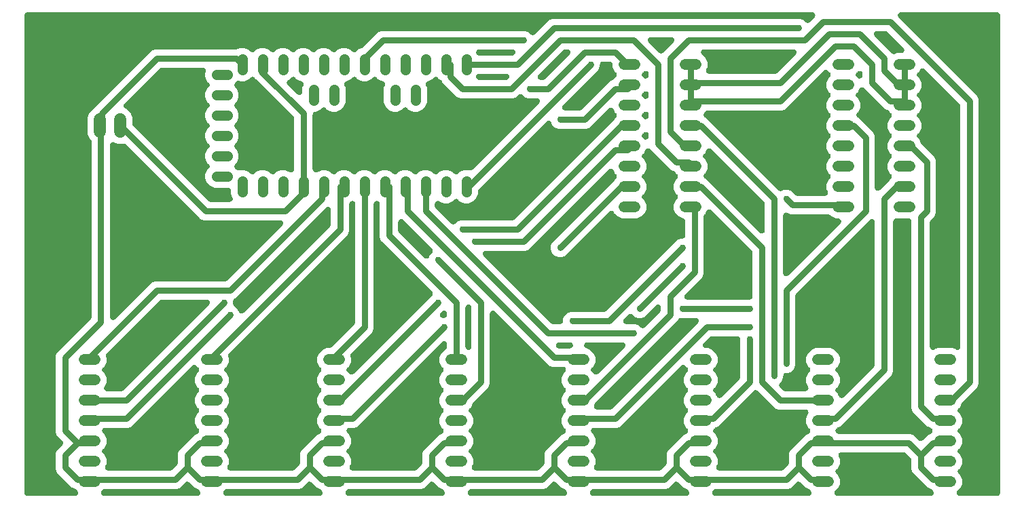
<source format=gbr>
G04 EAGLE Gerber X2 export*
%TF.Part,Single*%
%TF.FileFunction,Copper,L1,Top,Mixed*%
%TF.FilePolarity,Positive*%
%TF.GenerationSoftware,Autodesk,EAGLE,8.7.0*%
%TF.CreationDate,2018-05-24T18:28:41Z*%
G75*
%MOMM*%
%FSLAX34Y34*%
%LPD*%
%AMOC8*
5,1,8,0,0,1.08239X$1,22.5*%
G01*
%ADD10C,1.320800*%
%ADD11C,1.308000*%
%ADD12C,1.508000*%
%ADD13C,0.762000*%
%ADD14C,0.756400*%

G36*
X477322Y-5068D02*
X477322Y-5068D01*
X477483Y-5066D01*
X477597Y-5048D01*
X477712Y-5039D01*
X477870Y-5005D01*
X478028Y-4980D01*
X478138Y-4945D01*
X478251Y-4920D01*
X478401Y-4863D01*
X478555Y-4816D01*
X478659Y-4766D01*
X478767Y-4725D01*
X478907Y-4647D01*
X479052Y-4577D01*
X479148Y-4513D01*
X479249Y-4457D01*
X479377Y-4359D01*
X479510Y-4270D01*
X479595Y-4192D01*
X479687Y-4122D01*
X479800Y-4007D01*
X479919Y-3899D01*
X479992Y-3810D01*
X480073Y-3727D01*
X480167Y-3597D01*
X480269Y-3473D01*
X480329Y-3374D01*
X480397Y-3281D01*
X480472Y-3139D01*
X480555Y-3001D01*
X480600Y-2895D01*
X480654Y-2793D01*
X480707Y-2641D01*
X480770Y-2493D01*
X480799Y-2381D01*
X480837Y-2272D01*
X480868Y-2115D01*
X480908Y-1959D01*
X480921Y-1844D01*
X480943Y-1731D01*
X480951Y-1571D01*
X480969Y-1411D01*
X480965Y-1295D01*
X480970Y-1180D01*
X480955Y-1020D01*
X480949Y-860D01*
X480928Y-746D01*
X480917Y-631D01*
X480879Y-475D01*
X480850Y-317D01*
X480813Y-207D01*
X480786Y-95D01*
X480725Y54D01*
X480674Y206D01*
X480621Y309D01*
X480578Y416D01*
X480497Y555D01*
X480424Y698D01*
X480357Y792D01*
X480299Y892D01*
X480198Y1017D01*
X480105Y1148D01*
X479998Y1267D01*
X479953Y1322D01*
X479916Y1357D01*
X479856Y1424D01*
X477782Y3497D01*
X477774Y3504D01*
X477768Y3511D01*
X477567Y3683D01*
X477365Y3858D01*
X477356Y3863D01*
X477349Y3870D01*
X477124Y4011D01*
X476900Y4155D01*
X476891Y4159D01*
X476882Y4164D01*
X476546Y4323D01*
X473585Y5549D01*
X455130Y24005D01*
X453389Y28206D01*
X453389Y47994D01*
X455130Y52195D01*
X461201Y58266D01*
X461230Y58300D01*
X461264Y58331D01*
X461411Y58510D01*
X461562Y58684D01*
X461586Y58722D01*
X461615Y58757D01*
X461734Y58954D01*
X461859Y59149D01*
X461877Y59190D01*
X461900Y59229D01*
X461990Y59441D01*
X462085Y59652D01*
X462097Y59695D01*
X462115Y59737D01*
X462173Y59960D01*
X462236Y60182D01*
X462242Y60227D01*
X462254Y60271D01*
X462279Y60500D01*
X462310Y60729D01*
X462309Y60774D01*
X462314Y60819D01*
X462306Y61050D01*
X462303Y61281D01*
X462296Y61325D01*
X462294Y61371D01*
X462253Y61597D01*
X462217Y61826D01*
X462204Y61869D01*
X462195Y61913D01*
X462122Y62131D01*
X462053Y62352D01*
X462033Y62393D01*
X462019Y62436D01*
X461915Y62641D01*
X461815Y62850D01*
X461790Y62888D01*
X461769Y62928D01*
X461636Y63116D01*
X461507Y63308D01*
X461477Y63341D01*
X461451Y63378D01*
X461201Y63654D01*
X455129Y69725D01*
X453389Y73926D01*
X453389Y169914D01*
X455130Y174115D01*
X496724Y215709D01*
X496857Y215864D01*
X496998Y216015D01*
X497038Y216073D01*
X497084Y216126D01*
X497195Y216299D01*
X497312Y216469D01*
X497343Y216532D01*
X497381Y216591D01*
X497465Y216779D01*
X497557Y216963D01*
X497579Y217030D01*
X497608Y217094D01*
X497664Y217292D01*
X497728Y217488D01*
X497740Y217557D01*
X497759Y217625D01*
X497786Y217829D01*
X497821Y218031D01*
X497826Y218122D01*
X497832Y218172D01*
X497831Y218242D01*
X497839Y218403D01*
X497839Y436802D01*
X497836Y436844D01*
X497838Y436884D01*
X497823Y437039D01*
X497817Y437213D01*
X497804Y437282D01*
X497799Y437353D01*
X497788Y437403D01*
X497785Y437433D01*
X497753Y437564D01*
X497718Y437756D01*
X497696Y437822D01*
X497680Y437891D01*
X497658Y437950D01*
X497654Y437969D01*
X497615Y438063D01*
X497607Y438083D01*
X497542Y438278D01*
X497510Y438341D01*
X497485Y438407D01*
X497450Y438470D01*
X497446Y438480D01*
X497418Y438527D01*
X497385Y438587D01*
X497292Y438770D01*
X497251Y438828D01*
X497217Y438889D01*
X497167Y438954D01*
X497166Y438956D01*
X497160Y438963D01*
X497092Y439053D01*
X496973Y439221D01*
X496913Y439287D01*
X496882Y439328D01*
X496831Y439377D01*
X496724Y439496D01*
X495147Y441072D01*
X492839Y446644D01*
X492839Y467756D01*
X495147Y473328D01*
X499480Y477660D01*
X499521Y477681D01*
X499689Y477799D01*
X499863Y477910D01*
X499916Y477957D01*
X499973Y477997D01*
X500123Y478138D01*
X500278Y478273D01*
X500324Y478327D01*
X500375Y478375D01*
X500503Y478536D01*
X500637Y478693D01*
X500653Y478719D01*
X572645Y550710D01*
X576846Y552451D01*
X678242Y552451D01*
X678252Y552451D01*
X678262Y552451D01*
X678525Y552471D01*
X678792Y552491D01*
X678802Y552493D01*
X678812Y552494D01*
X679069Y552552D01*
X679331Y552610D01*
X679340Y552613D01*
X679350Y552615D01*
X679700Y552741D01*
X682983Y554101D01*
X688617Y554101D01*
X693821Y551945D01*
X695806Y549960D01*
X695841Y549930D01*
X695871Y549897D01*
X696050Y549750D01*
X696224Y549599D01*
X696262Y549575D01*
X696297Y549546D01*
X696494Y549426D01*
X696689Y549302D01*
X696730Y549284D01*
X696769Y549260D01*
X696981Y549171D01*
X697192Y549076D01*
X697235Y549063D01*
X697277Y549046D01*
X697500Y548988D01*
X697722Y548924D01*
X697767Y548918D01*
X697811Y548907D01*
X698040Y548882D01*
X698269Y548851D01*
X698314Y548852D01*
X698359Y548847D01*
X698590Y548855D01*
X698821Y548858D01*
X698865Y548865D01*
X698910Y548866D01*
X699137Y548908D01*
X699366Y548944D01*
X699409Y548957D01*
X699453Y548965D01*
X699672Y549039D01*
X699892Y549108D01*
X699933Y549127D01*
X699976Y549142D01*
X700182Y549246D01*
X700390Y549346D01*
X700427Y549371D01*
X700468Y549392D01*
X700657Y549525D01*
X700848Y549654D01*
X700881Y549684D01*
X700918Y549710D01*
X701194Y549960D01*
X703179Y551945D01*
X708383Y554101D01*
X714017Y554101D01*
X719221Y551945D01*
X721206Y549960D01*
X721241Y549930D01*
X721271Y549897D01*
X721450Y549750D01*
X721624Y549599D01*
X721662Y549575D01*
X721697Y549546D01*
X721894Y549426D01*
X722089Y549302D01*
X722130Y549284D01*
X722169Y549260D01*
X722381Y549171D01*
X722592Y549076D01*
X722635Y549063D01*
X722677Y549046D01*
X722900Y548988D01*
X723122Y548924D01*
X723167Y548918D01*
X723211Y548907D01*
X723440Y548882D01*
X723669Y548851D01*
X723714Y548852D01*
X723759Y548847D01*
X723990Y548855D01*
X724221Y548858D01*
X724265Y548865D01*
X724310Y548866D01*
X724537Y548908D01*
X724766Y548944D01*
X724809Y548957D01*
X724853Y548965D01*
X725072Y549039D01*
X725292Y549108D01*
X725333Y549127D01*
X725376Y549142D01*
X725582Y549246D01*
X725790Y549346D01*
X725827Y549371D01*
X725868Y549392D01*
X726057Y549525D01*
X726248Y549654D01*
X726281Y549684D01*
X726318Y549710D01*
X726594Y549960D01*
X728579Y551945D01*
X733783Y554101D01*
X739417Y554101D01*
X744621Y551945D01*
X746606Y549960D01*
X746641Y549930D01*
X746671Y549897D01*
X746850Y549750D01*
X747024Y549599D01*
X747062Y549575D01*
X747097Y549546D01*
X747294Y549426D01*
X747489Y549302D01*
X747530Y549284D01*
X747569Y549260D01*
X747781Y549171D01*
X747992Y549076D01*
X748035Y549063D01*
X748077Y549046D01*
X748300Y548988D01*
X748522Y548924D01*
X748567Y548918D01*
X748611Y548907D01*
X748840Y548882D01*
X749069Y548851D01*
X749114Y548852D01*
X749159Y548847D01*
X749390Y548855D01*
X749621Y548858D01*
X749665Y548865D01*
X749710Y548866D01*
X749937Y548908D01*
X750166Y548944D01*
X750209Y548957D01*
X750253Y548965D01*
X750472Y549039D01*
X750692Y549108D01*
X750733Y549127D01*
X750776Y549142D01*
X750982Y549246D01*
X751190Y549346D01*
X751227Y549371D01*
X751268Y549392D01*
X751457Y549525D01*
X751648Y549654D01*
X751681Y549684D01*
X751718Y549710D01*
X751994Y549960D01*
X753979Y551945D01*
X759183Y554101D01*
X764817Y554101D01*
X770021Y551945D01*
X772006Y549960D01*
X772041Y549930D01*
X772071Y549897D01*
X772250Y549750D01*
X772424Y549599D01*
X772462Y549575D01*
X772497Y549546D01*
X772694Y549426D01*
X772889Y549302D01*
X772930Y549284D01*
X772969Y549260D01*
X773181Y549171D01*
X773392Y549076D01*
X773435Y549063D01*
X773477Y549046D01*
X773700Y548988D01*
X773922Y548924D01*
X773967Y548918D01*
X774011Y548907D01*
X774240Y548882D01*
X774469Y548851D01*
X774514Y548852D01*
X774559Y548847D01*
X774790Y548855D01*
X775021Y548858D01*
X775065Y548865D01*
X775110Y548866D01*
X775337Y548908D01*
X775566Y548944D01*
X775609Y548957D01*
X775653Y548965D01*
X775872Y549039D01*
X776092Y549108D01*
X776133Y549127D01*
X776176Y549142D01*
X776382Y549246D01*
X776590Y549346D01*
X776627Y549371D01*
X776668Y549392D01*
X776857Y549525D01*
X777048Y549654D01*
X777081Y549684D01*
X777118Y549710D01*
X777394Y549960D01*
X779379Y551945D01*
X784583Y554101D01*
X790217Y554101D01*
X795421Y551945D01*
X797406Y549960D01*
X797440Y549930D01*
X797471Y549897D01*
X797650Y549750D01*
X797824Y549599D01*
X797862Y549575D01*
X797897Y549546D01*
X798094Y549427D01*
X798289Y549302D01*
X798330Y549284D01*
X798369Y549260D01*
X798581Y549171D01*
X798792Y549076D01*
X798835Y549063D01*
X798877Y549046D01*
X799100Y548988D01*
X799322Y548924D01*
X799367Y548918D01*
X799411Y548907D01*
X799640Y548882D01*
X799869Y548851D01*
X799914Y548852D01*
X799959Y548847D01*
X800190Y548855D01*
X800421Y548858D01*
X800465Y548865D01*
X800511Y548866D01*
X800737Y548908D01*
X800966Y548944D01*
X801009Y548957D01*
X801053Y548965D01*
X801272Y549039D01*
X801492Y549108D01*
X801533Y549127D01*
X801576Y549142D01*
X801781Y549246D01*
X801990Y549346D01*
X802028Y549371D01*
X802068Y549392D01*
X802256Y549525D01*
X802448Y549654D01*
X802481Y549684D01*
X802518Y549710D01*
X802794Y549960D01*
X804779Y551945D01*
X809983Y554101D01*
X815617Y554101D01*
X820821Y551945D01*
X822806Y549960D01*
X822841Y549930D01*
X822871Y549897D01*
X823050Y549750D01*
X823224Y549599D01*
X823262Y549575D01*
X823297Y549546D01*
X823494Y549426D01*
X823689Y549302D01*
X823730Y549284D01*
X823769Y549260D01*
X823981Y549171D01*
X824192Y549076D01*
X824235Y549063D01*
X824277Y549046D01*
X824500Y548988D01*
X824722Y548924D01*
X824767Y548918D01*
X824811Y548907D01*
X825040Y548882D01*
X825269Y548851D01*
X825314Y548852D01*
X825359Y548847D01*
X825590Y548855D01*
X825821Y548858D01*
X825865Y548865D01*
X825910Y548866D01*
X826137Y548908D01*
X826366Y548944D01*
X826409Y548957D01*
X826453Y548965D01*
X826672Y549039D01*
X826892Y549108D01*
X826933Y549127D01*
X826976Y549142D01*
X827182Y549246D01*
X827390Y549346D01*
X827427Y549371D01*
X827468Y549392D01*
X827657Y549525D01*
X827848Y549654D01*
X827881Y549684D01*
X827918Y549710D01*
X828194Y549960D01*
X830179Y551945D01*
X834226Y553621D01*
X834235Y553626D01*
X834244Y553629D01*
X834481Y553749D01*
X834719Y553869D01*
X834727Y553874D01*
X834736Y553879D01*
X834954Y554033D01*
X835171Y554185D01*
X835178Y554191D01*
X835186Y554197D01*
X835462Y554447D01*
X850834Y569819D01*
X854585Y573570D01*
X858786Y575311D01*
X1038594Y575311D01*
X1042795Y573570D01*
X1045056Y571309D01*
X1045090Y571280D01*
X1045121Y571246D01*
X1045300Y571099D01*
X1045474Y570948D01*
X1045512Y570924D01*
X1045547Y570895D01*
X1045744Y570776D01*
X1045939Y570651D01*
X1045980Y570633D01*
X1046019Y570610D01*
X1046231Y570520D01*
X1046442Y570425D01*
X1046485Y570413D01*
X1046527Y570395D01*
X1046750Y570337D01*
X1046972Y570274D01*
X1047017Y570268D01*
X1047061Y570256D01*
X1047290Y570231D01*
X1047519Y570200D01*
X1047564Y570201D01*
X1047609Y570196D01*
X1047840Y570204D01*
X1048071Y570207D01*
X1048115Y570214D01*
X1048160Y570216D01*
X1048387Y570257D01*
X1048616Y570293D01*
X1048659Y570306D01*
X1048703Y570315D01*
X1048922Y570388D01*
X1049142Y570457D01*
X1049183Y570476D01*
X1049226Y570491D01*
X1049431Y570595D01*
X1049640Y570695D01*
X1049678Y570720D01*
X1049718Y570741D01*
X1049906Y570874D01*
X1050098Y571003D01*
X1050131Y571033D01*
X1050168Y571059D01*
X1050444Y571309D01*
X1064194Y585059D01*
X1067945Y588810D01*
X1072146Y590551D01*
X1381494Y590551D01*
X1385695Y588811D01*
X1387956Y586549D01*
X1387991Y586519D01*
X1388021Y586486D01*
X1388199Y586339D01*
X1388374Y586188D01*
X1388412Y586164D01*
X1388447Y586135D01*
X1388644Y586016D01*
X1388839Y585891D01*
X1388880Y585873D01*
X1388919Y585850D01*
X1389131Y585760D01*
X1389342Y585665D01*
X1389385Y585653D01*
X1389427Y585635D01*
X1389650Y585577D01*
X1389872Y585514D01*
X1389917Y585508D01*
X1389961Y585496D01*
X1390190Y585471D01*
X1390419Y585440D01*
X1390464Y585441D01*
X1390509Y585436D01*
X1390740Y585444D01*
X1390971Y585447D01*
X1391015Y585454D01*
X1391060Y585456D01*
X1391287Y585497D01*
X1391516Y585533D01*
X1391559Y585546D01*
X1391603Y585555D01*
X1391822Y585628D01*
X1392042Y585697D01*
X1392083Y585716D01*
X1392126Y585731D01*
X1392332Y585835D01*
X1392540Y585935D01*
X1392577Y585960D01*
X1392618Y585981D01*
X1392806Y586114D01*
X1392998Y586243D01*
X1393031Y586273D01*
X1393068Y586299D01*
X1393344Y586549D01*
X1398971Y592176D01*
X1399076Y592298D01*
X1399188Y592413D01*
X1399256Y592506D01*
X1399332Y592594D01*
X1399418Y592729D01*
X1399513Y592859D01*
X1399566Y592961D01*
X1399629Y593059D01*
X1399695Y593206D01*
X1399769Y593347D01*
X1399808Y593456D01*
X1399855Y593562D01*
X1399899Y593716D01*
X1399952Y593868D01*
X1399975Y593981D01*
X1400006Y594092D01*
X1400028Y594252D01*
X1400059Y594409D01*
X1400064Y594524D01*
X1400080Y594639D01*
X1400078Y594800D01*
X1400086Y594960D01*
X1400075Y595075D01*
X1400073Y595191D01*
X1400048Y595350D01*
X1400033Y595509D01*
X1400005Y595621D01*
X1399987Y595736D01*
X1399939Y595889D01*
X1399901Y596045D01*
X1399858Y596152D01*
X1399823Y596262D01*
X1399754Y596407D01*
X1399693Y596556D01*
X1399635Y596656D01*
X1399585Y596760D01*
X1399495Y596893D01*
X1399414Y597032D01*
X1399341Y597122D01*
X1399277Y597218D01*
X1399170Y597337D01*
X1399069Y597462D01*
X1398984Y597541D01*
X1398907Y597627D01*
X1398783Y597728D01*
X1398665Y597838D01*
X1398570Y597904D01*
X1398481Y597977D01*
X1398344Y598060D01*
X1398211Y598152D01*
X1398108Y598203D01*
X1398009Y598263D01*
X1397861Y598325D01*
X1397717Y598397D01*
X1397607Y598433D01*
X1397501Y598478D01*
X1397345Y598518D01*
X1397192Y598568D01*
X1397078Y598587D01*
X1396967Y598616D01*
X1396807Y598634D01*
X1396649Y598661D01*
X1396488Y598669D01*
X1396418Y598677D01*
X1396368Y598675D01*
X1396277Y598679D01*
X417830Y598679D01*
X417785Y598676D01*
X417740Y598678D01*
X417510Y598656D01*
X417280Y598639D01*
X417236Y598630D01*
X417191Y598625D01*
X416967Y598570D01*
X416741Y598520D01*
X416699Y598504D01*
X416655Y598494D01*
X416441Y598407D01*
X416225Y598325D01*
X416186Y598303D01*
X416144Y598286D01*
X415945Y598169D01*
X415743Y598057D01*
X415707Y598029D01*
X415668Y598006D01*
X415488Y597862D01*
X415305Y597722D01*
X415273Y597690D01*
X415238Y597661D01*
X415080Y597491D01*
X414919Y597327D01*
X414893Y597291D01*
X414862Y597258D01*
X414730Y597067D01*
X414595Y596881D01*
X414574Y596841D01*
X414548Y596804D01*
X414445Y596596D01*
X414338Y596393D01*
X414323Y596350D01*
X414303Y596310D01*
X414232Y596090D01*
X414155Y595872D01*
X414146Y595828D01*
X414132Y595785D01*
X414093Y595557D01*
X414049Y595331D01*
X414047Y595286D01*
X414039Y595241D01*
X414021Y594870D01*
X414021Y-1270D01*
X414024Y-1315D01*
X414022Y-1360D01*
X414044Y-1590D01*
X414061Y-1820D01*
X414070Y-1864D01*
X414075Y-1909D01*
X414130Y-2133D01*
X414180Y-2359D01*
X414196Y-2401D01*
X414206Y-2445D01*
X414293Y-2659D01*
X414375Y-2875D01*
X414397Y-2914D01*
X414414Y-2956D01*
X414531Y-3155D01*
X414643Y-3357D01*
X414671Y-3393D01*
X414694Y-3432D01*
X414838Y-3612D01*
X414978Y-3795D01*
X415010Y-3827D01*
X415039Y-3862D01*
X415209Y-4020D01*
X415373Y-4181D01*
X415409Y-4207D01*
X415442Y-4238D01*
X415633Y-4370D01*
X415819Y-4505D01*
X415859Y-4526D01*
X415896Y-4552D01*
X416104Y-4655D01*
X416307Y-4762D01*
X416350Y-4777D01*
X416390Y-4797D01*
X416610Y-4868D01*
X416828Y-4945D01*
X416872Y-4954D01*
X416915Y-4968D01*
X417143Y-5007D01*
X417369Y-5051D01*
X417414Y-5053D01*
X417459Y-5061D01*
X417830Y-5079D01*
X477162Y-5079D01*
X477322Y-5068D01*
G37*
G36*
X748273Y26686D02*
X748273Y26686D01*
X748478Y26693D01*
X748547Y26706D01*
X748618Y26711D01*
X748819Y26755D01*
X749021Y26792D01*
X749087Y26814D01*
X749156Y26830D01*
X749348Y26903D01*
X749543Y26968D01*
X749606Y27000D01*
X749672Y27025D01*
X749852Y27125D01*
X750035Y27218D01*
X750093Y27259D01*
X750154Y27293D01*
X750318Y27418D01*
X750486Y27537D01*
X750553Y27597D01*
X750593Y27628D01*
X750642Y27679D01*
X750761Y27786D01*
X757074Y34099D01*
X757207Y34254D01*
X757348Y34405D01*
X757388Y34463D01*
X757434Y34516D01*
X757545Y34689D01*
X757662Y34859D01*
X757693Y34922D01*
X757731Y34981D01*
X757815Y35169D01*
X757907Y35353D01*
X757929Y35420D01*
X757958Y35484D01*
X758014Y35682D01*
X758078Y35878D01*
X758090Y35947D01*
X758109Y36015D01*
X758136Y36219D01*
X758158Y36346D01*
X758161Y36362D01*
X758161Y36365D01*
X758171Y36421D01*
X758176Y36512D01*
X758182Y36562D01*
X758181Y36632D01*
X758189Y36793D01*
X758189Y47994D01*
X759929Y52195D01*
X774634Y66899D01*
X774634Y66900D01*
X778385Y70650D01*
X781346Y71877D01*
X781355Y71881D01*
X781364Y71885D01*
X781601Y72005D01*
X781839Y72124D01*
X781847Y72130D01*
X781856Y72135D01*
X782073Y72288D01*
X782291Y72441D01*
X782299Y72447D01*
X782307Y72453D01*
X782582Y72703D01*
X783386Y73507D01*
X783415Y73541D01*
X783449Y73571D01*
X783595Y73749D01*
X783746Y73924D01*
X783771Y73962D01*
X783799Y73997D01*
X783919Y74194D01*
X784043Y74389D01*
X784062Y74430D01*
X784085Y74469D01*
X784175Y74681D01*
X784270Y74892D01*
X784282Y74935D01*
X784300Y74977D01*
X784358Y75201D01*
X784421Y75422D01*
X784427Y75467D01*
X784438Y75511D01*
X784464Y75740D01*
X784494Y75969D01*
X784494Y76014D01*
X784499Y76059D01*
X784491Y76290D01*
X784488Y76521D01*
X784481Y76565D01*
X784479Y76611D01*
X784438Y76838D01*
X784402Y77066D01*
X784388Y77109D01*
X784380Y77153D01*
X784306Y77372D01*
X784238Y77592D01*
X784218Y77633D01*
X784204Y77676D01*
X784099Y77882D01*
X783999Y78090D01*
X783974Y78127D01*
X783954Y78168D01*
X783821Y78356D01*
X783692Y78548D01*
X783661Y78581D01*
X783635Y78618D01*
X783386Y78894D01*
X781437Y80842D01*
X779271Y86070D01*
X779271Y91730D01*
X781437Y96958D01*
X783386Y98906D01*
X783415Y98941D01*
X783449Y98971D01*
X783525Y99063D01*
X783583Y99123D01*
X783636Y99196D01*
X783746Y99324D01*
X783771Y99362D01*
X783799Y99397D01*
X783887Y99541D01*
X783907Y99569D01*
X783927Y99606D01*
X784043Y99789D01*
X784062Y99830D01*
X784085Y99869D01*
X784175Y100081D01*
X784270Y100292D01*
X784282Y100335D01*
X784300Y100377D01*
X784358Y100600D01*
X784421Y100822D01*
X784427Y100867D01*
X784438Y100911D01*
X784464Y101140D01*
X784494Y101369D01*
X784494Y101414D01*
X784499Y101459D01*
X784491Y101690D01*
X784488Y101921D01*
X784481Y101965D01*
X784479Y102010D01*
X784438Y102237D01*
X784402Y102466D01*
X784388Y102509D01*
X784380Y102553D01*
X784306Y102772D01*
X784238Y102992D01*
X784218Y103033D01*
X784204Y103076D01*
X784099Y103282D01*
X783999Y103490D01*
X783974Y103527D01*
X783954Y103568D01*
X783820Y103757D01*
X783692Y103948D01*
X783662Y103981D01*
X783635Y104018D01*
X783386Y104294D01*
X781437Y106242D01*
X779271Y111470D01*
X779271Y117130D01*
X781437Y122358D01*
X783386Y124306D01*
X783415Y124341D01*
X783449Y124371D01*
X783596Y124550D01*
X783746Y124724D01*
X783771Y124762D01*
X783799Y124797D01*
X783919Y124994D01*
X784043Y125189D01*
X784062Y125230D01*
X784085Y125269D01*
X784175Y125481D01*
X784270Y125692D01*
X784282Y125735D01*
X784300Y125777D01*
X784358Y126000D01*
X784421Y126222D01*
X784427Y126267D01*
X784438Y126311D01*
X784464Y126540D01*
X784494Y126769D01*
X784494Y126814D01*
X784499Y126859D01*
X784491Y127090D01*
X784488Y127321D01*
X784481Y127365D01*
X784479Y127410D01*
X784438Y127637D01*
X784402Y127866D01*
X784388Y127909D01*
X784380Y127953D01*
X784306Y128172D01*
X784238Y128392D01*
X784218Y128433D01*
X784204Y128476D01*
X784099Y128682D01*
X783999Y128890D01*
X783974Y128927D01*
X783954Y128968D01*
X783820Y129157D01*
X783692Y129348D01*
X783662Y129381D01*
X783635Y129418D01*
X783386Y129694D01*
X781437Y131642D01*
X779271Y136870D01*
X779271Y142530D01*
X781437Y147758D01*
X783386Y149706D01*
X783415Y149741D01*
X783449Y149771D01*
X783596Y149950D01*
X783746Y150124D01*
X783771Y150162D01*
X783799Y150197D01*
X783919Y150394D01*
X784043Y150589D01*
X784062Y150630D01*
X784085Y150669D01*
X784175Y150881D01*
X784270Y151092D01*
X784282Y151135D01*
X784300Y151177D01*
X784358Y151400D01*
X784421Y151622D01*
X784427Y151667D01*
X784438Y151711D01*
X784464Y151939D01*
X784494Y152169D01*
X784494Y152214D01*
X784499Y152259D01*
X784491Y152490D01*
X784488Y152721D01*
X784481Y152765D01*
X784479Y152810D01*
X784438Y153037D01*
X784402Y153266D01*
X784388Y153309D01*
X784380Y153353D01*
X784306Y153572D01*
X784238Y153792D01*
X784218Y153833D01*
X784204Y153876D01*
X784099Y154082D01*
X783999Y154290D01*
X783974Y154327D01*
X783954Y154368D01*
X783820Y154557D01*
X783692Y154748D01*
X783662Y154781D01*
X783635Y154818D01*
X783386Y155094D01*
X781437Y157042D01*
X779271Y162270D01*
X779271Y167930D01*
X781437Y173158D01*
X785438Y177159D01*
X790666Y179325D01*
X794041Y179325D01*
X794247Y179340D01*
X794452Y179347D01*
X794521Y179360D01*
X794592Y179365D01*
X794793Y179409D01*
X794995Y179446D01*
X795061Y179468D01*
X795130Y179484D01*
X795322Y179557D01*
X795517Y179622D01*
X795580Y179654D01*
X795646Y179679D01*
X795826Y179779D01*
X796009Y179872D01*
X796067Y179913D01*
X796128Y179947D01*
X796292Y180072D01*
X796460Y180191D01*
X796527Y180251D01*
X796567Y180282D01*
X796616Y180333D01*
X796735Y180440D01*
X825654Y209359D01*
X825759Y209481D01*
X825866Y209591D01*
X825891Y209626D01*
X825928Y209665D01*
X825968Y209723D01*
X826014Y209776D01*
X826110Y209926D01*
X826191Y210037D01*
X826207Y210068D01*
X826242Y210119D01*
X826273Y210182D01*
X826311Y210241D01*
X826390Y210417D01*
X826447Y210525D01*
X826456Y210552D01*
X826487Y210613D01*
X826509Y210680D01*
X826538Y210744D01*
X826594Y210942D01*
X826595Y210946D01*
X826630Y211046D01*
X826634Y211066D01*
X826658Y211138D01*
X826670Y211207D01*
X826689Y211275D01*
X826716Y211479D01*
X826723Y211517D01*
X826737Y211587D01*
X826737Y211601D01*
X826751Y211681D01*
X826756Y211772D01*
X826762Y211822D01*
X826761Y211892D01*
X826769Y212053D01*
X826769Y359218D01*
X826758Y359378D01*
X826756Y359539D01*
X826738Y359653D01*
X826729Y359768D01*
X826695Y359925D01*
X826670Y360084D01*
X826635Y360194D01*
X826610Y360307D01*
X826553Y360457D01*
X826506Y360610D01*
X826456Y360715D01*
X826415Y360823D01*
X826337Y360963D01*
X826267Y361108D01*
X826203Y361204D01*
X826147Y361305D01*
X826049Y361432D01*
X825960Y361566D01*
X825882Y361651D01*
X825812Y361743D01*
X825697Y361855D01*
X825589Y361974D01*
X825500Y362048D01*
X825417Y362129D01*
X825288Y362223D01*
X825163Y362325D01*
X825064Y362385D01*
X824971Y362453D01*
X824829Y362528D01*
X824691Y362611D01*
X824585Y362656D01*
X824483Y362710D01*
X824331Y362763D01*
X824183Y362825D01*
X824071Y362854D01*
X823962Y362893D01*
X823805Y362924D01*
X823649Y362964D01*
X823534Y362977D01*
X823421Y362999D01*
X823261Y363007D01*
X823101Y363025D01*
X822985Y363020D01*
X822870Y363026D01*
X822710Y363011D01*
X822550Y363005D01*
X822436Y362984D01*
X822321Y362973D01*
X822165Y362935D01*
X822007Y362906D01*
X821897Y362869D01*
X821785Y362841D01*
X821636Y362781D01*
X821484Y362730D01*
X821381Y362677D01*
X821274Y362634D01*
X821135Y362552D01*
X820992Y362480D01*
X820898Y362413D01*
X820798Y362354D01*
X820673Y362254D01*
X820542Y362161D01*
X820423Y362053D01*
X820368Y362009D01*
X820351Y361991D01*
X820333Y361972D01*
X820266Y361911D01*
X820133Y361757D01*
X819992Y361605D01*
X819952Y361547D01*
X819906Y361494D01*
X819795Y361321D01*
X819678Y361152D01*
X819647Y361088D01*
X819609Y361029D01*
X819525Y360842D01*
X819433Y360657D01*
X819411Y360590D01*
X819382Y360526D01*
X819326Y360328D01*
X819262Y360133D01*
X819250Y360063D01*
X819231Y359995D01*
X819204Y359792D01*
X819169Y359589D01*
X819164Y359499D01*
X819158Y359449D01*
X819159Y359378D01*
X819151Y359218D01*
X819151Y325386D01*
X817410Y321185D01*
X669047Y172822D01*
X668966Y172727D01*
X668876Y172639D01*
X668853Y172609D01*
X668848Y172603D01*
X668817Y172561D01*
X668785Y172519D01*
X668687Y172405D01*
X668619Y172299D01*
X668544Y172199D01*
X668471Y172067D01*
X668390Y171940D01*
X668338Y171825D01*
X668278Y171715D01*
X668225Y171574D01*
X668163Y171437D01*
X668129Y171316D01*
X668085Y171198D01*
X668053Y171051D01*
X668012Y170906D01*
X667995Y170782D01*
X667969Y170659D01*
X667959Y170509D01*
X667939Y170359D01*
X667940Y170234D01*
X667932Y170109D01*
X667944Y169959D01*
X667945Y169808D01*
X667965Y169684D01*
X667975Y169559D01*
X668008Y169412D01*
X668031Y169263D01*
X668069Y169143D01*
X668096Y169021D01*
X668176Y168800D01*
X668195Y168736D01*
X668207Y168711D01*
X668222Y168671D01*
X668529Y167930D01*
X668529Y162270D01*
X666363Y157042D01*
X664414Y155094D01*
X664385Y155060D01*
X664351Y155029D01*
X664204Y154850D01*
X664054Y154676D01*
X664029Y154638D01*
X664001Y154603D01*
X663881Y154406D01*
X663757Y154211D01*
X663738Y154170D01*
X663715Y154131D01*
X663625Y153919D01*
X663530Y153708D01*
X663518Y153665D01*
X663500Y153623D01*
X663442Y153399D01*
X663379Y153178D01*
X663373Y153133D01*
X663362Y153089D01*
X663336Y152860D01*
X663306Y152631D01*
X663306Y152586D01*
X663301Y152541D01*
X663309Y152310D01*
X663312Y152079D01*
X663319Y152035D01*
X663321Y151989D01*
X663362Y151763D01*
X663398Y151534D01*
X663412Y151491D01*
X663420Y151447D01*
X663494Y151228D01*
X663562Y151008D01*
X663582Y150967D01*
X663596Y150924D01*
X663701Y150719D01*
X663801Y150510D01*
X663826Y150472D01*
X663846Y150432D01*
X663979Y150244D01*
X664108Y150052D01*
X664139Y150019D01*
X664165Y149982D01*
X664414Y149706D01*
X666363Y147758D01*
X668529Y142530D01*
X668529Y136870D01*
X666363Y131642D01*
X664414Y129694D01*
X664385Y129660D01*
X664351Y129629D01*
X664204Y129450D01*
X664054Y129276D01*
X664029Y129238D01*
X664001Y129203D01*
X663881Y129006D01*
X663757Y128811D01*
X663738Y128770D01*
X663715Y128731D01*
X663625Y128519D01*
X663530Y128308D01*
X663518Y128265D01*
X663500Y128223D01*
X663442Y127999D01*
X663379Y127778D01*
X663373Y127733D01*
X663362Y127689D01*
X663336Y127460D01*
X663306Y127231D01*
X663306Y127186D01*
X663301Y127141D01*
X663309Y126910D01*
X663312Y126679D01*
X663319Y126635D01*
X663321Y126589D01*
X663362Y126363D01*
X663398Y126134D01*
X663412Y126091D01*
X663420Y126047D01*
X663494Y125828D01*
X663562Y125608D01*
X663582Y125567D01*
X663596Y125524D01*
X663701Y125319D01*
X663801Y125110D01*
X663826Y125072D01*
X663846Y125032D01*
X663979Y124844D01*
X664108Y124652D01*
X664139Y124619D01*
X664165Y124582D01*
X664414Y124306D01*
X666363Y122358D01*
X668529Y117130D01*
X668529Y111470D01*
X666363Y106242D01*
X664414Y104294D01*
X664385Y104260D01*
X664351Y104229D01*
X664204Y104050D01*
X664054Y103876D01*
X664029Y103838D01*
X664001Y103803D01*
X663881Y103606D01*
X663757Y103411D01*
X663738Y103370D01*
X663715Y103331D01*
X663625Y103119D01*
X663530Y102908D01*
X663518Y102865D01*
X663500Y102823D01*
X663442Y102599D01*
X663379Y102378D01*
X663373Y102333D01*
X663362Y102289D01*
X663336Y102060D01*
X663306Y101831D01*
X663306Y101786D01*
X663301Y101741D01*
X663309Y101510D01*
X663312Y101279D01*
X663319Y101235D01*
X663321Y101189D01*
X663362Y100963D01*
X663398Y100734D01*
X663412Y100691D01*
X663420Y100647D01*
X663494Y100428D01*
X663562Y100208D01*
X663582Y100167D01*
X663596Y100124D01*
X663701Y99919D01*
X663711Y99897D01*
X663712Y99894D01*
X663714Y99892D01*
X663801Y99710D01*
X663826Y99672D01*
X663846Y99632D01*
X663962Y99468D01*
X663992Y99418D01*
X664023Y99379D01*
X664108Y99252D01*
X664139Y99219D01*
X664165Y99182D01*
X664307Y99025D01*
X664337Y98988D01*
X664362Y98964D01*
X664414Y98906D01*
X666363Y96958D01*
X668529Y91730D01*
X668529Y86070D01*
X666363Y80842D01*
X664414Y78894D01*
X664385Y78860D01*
X664351Y78829D01*
X664204Y78650D01*
X664054Y78476D01*
X664029Y78438D01*
X664001Y78403D01*
X663881Y78206D01*
X663757Y78011D01*
X663738Y77970D01*
X663715Y77931D01*
X663625Y77719D01*
X663530Y77508D01*
X663518Y77465D01*
X663500Y77423D01*
X663442Y77199D01*
X663379Y76978D01*
X663373Y76933D01*
X663362Y76889D01*
X663336Y76660D01*
X663306Y76431D01*
X663306Y76386D01*
X663301Y76341D01*
X663309Y76110D01*
X663312Y75879D01*
X663319Y75835D01*
X663321Y75789D01*
X663362Y75563D01*
X663398Y75334D01*
X663412Y75291D01*
X663420Y75247D01*
X663494Y75028D01*
X663562Y74808D01*
X663582Y74767D01*
X663596Y74724D01*
X663701Y74519D01*
X663801Y74310D01*
X663826Y74272D01*
X663846Y74232D01*
X663979Y74044D01*
X664108Y73852D01*
X664139Y73819D01*
X664165Y73782D01*
X664414Y73506D01*
X666363Y71558D01*
X668529Y66330D01*
X668529Y60670D01*
X666363Y55442D01*
X664414Y53494D01*
X664385Y53460D01*
X664351Y53429D01*
X664204Y53250D01*
X664054Y53076D01*
X664029Y53038D01*
X664001Y53003D01*
X663881Y52806D01*
X663757Y52611D01*
X663738Y52570D01*
X663715Y52531D01*
X663625Y52319D01*
X663530Y52108D01*
X663518Y52065D01*
X663500Y52023D01*
X663442Y51799D01*
X663379Y51578D01*
X663373Y51533D01*
X663362Y51489D01*
X663336Y51260D01*
X663306Y51031D01*
X663306Y50986D01*
X663301Y50941D01*
X663309Y50710D01*
X663312Y50479D01*
X663319Y50435D01*
X663321Y50389D01*
X663362Y50163D01*
X663398Y49934D01*
X663412Y49891D01*
X663420Y49847D01*
X663494Y49628D01*
X663562Y49408D01*
X663582Y49367D01*
X663596Y49324D01*
X663701Y49119D01*
X663801Y48910D01*
X663826Y48872D01*
X663846Y48832D01*
X663979Y48644D01*
X664108Y48452D01*
X664139Y48419D01*
X664165Y48382D01*
X664414Y48106D01*
X666363Y46158D01*
X668529Y40930D01*
X668529Y35271D01*
X667148Y31938D01*
X667072Y31709D01*
X666992Y31482D01*
X666986Y31448D01*
X666975Y31414D01*
X666933Y31177D01*
X666886Y30941D01*
X666885Y30906D01*
X666878Y30871D01*
X666871Y30630D01*
X666859Y30390D01*
X666863Y30355D01*
X666862Y30319D01*
X666889Y30080D01*
X666912Y29841D01*
X666921Y29807D01*
X666925Y29771D01*
X666987Y29538D01*
X667044Y29305D01*
X667057Y29273D01*
X667066Y29238D01*
X667161Y29016D01*
X667252Y28794D01*
X667270Y28764D01*
X667283Y28731D01*
X667409Y28526D01*
X667531Y28318D01*
X667553Y28291D01*
X667572Y28261D01*
X667725Y28076D01*
X667876Y27888D01*
X667902Y27864D01*
X667925Y27837D01*
X668103Y27676D01*
X668280Y27512D01*
X668309Y27492D01*
X668335Y27468D01*
X668536Y27335D01*
X668734Y27198D01*
X668765Y27182D01*
X668795Y27163D01*
X669012Y27060D01*
X669228Y26953D01*
X669262Y26942D01*
X669293Y26927D01*
X669524Y26857D01*
X669753Y26782D01*
X669787Y26776D01*
X669821Y26766D01*
X670058Y26730D01*
X670296Y26689D01*
X670340Y26687D01*
X670366Y26683D01*
X670432Y26682D01*
X670668Y26671D01*
X748067Y26671D01*
X748273Y26686D01*
G37*
G36*
X1626715Y-5076D02*
X1626715Y-5076D01*
X1626760Y-5078D01*
X1626990Y-5056D01*
X1627220Y-5039D01*
X1627264Y-5030D01*
X1627309Y-5025D01*
X1627533Y-4970D01*
X1627759Y-4920D01*
X1627801Y-4904D01*
X1627845Y-4894D01*
X1628059Y-4807D01*
X1628275Y-4725D01*
X1628314Y-4703D01*
X1628356Y-4686D01*
X1628555Y-4569D01*
X1628757Y-4457D01*
X1628793Y-4429D01*
X1628832Y-4406D01*
X1629012Y-4262D01*
X1629195Y-4122D01*
X1629227Y-4090D01*
X1629262Y-4061D01*
X1629420Y-3891D01*
X1629581Y-3727D01*
X1629607Y-3691D01*
X1629638Y-3658D01*
X1629770Y-3467D01*
X1629905Y-3281D01*
X1629926Y-3241D01*
X1629952Y-3204D01*
X1630055Y-2996D01*
X1630162Y-2793D01*
X1630177Y-2750D01*
X1630197Y-2710D01*
X1630268Y-2490D01*
X1630345Y-2272D01*
X1630354Y-2228D01*
X1630368Y-2185D01*
X1630407Y-1957D01*
X1630451Y-1731D01*
X1630453Y-1686D01*
X1630461Y-1641D01*
X1630479Y-1270D01*
X1630479Y594870D01*
X1630476Y594915D01*
X1630478Y594960D01*
X1630456Y595190D01*
X1630439Y595420D01*
X1630430Y595464D01*
X1630425Y595509D01*
X1630370Y595733D01*
X1630320Y595959D01*
X1630304Y596001D01*
X1630294Y596045D01*
X1630207Y596259D01*
X1630125Y596475D01*
X1630103Y596514D01*
X1630086Y596556D01*
X1629969Y596755D01*
X1629857Y596957D01*
X1629829Y596993D01*
X1629806Y597032D01*
X1629662Y597212D01*
X1629522Y597395D01*
X1629490Y597427D01*
X1629461Y597462D01*
X1629291Y597620D01*
X1629127Y597781D01*
X1629091Y597807D01*
X1629058Y597838D01*
X1628867Y597970D01*
X1628681Y598105D01*
X1628641Y598126D01*
X1628604Y598152D01*
X1628396Y598255D01*
X1628193Y598362D01*
X1628150Y598377D01*
X1628110Y598397D01*
X1627890Y598468D01*
X1627672Y598545D01*
X1627628Y598554D01*
X1627585Y598568D01*
X1627357Y598607D01*
X1627131Y598651D01*
X1627086Y598653D01*
X1627041Y598661D01*
X1626670Y598679D01*
X1506943Y598679D01*
X1506782Y598668D01*
X1506622Y598666D01*
X1506508Y598648D01*
X1506392Y598639D01*
X1506235Y598605D01*
X1506077Y598580D01*
X1505967Y598545D01*
X1505854Y598520D01*
X1505704Y598463D01*
X1505550Y598416D01*
X1505446Y598366D01*
X1505338Y598325D01*
X1505198Y598247D01*
X1505053Y598177D01*
X1504957Y598113D01*
X1504856Y598057D01*
X1504728Y597959D01*
X1504595Y597870D01*
X1504509Y597792D01*
X1504417Y597722D01*
X1504305Y597607D01*
X1504186Y597499D01*
X1504112Y597410D01*
X1504032Y597327D01*
X1503938Y597198D01*
X1503835Y597073D01*
X1503775Y596974D01*
X1503707Y596881D01*
X1503633Y596739D01*
X1503550Y596601D01*
X1503505Y596495D01*
X1503451Y596393D01*
X1503397Y596241D01*
X1503335Y596093D01*
X1503306Y595981D01*
X1503268Y595872D01*
X1503237Y595715D01*
X1503196Y595559D01*
X1503184Y595444D01*
X1503161Y595331D01*
X1503153Y595171D01*
X1503136Y595011D01*
X1503140Y594895D01*
X1503134Y594780D01*
X1503150Y594620D01*
X1503155Y594460D01*
X1503176Y594346D01*
X1503187Y594231D01*
X1503226Y594075D01*
X1503254Y593917D01*
X1503291Y593807D01*
X1503319Y593695D01*
X1503379Y593546D01*
X1503431Y593394D01*
X1503483Y593291D01*
X1503527Y593184D01*
X1503608Y593045D01*
X1503681Y592902D01*
X1503748Y592808D01*
X1503806Y592708D01*
X1503907Y592583D01*
X1503999Y592452D01*
X1504107Y592333D01*
X1504151Y592278D01*
X1504188Y592243D01*
X1504249Y592176D01*
X1598519Y497906D01*
X1602270Y494155D01*
X1604011Y489954D01*
X1604011Y134886D01*
X1602271Y130685D01*
X1583375Y111789D01*
X1583368Y111781D01*
X1583361Y111775D01*
X1583190Y111575D01*
X1583014Y111372D01*
X1583008Y111363D01*
X1583002Y111356D01*
X1582862Y111134D01*
X1582717Y110907D01*
X1582713Y110898D01*
X1582708Y110889D01*
X1582549Y110553D01*
X1580763Y106242D01*
X1578814Y104294D01*
X1578785Y104259D01*
X1578751Y104229D01*
X1578604Y104050D01*
X1578454Y103876D01*
X1578429Y103838D01*
X1578401Y103803D01*
X1578281Y103606D01*
X1578157Y103411D01*
X1578138Y103370D01*
X1578115Y103331D01*
X1578025Y103119D01*
X1577930Y102908D01*
X1577918Y102865D01*
X1577900Y102823D01*
X1577842Y102600D01*
X1577779Y102378D01*
X1577773Y102333D01*
X1577762Y102289D01*
X1577736Y102060D01*
X1577706Y101831D01*
X1577706Y101786D01*
X1577701Y101741D01*
X1577709Y101510D01*
X1577712Y101279D01*
X1577719Y101235D01*
X1577721Y101190D01*
X1577762Y100963D01*
X1577798Y100734D01*
X1577812Y100691D01*
X1577820Y100647D01*
X1577894Y100428D01*
X1577962Y100208D01*
X1577982Y100167D01*
X1577996Y100124D01*
X1578101Y99918D01*
X1578111Y99897D01*
X1578112Y99894D01*
X1578114Y99891D01*
X1578201Y99710D01*
X1578226Y99673D01*
X1578246Y99632D01*
X1578362Y99468D01*
X1578392Y99418D01*
X1578423Y99379D01*
X1578508Y99252D01*
X1578538Y99219D01*
X1578565Y99182D01*
X1578707Y99025D01*
X1578737Y98988D01*
X1578762Y98964D01*
X1578814Y98906D01*
X1580763Y96958D01*
X1582929Y91730D01*
X1582929Y86070D01*
X1580763Y80842D01*
X1578814Y78894D01*
X1578785Y78860D01*
X1578751Y78829D01*
X1578604Y78650D01*
X1578454Y78476D01*
X1578429Y78438D01*
X1578401Y78403D01*
X1578281Y78206D01*
X1578157Y78011D01*
X1578138Y77970D01*
X1578115Y77931D01*
X1578025Y77719D01*
X1577930Y77508D01*
X1577918Y77465D01*
X1577900Y77423D01*
X1577842Y77199D01*
X1577779Y76978D01*
X1577773Y76933D01*
X1577762Y76889D01*
X1577736Y76660D01*
X1577706Y76431D01*
X1577706Y76386D01*
X1577701Y76341D01*
X1577709Y76110D01*
X1577712Y75879D01*
X1577719Y75835D01*
X1577721Y75789D01*
X1577762Y75563D01*
X1577798Y75334D01*
X1577812Y75291D01*
X1577820Y75247D01*
X1577894Y75028D01*
X1577962Y74808D01*
X1577982Y74767D01*
X1577996Y74724D01*
X1578101Y74519D01*
X1578201Y74310D01*
X1578226Y74272D01*
X1578246Y74232D01*
X1578379Y74044D01*
X1578508Y73852D01*
X1578539Y73819D01*
X1578565Y73782D01*
X1578814Y73506D01*
X1580763Y71558D01*
X1582929Y66330D01*
X1582929Y60670D01*
X1580763Y55442D01*
X1578814Y53494D01*
X1578785Y53460D01*
X1578751Y53429D01*
X1578604Y53250D01*
X1578454Y53076D01*
X1578429Y53038D01*
X1578401Y53003D01*
X1578281Y52806D01*
X1578157Y52611D01*
X1578138Y52570D01*
X1578115Y52531D01*
X1578025Y52319D01*
X1577930Y52108D01*
X1577918Y52065D01*
X1577900Y52023D01*
X1577842Y51799D01*
X1577779Y51578D01*
X1577773Y51533D01*
X1577762Y51489D01*
X1577736Y51260D01*
X1577706Y51031D01*
X1577706Y50986D01*
X1577701Y50941D01*
X1577709Y50710D01*
X1577712Y50479D01*
X1577719Y50435D01*
X1577721Y50389D01*
X1577762Y50163D01*
X1577798Y49934D01*
X1577812Y49891D01*
X1577820Y49847D01*
X1577894Y49628D01*
X1577962Y49408D01*
X1577982Y49367D01*
X1577996Y49324D01*
X1578101Y49119D01*
X1578201Y48910D01*
X1578226Y48872D01*
X1578246Y48832D01*
X1578379Y48644D01*
X1578508Y48452D01*
X1578539Y48419D01*
X1578565Y48382D01*
X1578814Y48106D01*
X1580763Y46158D01*
X1582929Y40930D01*
X1582929Y35270D01*
X1580763Y30042D01*
X1578814Y28094D01*
X1578785Y28060D01*
X1578751Y28029D01*
X1578622Y27872D01*
X1578602Y27852D01*
X1578586Y27829D01*
X1578454Y27676D01*
X1578429Y27638D01*
X1578401Y27603D01*
X1578296Y27430D01*
X1578278Y27406D01*
X1578264Y27380D01*
X1578157Y27211D01*
X1578138Y27170D01*
X1578115Y27131D01*
X1578037Y26947D01*
X1578021Y26917D01*
X1578010Y26886D01*
X1577930Y26708D01*
X1577918Y26665D01*
X1577900Y26623D01*
X1577851Y26434D01*
X1577838Y26397D01*
X1577831Y26359D01*
X1577779Y26178D01*
X1577773Y26133D01*
X1577762Y26089D01*
X1577741Y25901D01*
X1577732Y25856D01*
X1577730Y25810D01*
X1577706Y25631D01*
X1577706Y25586D01*
X1577701Y25541D01*
X1577708Y25360D01*
X1577705Y25305D01*
X1577710Y25251D01*
X1577712Y25079D01*
X1577719Y25035D01*
X1577721Y24989D01*
X1577752Y24820D01*
X1577758Y24756D01*
X1577773Y24694D01*
X1577798Y24534D01*
X1577812Y24491D01*
X1577820Y24447D01*
X1577871Y24294D01*
X1577890Y24220D01*
X1577918Y24151D01*
X1577962Y24008D01*
X1577982Y23967D01*
X1577996Y23924D01*
X1578064Y23790D01*
X1578097Y23709D01*
X1578141Y23634D01*
X1578201Y23510D01*
X1578226Y23472D01*
X1578246Y23432D01*
X1578326Y23320D01*
X1578377Y23233D01*
X1578438Y23156D01*
X1578508Y23052D01*
X1578539Y23019D01*
X1578565Y22982D01*
X1578682Y22853D01*
X1578722Y22803D01*
X1578756Y22771D01*
X1578814Y22706D01*
X1580763Y20758D01*
X1582929Y15530D01*
X1582929Y9870D01*
X1580763Y4642D01*
X1577544Y1424D01*
X1577439Y1302D01*
X1577327Y1187D01*
X1577259Y1094D01*
X1577184Y1006D01*
X1577097Y871D01*
X1577003Y741D01*
X1576949Y639D01*
X1576887Y541D01*
X1576821Y395D01*
X1576746Y253D01*
X1576708Y144D01*
X1576660Y38D01*
X1576616Y-117D01*
X1576563Y-268D01*
X1576541Y-381D01*
X1576509Y-492D01*
X1576487Y-652D01*
X1576457Y-809D01*
X1576451Y-924D01*
X1576436Y-1039D01*
X1576438Y-1200D01*
X1576430Y-1360D01*
X1576441Y-1475D01*
X1576442Y-1591D01*
X1576467Y-1749D01*
X1576483Y-1909D01*
X1576510Y-2021D01*
X1576528Y-2136D01*
X1576576Y-2289D01*
X1576614Y-2445D01*
X1576658Y-2552D01*
X1576692Y-2662D01*
X1576762Y-2807D01*
X1576822Y-2956D01*
X1576881Y-3056D01*
X1576931Y-3160D01*
X1577020Y-3293D01*
X1577101Y-3432D01*
X1577174Y-3522D01*
X1577238Y-3618D01*
X1577346Y-3737D01*
X1577447Y-3862D01*
X1577531Y-3941D01*
X1577609Y-4027D01*
X1577733Y-4128D01*
X1577850Y-4238D01*
X1577946Y-4304D01*
X1578035Y-4377D01*
X1578172Y-4460D01*
X1578304Y-4552D01*
X1578408Y-4603D01*
X1578506Y-4663D01*
X1578654Y-4725D01*
X1578798Y-4797D01*
X1578908Y-4833D01*
X1579015Y-4878D01*
X1579170Y-4918D01*
X1579323Y-4968D01*
X1579437Y-4987D01*
X1579549Y-5016D01*
X1579708Y-5034D01*
X1579867Y-5061D01*
X1580027Y-5069D01*
X1580097Y-5077D01*
X1580148Y-5075D01*
X1580238Y-5079D01*
X1626670Y-5079D01*
X1626715Y-5076D01*
G37*
G36*
X952590Y396455D02*
X952590Y396455D01*
X952821Y396458D01*
X952865Y396465D01*
X952910Y396466D01*
X953137Y396508D01*
X953366Y396544D01*
X953409Y396557D01*
X953453Y396565D01*
X953672Y396639D01*
X953892Y396708D01*
X953933Y396727D01*
X953976Y396742D01*
X954182Y396846D01*
X954390Y396946D01*
X954427Y396971D01*
X954468Y396992D01*
X954657Y397125D01*
X954848Y397254D01*
X954881Y397284D01*
X954918Y397310D01*
X955194Y397560D01*
X957179Y399545D01*
X962383Y401701D01*
X968017Y401701D01*
X968676Y401427D01*
X968796Y401388D01*
X968911Y401339D01*
X969057Y401301D01*
X969200Y401254D01*
X969324Y401232D01*
X969445Y401200D01*
X969595Y401184D01*
X969743Y401158D01*
X969868Y401154D01*
X969993Y401140D01*
X970144Y401145D01*
X970295Y401141D01*
X970419Y401155D01*
X970545Y401160D01*
X970693Y401187D01*
X970843Y401204D01*
X970964Y401236D01*
X971087Y401259D01*
X971230Y401307D01*
X971376Y401346D01*
X971491Y401395D01*
X971610Y401435D01*
X971745Y401503D01*
X971883Y401563D01*
X971990Y401628D01*
X972102Y401685D01*
X972225Y401772D01*
X972354Y401851D01*
X972450Y401931D01*
X972552Y402003D01*
X972726Y402161D01*
X972777Y402204D01*
X972796Y402224D01*
X972828Y402253D01*
X1055561Y484986D01*
X1055666Y485108D01*
X1055778Y485223D01*
X1055846Y485316D01*
X1055922Y485404D01*
X1056008Y485539D01*
X1056103Y485669D01*
X1056156Y485771D01*
X1056219Y485869D01*
X1056285Y486015D01*
X1056359Y486157D01*
X1056398Y486266D01*
X1056445Y486372D01*
X1056489Y486526D01*
X1056542Y486678D01*
X1056565Y486791D01*
X1056596Y486902D01*
X1056618Y487062D01*
X1056649Y487219D01*
X1056654Y487334D01*
X1056670Y487449D01*
X1056668Y487610D01*
X1056676Y487770D01*
X1056665Y487885D01*
X1056663Y488001D01*
X1056638Y488160D01*
X1056623Y488319D01*
X1056595Y488431D01*
X1056577Y488546D01*
X1056529Y488699D01*
X1056491Y488855D01*
X1056448Y488962D01*
X1056413Y489072D01*
X1056344Y489217D01*
X1056283Y489366D01*
X1056225Y489466D01*
X1056175Y489570D01*
X1056085Y489703D01*
X1056004Y489842D01*
X1055932Y489932D01*
X1055867Y490028D01*
X1055759Y490147D01*
X1055659Y490272D01*
X1055574Y490351D01*
X1055497Y490437D01*
X1055373Y490539D01*
X1055255Y490648D01*
X1055160Y490714D01*
X1055071Y490787D01*
X1054933Y490871D01*
X1054801Y490962D01*
X1054698Y491013D01*
X1054599Y491073D01*
X1054451Y491135D01*
X1054307Y491207D01*
X1054197Y491243D01*
X1054091Y491288D01*
X1053935Y491328D01*
X1053782Y491378D01*
X1053668Y491397D01*
X1053557Y491426D01*
X1053397Y491444D01*
X1053239Y491471D01*
X1053078Y491479D01*
X1053008Y491487D01*
X1052958Y491485D01*
X1052867Y491489D01*
X1041666Y491489D01*
X1037465Y493229D01*
X1035204Y495491D01*
X1035169Y495520D01*
X1035139Y495554D01*
X1034960Y495701D01*
X1034786Y495852D01*
X1034748Y495876D01*
X1034713Y495905D01*
X1034516Y496024D01*
X1034321Y496149D01*
X1034280Y496167D01*
X1034241Y496190D01*
X1034029Y496280D01*
X1033818Y496375D01*
X1033775Y496387D01*
X1033733Y496405D01*
X1033510Y496463D01*
X1033288Y496526D01*
X1033243Y496532D01*
X1033199Y496544D01*
X1032970Y496569D01*
X1032741Y496600D01*
X1032696Y496599D01*
X1032651Y496604D01*
X1032420Y496596D01*
X1032189Y496593D01*
X1032145Y496586D01*
X1032100Y496584D01*
X1031873Y496543D01*
X1031644Y496507D01*
X1031601Y496494D01*
X1031557Y496485D01*
X1031338Y496412D01*
X1031118Y496343D01*
X1031077Y496324D01*
X1031034Y496309D01*
X1030828Y496204D01*
X1030620Y496105D01*
X1030583Y496080D01*
X1030542Y496059D01*
X1030353Y495925D01*
X1030162Y495797D01*
X1030129Y495767D01*
X1030092Y495741D01*
X1029816Y495491D01*
X1027555Y493230D01*
X1023354Y491489D01*
X957846Y491489D01*
X953645Y493230D01*
X935190Y511685D01*
X934915Y512348D01*
X934822Y512532D01*
X934737Y512719D01*
X934699Y512778D01*
X934667Y512842D01*
X934549Y513010D01*
X934438Y513183D01*
X934391Y513236D01*
X934351Y513294D01*
X934210Y513443D01*
X934075Y513598D01*
X934021Y513644D01*
X933973Y513695D01*
X933812Y513823D01*
X933656Y513957D01*
X933596Y513995D01*
X933541Y514038D01*
X933364Y514141D01*
X933189Y514251D01*
X933107Y514290D01*
X933064Y514315D01*
X932999Y514341D01*
X932853Y514410D01*
X931779Y514855D01*
X929794Y516840D01*
X929760Y516870D01*
X929729Y516903D01*
X929550Y517050D01*
X929376Y517201D01*
X929338Y517225D01*
X929303Y517254D01*
X929106Y517373D01*
X928911Y517498D01*
X928870Y517516D01*
X928831Y517540D01*
X928619Y517629D01*
X928408Y517724D01*
X928365Y517737D01*
X928323Y517754D01*
X928100Y517812D01*
X927878Y517876D01*
X927833Y517882D01*
X927789Y517893D01*
X927560Y517918D01*
X927331Y517949D01*
X927286Y517948D01*
X927241Y517953D01*
X927010Y517945D01*
X926779Y517942D01*
X926735Y517935D01*
X926689Y517934D01*
X926463Y517892D01*
X926234Y517856D01*
X926191Y517843D01*
X926147Y517835D01*
X925928Y517761D01*
X925708Y517692D01*
X925667Y517673D01*
X925624Y517658D01*
X925419Y517554D01*
X925210Y517454D01*
X925172Y517429D01*
X925132Y517408D01*
X924944Y517275D01*
X924752Y517146D01*
X924719Y517116D01*
X924682Y517090D01*
X924406Y516840D01*
X922421Y514855D01*
X916735Y512500D01*
X916695Y512480D01*
X916652Y512464D01*
X916449Y512356D01*
X916242Y512252D01*
X916205Y512226D01*
X916165Y512205D01*
X915980Y512069D01*
X915790Y511936D01*
X915757Y511905D01*
X915721Y511879D01*
X915557Y511717D01*
X915388Y511558D01*
X915360Y511523D01*
X915328Y511491D01*
X915189Y511307D01*
X915045Y511126D01*
X915023Y511087D01*
X914995Y511051D01*
X914884Y510849D01*
X914768Y510649D01*
X914752Y510607D01*
X914730Y510567D01*
X914649Y510351D01*
X914563Y510137D01*
X914553Y510093D01*
X914537Y510051D01*
X914488Y509825D01*
X914434Y509600D01*
X914430Y509555D01*
X914421Y509511D01*
X914405Y509281D01*
X914384Y509051D01*
X914387Y509006D01*
X914384Y508961D01*
X914402Y508731D01*
X914414Y508500D01*
X914423Y508456D01*
X914426Y508411D01*
X914477Y508185D01*
X914523Y507959D01*
X914538Y507917D01*
X914548Y507873D01*
X914674Y507523D01*
X915861Y504657D01*
X915861Y485943D01*
X913705Y480739D01*
X909721Y476755D01*
X904517Y474599D01*
X898883Y474599D01*
X893679Y476755D01*
X891694Y478740D01*
X891659Y478770D01*
X891629Y478803D01*
X891450Y478950D01*
X891276Y479101D01*
X891238Y479125D01*
X891203Y479154D01*
X891006Y479274D01*
X890811Y479398D01*
X890770Y479416D01*
X890731Y479440D01*
X890519Y479529D01*
X890308Y479624D01*
X890265Y479637D01*
X890223Y479654D01*
X890000Y479712D01*
X889778Y479776D01*
X889733Y479782D01*
X889689Y479793D01*
X889460Y479818D01*
X889231Y479849D01*
X889186Y479848D01*
X889141Y479853D01*
X888910Y479845D01*
X888679Y479842D01*
X888635Y479835D01*
X888590Y479834D01*
X888363Y479792D01*
X888134Y479756D01*
X888091Y479743D01*
X888047Y479735D01*
X887828Y479661D01*
X887608Y479592D01*
X887567Y479573D01*
X887524Y479558D01*
X887318Y479454D01*
X887110Y479354D01*
X887073Y479329D01*
X887032Y479308D01*
X886843Y479175D01*
X886652Y479046D01*
X886619Y479016D01*
X886582Y478990D01*
X886306Y478740D01*
X884321Y476755D01*
X879117Y474599D01*
X873483Y474599D01*
X868279Y476755D01*
X864295Y480739D01*
X862139Y485943D01*
X862139Y504657D01*
X863326Y507523D01*
X863341Y507566D01*
X863360Y507606D01*
X863427Y507827D01*
X863500Y508046D01*
X863508Y508091D01*
X863521Y508134D01*
X863556Y508362D01*
X863596Y508590D01*
X863598Y508635D01*
X863604Y508679D01*
X863606Y508911D01*
X863613Y509141D01*
X863608Y509186D01*
X863608Y509231D01*
X863576Y509459D01*
X863550Y509689D01*
X863538Y509733D01*
X863532Y509777D01*
X863468Y509998D01*
X863408Y510222D01*
X863391Y510264D01*
X863378Y510307D01*
X863282Y510517D01*
X863191Y510729D01*
X863168Y510768D01*
X863149Y510809D01*
X863024Y511003D01*
X862903Y511200D01*
X862874Y511235D01*
X862850Y511273D01*
X862698Y511446D01*
X862550Y511624D01*
X862516Y511654D01*
X862487Y511688D01*
X862312Y511837D01*
X862139Y511992D01*
X862102Y512017D01*
X862068Y512047D01*
X861873Y512169D01*
X861680Y512298D01*
X861639Y512317D01*
X861601Y512341D01*
X861265Y512500D01*
X855579Y514855D01*
X853594Y516840D01*
X853560Y516870D01*
X853529Y516903D01*
X853350Y517050D01*
X853176Y517201D01*
X853138Y517225D01*
X853103Y517254D01*
X852906Y517373D01*
X852711Y517498D01*
X852670Y517516D01*
X852631Y517540D01*
X852419Y517629D01*
X852208Y517724D01*
X852165Y517737D01*
X852123Y517754D01*
X851900Y517812D01*
X851678Y517876D01*
X851633Y517882D01*
X851589Y517893D01*
X851360Y517918D01*
X851131Y517949D01*
X851086Y517948D01*
X851041Y517953D01*
X850810Y517945D01*
X850579Y517942D01*
X850535Y517935D01*
X850489Y517934D01*
X850263Y517892D01*
X850034Y517856D01*
X849991Y517843D01*
X849947Y517835D01*
X849728Y517761D01*
X849508Y517692D01*
X849467Y517673D01*
X849424Y517658D01*
X849219Y517554D01*
X849010Y517454D01*
X848972Y517429D01*
X848932Y517408D01*
X848744Y517275D01*
X848552Y517146D01*
X848519Y517116D01*
X848482Y517090D01*
X848206Y516840D01*
X846221Y514855D01*
X841017Y512699D01*
X835383Y512699D01*
X830179Y514855D01*
X828194Y516840D01*
X828160Y516870D01*
X828129Y516903D01*
X827950Y517050D01*
X827776Y517201D01*
X827738Y517225D01*
X827703Y517254D01*
X827506Y517373D01*
X827311Y517498D01*
X827270Y517516D01*
X827231Y517540D01*
X827019Y517629D01*
X826808Y517724D01*
X826765Y517737D01*
X826723Y517754D01*
X826500Y517812D01*
X826278Y517876D01*
X826233Y517882D01*
X826189Y517893D01*
X825960Y517918D01*
X825731Y517949D01*
X825686Y517948D01*
X825641Y517953D01*
X825410Y517945D01*
X825179Y517942D01*
X825135Y517935D01*
X825089Y517934D01*
X824863Y517892D01*
X824634Y517856D01*
X824591Y517843D01*
X824547Y517835D01*
X824328Y517761D01*
X824108Y517692D01*
X824067Y517673D01*
X824024Y517658D01*
X823819Y517554D01*
X823610Y517454D01*
X823572Y517429D01*
X823532Y517408D01*
X823344Y517275D01*
X823152Y517146D01*
X823119Y517116D01*
X823082Y517090D01*
X822806Y516840D01*
X820821Y514855D01*
X815135Y512500D01*
X815095Y512480D01*
X815052Y512464D01*
X814849Y512356D01*
X814642Y512252D01*
X814605Y512226D01*
X814565Y512205D01*
X814380Y512069D01*
X814190Y511936D01*
X814157Y511905D01*
X814121Y511879D01*
X813957Y511717D01*
X813788Y511558D01*
X813760Y511523D01*
X813728Y511491D01*
X813589Y511307D01*
X813445Y511126D01*
X813423Y511087D01*
X813395Y511051D01*
X813284Y510849D01*
X813168Y510649D01*
X813152Y510607D01*
X813130Y510567D01*
X813049Y510351D01*
X812963Y510137D01*
X812953Y510093D01*
X812937Y510051D01*
X812888Y509825D01*
X812834Y509600D01*
X812830Y509555D01*
X812821Y509511D01*
X812805Y509281D01*
X812784Y509051D01*
X812787Y509006D01*
X812784Y508961D01*
X812802Y508731D01*
X812814Y508500D01*
X812823Y508456D01*
X812826Y508411D01*
X812877Y508185D01*
X812923Y507959D01*
X812938Y507917D01*
X812948Y507873D01*
X813074Y507523D01*
X814261Y504657D01*
X814261Y485943D01*
X812105Y480739D01*
X808121Y476755D01*
X802917Y474599D01*
X797283Y474599D01*
X792079Y476755D01*
X790094Y478740D01*
X790059Y478770D01*
X790029Y478803D01*
X789850Y478950D01*
X789676Y479101D01*
X789638Y479125D01*
X789603Y479154D01*
X789406Y479274D01*
X789211Y479398D01*
X789170Y479416D01*
X789131Y479440D01*
X788919Y479529D01*
X788708Y479624D01*
X788665Y479637D01*
X788623Y479654D01*
X788400Y479712D01*
X788178Y479776D01*
X788133Y479782D01*
X788089Y479793D01*
X787860Y479818D01*
X787631Y479849D01*
X787586Y479848D01*
X787541Y479853D01*
X787310Y479845D01*
X787079Y479842D01*
X787035Y479835D01*
X786990Y479834D01*
X786763Y479792D01*
X786534Y479756D01*
X786491Y479743D01*
X786447Y479735D01*
X786228Y479661D01*
X786008Y479592D01*
X785967Y479573D01*
X785924Y479558D01*
X785718Y479454D01*
X785510Y479354D01*
X785473Y479329D01*
X785432Y479308D01*
X785243Y479175D01*
X785052Y479046D01*
X785019Y479016D01*
X784982Y478990D01*
X784706Y478740D01*
X782721Y476755D01*
X777517Y474599D01*
X777240Y474599D01*
X777195Y474596D01*
X777150Y474598D01*
X776920Y474576D01*
X776690Y474559D01*
X776646Y474550D01*
X776601Y474545D01*
X776377Y474490D01*
X776151Y474440D01*
X776109Y474424D01*
X776065Y474414D01*
X775851Y474327D01*
X775635Y474245D01*
X775596Y474223D01*
X775554Y474206D01*
X775355Y474089D01*
X775153Y473977D01*
X775117Y473949D01*
X775078Y473926D01*
X774898Y473782D01*
X774715Y473642D01*
X774683Y473610D01*
X774648Y473581D01*
X774490Y473411D01*
X774329Y473247D01*
X774303Y473211D01*
X774272Y473178D01*
X774140Y472987D01*
X774005Y472801D01*
X773984Y472761D01*
X773958Y472724D01*
X773855Y472516D01*
X773748Y472313D01*
X773733Y472270D01*
X773713Y472230D01*
X773642Y472010D01*
X773565Y471792D01*
X773556Y471748D01*
X773542Y471705D01*
X773503Y471477D01*
X773459Y471251D01*
X773457Y471206D01*
X773449Y471161D01*
X773431Y470790D01*
X773431Y402782D01*
X773448Y402542D01*
X773461Y402302D01*
X773468Y402267D01*
X773471Y402232D01*
X773523Y401997D01*
X773570Y401761D01*
X773582Y401728D01*
X773590Y401693D01*
X773675Y401468D01*
X773756Y401242D01*
X773773Y401210D01*
X773785Y401177D01*
X773902Y400967D01*
X774015Y400754D01*
X774036Y400726D01*
X774053Y400695D01*
X774199Y400504D01*
X774342Y400310D01*
X774367Y400285D01*
X774388Y400257D01*
X774560Y400089D01*
X774729Y399917D01*
X774758Y399896D01*
X774783Y399871D01*
X774976Y399731D01*
X775170Y399585D01*
X775201Y399568D01*
X775229Y399547D01*
X775441Y399436D01*
X775653Y399319D01*
X775686Y399307D01*
X775717Y399290D01*
X775944Y399211D01*
X776170Y399126D01*
X776204Y399119D01*
X776238Y399107D01*
X776474Y399061D01*
X776709Y399010D01*
X776745Y399008D01*
X776779Y399001D01*
X777020Y398989D01*
X777260Y398973D01*
X777295Y398976D01*
X777330Y398974D01*
X777570Y398997D01*
X777810Y399016D01*
X777844Y399024D01*
X777879Y399027D01*
X778112Y399084D01*
X778348Y399138D01*
X778389Y399152D01*
X778415Y399159D01*
X778476Y399183D01*
X778698Y399263D01*
X784583Y401701D01*
X790217Y401701D01*
X795421Y399545D01*
X797406Y397560D01*
X797441Y397530D01*
X797471Y397497D01*
X797650Y397350D01*
X797824Y397199D01*
X797862Y397175D01*
X797897Y397146D01*
X798094Y397026D01*
X798289Y396902D01*
X798330Y396884D01*
X798369Y396860D01*
X798581Y396771D01*
X798792Y396676D01*
X798835Y396663D01*
X798877Y396646D01*
X799100Y396588D01*
X799322Y396524D01*
X799367Y396518D01*
X799411Y396507D01*
X799640Y396482D01*
X799869Y396451D01*
X799914Y396452D01*
X799959Y396447D01*
X800190Y396455D01*
X800421Y396458D01*
X800465Y396465D01*
X800510Y396466D01*
X800737Y396508D01*
X800966Y396544D01*
X801009Y396557D01*
X801053Y396565D01*
X801272Y396639D01*
X801492Y396708D01*
X801533Y396727D01*
X801576Y396742D01*
X801782Y396846D01*
X801990Y396946D01*
X802027Y396971D01*
X802068Y396992D01*
X802257Y397125D01*
X802448Y397254D01*
X802481Y397284D01*
X802518Y397310D01*
X802794Y397560D01*
X804779Y399545D01*
X809983Y401701D01*
X815617Y401701D01*
X820821Y399545D01*
X822806Y397560D01*
X822841Y397530D01*
X822871Y397497D01*
X823050Y397350D01*
X823224Y397199D01*
X823262Y397175D01*
X823297Y397146D01*
X823494Y397026D01*
X823689Y396902D01*
X823730Y396884D01*
X823769Y396860D01*
X823981Y396771D01*
X824192Y396676D01*
X824235Y396663D01*
X824277Y396646D01*
X824500Y396588D01*
X824722Y396524D01*
X824767Y396518D01*
X824811Y396507D01*
X825040Y396482D01*
X825269Y396451D01*
X825314Y396452D01*
X825359Y396447D01*
X825590Y396455D01*
X825821Y396458D01*
X825865Y396465D01*
X825910Y396466D01*
X826137Y396508D01*
X826366Y396544D01*
X826409Y396557D01*
X826453Y396565D01*
X826672Y396639D01*
X826892Y396708D01*
X826933Y396727D01*
X826976Y396742D01*
X827182Y396846D01*
X827390Y396946D01*
X827427Y396971D01*
X827468Y396992D01*
X827657Y397125D01*
X827848Y397254D01*
X827881Y397284D01*
X827918Y397310D01*
X828194Y397560D01*
X830179Y399545D01*
X835383Y401701D01*
X841017Y401701D01*
X846221Y399545D01*
X848206Y397560D01*
X848241Y397530D01*
X848271Y397497D01*
X848450Y397350D01*
X848624Y397199D01*
X848662Y397175D01*
X848697Y397146D01*
X848894Y397026D01*
X849089Y396902D01*
X849130Y396884D01*
X849169Y396860D01*
X849381Y396771D01*
X849592Y396676D01*
X849635Y396663D01*
X849677Y396646D01*
X849900Y396588D01*
X850122Y396524D01*
X850167Y396518D01*
X850211Y396507D01*
X850440Y396482D01*
X850669Y396451D01*
X850714Y396452D01*
X850759Y396447D01*
X850990Y396455D01*
X851221Y396458D01*
X851265Y396465D01*
X851310Y396466D01*
X851537Y396508D01*
X851766Y396544D01*
X851809Y396557D01*
X851853Y396565D01*
X852072Y396639D01*
X852292Y396708D01*
X852333Y396727D01*
X852376Y396742D01*
X852582Y396846D01*
X852790Y396946D01*
X852827Y396971D01*
X852868Y396992D01*
X853057Y397125D01*
X853248Y397254D01*
X853281Y397284D01*
X853318Y397310D01*
X853594Y397560D01*
X855579Y399545D01*
X860783Y401701D01*
X866417Y401701D01*
X871621Y399545D01*
X873606Y397560D01*
X873641Y397530D01*
X873671Y397497D01*
X873850Y397350D01*
X874024Y397199D01*
X874062Y397175D01*
X874097Y397146D01*
X874294Y397026D01*
X874489Y396902D01*
X874530Y396884D01*
X874569Y396860D01*
X874781Y396771D01*
X874992Y396676D01*
X875035Y396663D01*
X875077Y396646D01*
X875300Y396588D01*
X875522Y396524D01*
X875567Y396518D01*
X875611Y396507D01*
X875840Y396482D01*
X876069Y396451D01*
X876114Y396452D01*
X876159Y396447D01*
X876390Y396455D01*
X876621Y396458D01*
X876665Y396465D01*
X876710Y396466D01*
X876937Y396508D01*
X877166Y396544D01*
X877209Y396557D01*
X877253Y396565D01*
X877472Y396639D01*
X877692Y396708D01*
X877733Y396727D01*
X877776Y396742D01*
X877982Y396846D01*
X878190Y396946D01*
X878227Y396971D01*
X878268Y396992D01*
X878457Y397125D01*
X878648Y397254D01*
X878681Y397284D01*
X878718Y397310D01*
X878994Y397560D01*
X880979Y399545D01*
X886183Y401701D01*
X891817Y401701D01*
X897021Y399545D01*
X899006Y397560D01*
X899041Y397530D01*
X899071Y397497D01*
X899250Y397350D01*
X899424Y397199D01*
X899462Y397175D01*
X899497Y397146D01*
X899694Y397026D01*
X899889Y396902D01*
X899930Y396884D01*
X899969Y396860D01*
X900181Y396771D01*
X900392Y396676D01*
X900435Y396663D01*
X900477Y396646D01*
X900700Y396588D01*
X900922Y396524D01*
X900967Y396518D01*
X901011Y396507D01*
X901240Y396482D01*
X901469Y396451D01*
X901514Y396452D01*
X901559Y396447D01*
X901790Y396455D01*
X902021Y396458D01*
X902065Y396465D01*
X902110Y396466D01*
X902337Y396508D01*
X902566Y396544D01*
X902609Y396557D01*
X902653Y396565D01*
X902872Y396639D01*
X903092Y396708D01*
X903133Y396727D01*
X903176Y396742D01*
X903382Y396846D01*
X903590Y396946D01*
X903627Y396971D01*
X903668Y396992D01*
X903857Y397125D01*
X904048Y397254D01*
X904081Y397284D01*
X904118Y397310D01*
X904394Y397560D01*
X906379Y399545D01*
X911583Y401701D01*
X917217Y401701D01*
X922421Y399545D01*
X924406Y397560D01*
X924441Y397530D01*
X924471Y397497D01*
X924650Y397350D01*
X924824Y397199D01*
X924862Y397175D01*
X924897Y397146D01*
X925094Y397026D01*
X925289Y396902D01*
X925330Y396884D01*
X925369Y396860D01*
X925581Y396771D01*
X925792Y396676D01*
X925835Y396663D01*
X925877Y396646D01*
X926100Y396588D01*
X926322Y396524D01*
X926367Y396518D01*
X926411Y396507D01*
X926640Y396482D01*
X926869Y396451D01*
X926914Y396452D01*
X926959Y396447D01*
X927190Y396455D01*
X927421Y396458D01*
X927465Y396465D01*
X927510Y396466D01*
X927737Y396508D01*
X927966Y396544D01*
X928009Y396557D01*
X928053Y396565D01*
X928272Y396639D01*
X928492Y396708D01*
X928533Y396727D01*
X928576Y396742D01*
X928782Y396846D01*
X928990Y396946D01*
X929027Y396971D01*
X929068Y396992D01*
X929257Y397125D01*
X929448Y397254D01*
X929481Y397284D01*
X929518Y397310D01*
X929794Y397560D01*
X931779Y399545D01*
X936983Y401701D01*
X942617Y401701D01*
X947821Y399545D01*
X949806Y397560D01*
X949841Y397530D01*
X949871Y397497D01*
X950050Y397350D01*
X950224Y397199D01*
X950262Y397175D01*
X950297Y397146D01*
X950494Y397026D01*
X950689Y396902D01*
X950730Y396884D01*
X950769Y396860D01*
X950981Y396771D01*
X951192Y396676D01*
X951235Y396663D01*
X951277Y396646D01*
X951500Y396588D01*
X951722Y396524D01*
X951767Y396518D01*
X951811Y396507D01*
X952040Y396482D01*
X952269Y396451D01*
X952314Y396452D01*
X952359Y396447D01*
X952590Y396455D01*
G37*
G36*
X1082085Y209554D02*
X1082085Y209554D01*
X1082130Y209552D01*
X1082360Y209574D01*
X1082590Y209591D01*
X1082634Y209600D01*
X1082679Y209605D01*
X1082903Y209660D01*
X1083129Y209710D01*
X1083171Y209726D01*
X1083215Y209736D01*
X1083429Y209823D01*
X1083645Y209905D01*
X1083684Y209927D01*
X1083726Y209944D01*
X1083925Y210061D01*
X1084127Y210173D01*
X1084163Y210201D01*
X1084202Y210224D01*
X1084382Y210368D01*
X1084565Y210508D01*
X1084597Y210540D01*
X1084632Y210569D01*
X1084790Y210739D01*
X1084951Y210903D01*
X1084977Y210939D01*
X1085008Y210972D01*
X1085140Y211163D01*
X1085275Y211349D01*
X1085296Y211389D01*
X1085322Y211426D01*
X1085425Y211634D01*
X1085532Y211837D01*
X1085547Y211880D01*
X1085567Y211920D01*
X1085638Y212140D01*
X1085715Y212358D01*
X1085724Y212402D01*
X1085738Y212445D01*
X1085777Y212673D01*
X1085821Y212899D01*
X1085823Y212944D01*
X1085831Y212989D01*
X1085849Y213360D01*
X1085849Y215634D01*
X1087590Y219835D01*
X1090805Y223050D01*
X1095006Y224791D01*
X1136687Y224791D01*
X1136893Y224806D01*
X1137098Y224813D01*
X1137167Y224826D01*
X1137238Y224831D01*
X1137439Y224875D01*
X1137641Y224912D01*
X1137707Y224934D01*
X1137776Y224950D01*
X1137968Y225023D01*
X1138163Y225088D01*
X1138226Y225120D01*
X1138292Y225145D01*
X1138472Y225245D01*
X1138655Y225338D01*
X1138713Y225379D01*
X1138774Y225413D01*
X1138938Y225538D01*
X1139106Y225657D01*
X1139173Y225717D01*
X1139213Y225748D01*
X1139262Y225799D01*
X1139381Y225906D01*
X1227965Y314490D01*
X1232166Y316231D01*
X1234440Y316231D01*
X1234485Y316234D01*
X1234530Y316232D01*
X1234760Y316254D01*
X1234990Y316271D01*
X1235034Y316280D01*
X1235079Y316285D01*
X1235303Y316340D01*
X1235529Y316390D01*
X1235571Y316406D01*
X1235615Y316416D01*
X1235829Y316503D01*
X1236045Y316585D01*
X1236084Y316607D01*
X1236126Y316624D01*
X1236325Y316741D01*
X1236527Y316853D01*
X1236563Y316881D01*
X1236602Y316904D01*
X1236782Y317048D01*
X1236965Y317188D01*
X1236997Y317220D01*
X1237032Y317249D01*
X1237190Y317419D01*
X1237351Y317583D01*
X1237377Y317619D01*
X1237408Y317652D01*
X1237540Y317843D01*
X1237675Y318029D01*
X1237696Y318069D01*
X1237722Y318106D01*
X1237825Y318314D01*
X1237932Y318517D01*
X1237947Y318560D01*
X1237967Y318600D01*
X1238038Y318820D01*
X1238115Y319038D01*
X1238124Y319082D01*
X1238138Y319125D01*
X1238177Y319353D01*
X1238221Y319579D01*
X1238223Y319624D01*
X1238231Y319669D01*
X1238249Y320040D01*
X1238249Y337566D01*
X1238246Y337611D01*
X1238248Y337656D01*
X1238226Y337886D01*
X1238209Y338116D01*
X1238200Y338160D01*
X1238195Y338205D01*
X1238140Y338429D01*
X1238090Y338655D01*
X1238074Y338697D01*
X1238064Y338741D01*
X1237977Y338955D01*
X1237895Y339171D01*
X1237873Y339210D01*
X1237856Y339252D01*
X1237739Y339451D01*
X1237627Y339653D01*
X1237599Y339689D01*
X1237576Y339728D01*
X1237432Y339908D01*
X1237292Y340091D01*
X1237260Y340123D01*
X1237231Y340158D01*
X1237061Y340316D01*
X1236897Y340477D01*
X1236861Y340503D01*
X1236828Y340534D01*
X1236637Y340666D01*
X1236451Y340801D01*
X1236411Y340822D01*
X1236374Y340848D01*
X1236166Y340951D01*
X1235963Y341058D01*
X1235920Y341073D01*
X1235880Y341093D01*
X1235734Y341140D01*
X1229938Y343541D01*
X1225937Y347542D01*
X1223771Y352770D01*
X1223771Y358430D01*
X1225937Y363658D01*
X1227886Y365606D01*
X1227915Y365641D01*
X1227949Y365671D01*
X1228096Y365850D01*
X1228246Y366024D01*
X1228271Y366062D01*
X1228299Y366097D01*
X1228419Y366294D01*
X1228543Y366489D01*
X1228562Y366530D01*
X1228585Y366569D01*
X1228675Y366781D01*
X1228770Y366992D01*
X1228782Y367035D01*
X1228800Y367077D01*
X1228858Y367300D01*
X1228921Y367522D01*
X1228927Y367567D01*
X1228938Y367611D01*
X1228964Y367840D01*
X1228994Y368069D01*
X1228994Y368114D01*
X1228999Y368159D01*
X1228991Y368390D01*
X1228988Y368621D01*
X1228981Y368665D01*
X1228979Y368710D01*
X1228938Y368937D01*
X1228902Y369166D01*
X1228888Y369209D01*
X1228880Y369253D01*
X1228806Y369472D01*
X1228738Y369692D01*
X1228718Y369733D01*
X1228704Y369776D01*
X1228599Y369982D01*
X1228499Y370190D01*
X1228474Y370227D01*
X1228454Y370268D01*
X1228320Y370457D01*
X1228192Y370648D01*
X1228162Y370681D01*
X1228135Y370718D01*
X1227886Y370994D01*
X1225937Y372942D01*
X1223771Y378170D01*
X1223771Y383830D01*
X1225937Y389058D01*
X1227886Y391006D01*
X1227915Y391041D01*
X1227949Y391071D01*
X1228096Y391250D01*
X1228246Y391424D01*
X1228271Y391462D01*
X1228299Y391497D01*
X1228419Y391694D01*
X1228543Y391889D01*
X1228562Y391930D01*
X1228585Y391969D01*
X1228675Y392181D01*
X1228770Y392392D01*
X1228782Y392435D01*
X1228800Y392477D01*
X1228858Y392700D01*
X1228921Y392922D01*
X1228927Y392967D01*
X1228938Y393011D01*
X1228964Y393240D01*
X1228994Y393469D01*
X1228994Y393514D01*
X1228999Y393559D01*
X1228991Y393790D01*
X1228988Y394021D01*
X1228981Y394065D01*
X1228979Y394110D01*
X1228938Y394337D01*
X1228902Y394566D01*
X1228888Y394609D01*
X1228880Y394653D01*
X1228806Y394872D01*
X1228738Y395092D01*
X1228718Y395133D01*
X1228704Y395176D01*
X1228599Y395382D01*
X1228499Y395590D01*
X1228474Y395627D01*
X1228454Y395668D01*
X1228320Y395857D01*
X1228192Y396048D01*
X1228162Y396081D01*
X1228135Y396118D01*
X1227886Y396394D01*
X1225921Y398359D01*
X1225883Y398433D01*
X1225798Y398621D01*
X1225759Y398680D01*
X1225728Y398743D01*
X1225610Y398911D01*
X1225498Y399084D01*
X1225452Y399137D01*
X1225412Y399195D01*
X1225271Y399344D01*
X1225135Y399499D01*
X1225082Y399545D01*
X1225034Y399597D01*
X1224873Y399724D01*
X1224716Y399858D01*
X1224657Y399896D01*
X1224601Y399940D01*
X1224424Y400043D01*
X1224250Y400152D01*
X1224168Y400191D01*
X1224124Y400216D01*
X1224059Y400243D01*
X1223914Y400311D01*
X1220345Y401789D01*
X1216594Y405540D01*
X1216594Y405541D01*
X1194413Y427722D01*
X1194231Y427879D01*
X1194051Y428040D01*
X1194022Y428060D01*
X1193995Y428083D01*
X1193792Y428213D01*
X1193592Y428346D01*
X1193560Y428361D01*
X1193530Y428380D01*
X1193310Y428479D01*
X1193093Y428581D01*
X1193059Y428592D01*
X1193027Y428606D01*
X1192795Y428672D01*
X1192565Y428742D01*
X1192531Y428748D01*
X1192497Y428757D01*
X1192258Y428789D01*
X1192020Y428826D01*
X1191985Y428826D01*
X1191950Y428831D01*
X1191709Y428828D01*
X1191468Y428829D01*
X1191433Y428825D01*
X1191398Y428824D01*
X1191161Y428787D01*
X1190922Y428753D01*
X1190888Y428744D01*
X1190853Y428738D01*
X1190623Y428666D01*
X1190392Y428599D01*
X1190360Y428585D01*
X1190327Y428574D01*
X1190109Y428470D01*
X1189890Y428370D01*
X1189861Y428351D01*
X1189829Y428336D01*
X1189629Y428202D01*
X1189427Y428071D01*
X1189400Y428048D01*
X1189371Y428028D01*
X1189192Y427866D01*
X1189012Y427708D01*
X1188989Y427681D01*
X1188962Y427658D01*
X1188809Y427471D01*
X1188653Y427289D01*
X1188634Y427259D01*
X1188612Y427232D01*
X1188487Y427025D01*
X1188359Y426822D01*
X1188340Y426783D01*
X1188326Y426760D01*
X1188300Y426699D01*
X1188200Y426486D01*
X1187063Y423742D01*
X1185114Y421794D01*
X1185085Y421759D01*
X1185051Y421729D01*
X1184904Y421550D01*
X1184754Y421376D01*
X1184729Y421338D01*
X1184701Y421303D01*
X1184581Y421106D01*
X1184457Y420911D01*
X1184438Y420870D01*
X1184415Y420831D01*
X1184325Y420619D01*
X1184230Y420408D01*
X1184218Y420365D01*
X1184200Y420323D01*
X1184142Y420100D01*
X1184079Y419878D01*
X1184073Y419833D01*
X1184062Y419789D01*
X1184036Y419560D01*
X1184006Y419331D01*
X1184006Y419286D01*
X1184001Y419241D01*
X1184009Y419009D01*
X1184012Y418779D01*
X1184019Y418735D01*
X1184021Y418690D01*
X1184062Y418463D01*
X1184098Y418234D01*
X1184112Y418191D01*
X1184120Y418147D01*
X1184194Y417928D01*
X1184262Y417708D01*
X1184282Y417667D01*
X1184296Y417624D01*
X1184401Y417418D01*
X1184501Y417210D01*
X1184526Y417173D01*
X1184546Y417132D01*
X1184680Y416943D01*
X1184808Y416752D01*
X1184838Y416719D01*
X1184865Y416682D01*
X1185114Y416406D01*
X1187063Y414458D01*
X1189229Y409230D01*
X1189229Y403570D01*
X1187063Y398342D01*
X1185114Y396394D01*
X1185085Y396359D01*
X1185051Y396329D01*
X1184904Y396150D01*
X1184754Y395976D01*
X1184729Y395938D01*
X1184701Y395903D01*
X1184581Y395706D01*
X1184457Y395511D01*
X1184438Y395470D01*
X1184415Y395431D01*
X1184325Y395219D01*
X1184230Y395008D01*
X1184218Y394965D01*
X1184200Y394923D01*
X1184142Y394700D01*
X1184079Y394478D01*
X1184073Y394433D01*
X1184062Y394389D01*
X1184036Y394160D01*
X1184006Y393931D01*
X1184006Y393886D01*
X1184001Y393841D01*
X1184009Y393609D01*
X1184012Y393379D01*
X1184019Y393335D01*
X1184021Y393290D01*
X1184062Y393063D01*
X1184098Y392834D01*
X1184112Y392791D01*
X1184120Y392747D01*
X1184194Y392528D01*
X1184262Y392308D01*
X1184282Y392267D01*
X1184296Y392224D01*
X1184401Y392018D01*
X1184501Y391810D01*
X1184526Y391773D01*
X1184546Y391732D01*
X1184680Y391543D01*
X1184808Y391352D01*
X1184838Y391319D01*
X1184865Y391282D01*
X1185114Y391006D01*
X1187063Y389058D01*
X1189229Y383830D01*
X1189229Y378170D01*
X1187063Y372942D01*
X1185114Y370994D01*
X1185085Y370959D01*
X1185051Y370929D01*
X1184904Y370750D01*
X1184754Y370576D01*
X1184729Y370538D01*
X1184701Y370503D01*
X1184581Y370306D01*
X1184457Y370111D01*
X1184438Y370070D01*
X1184415Y370031D01*
X1184325Y369819D01*
X1184230Y369608D01*
X1184218Y369565D01*
X1184200Y369523D01*
X1184142Y369300D01*
X1184079Y369078D01*
X1184073Y369033D01*
X1184062Y368989D01*
X1184036Y368760D01*
X1184006Y368531D01*
X1184006Y368486D01*
X1184001Y368441D01*
X1184009Y368210D01*
X1184012Y367979D01*
X1184019Y367935D01*
X1184021Y367890D01*
X1184062Y367663D01*
X1184098Y367434D01*
X1184112Y367391D01*
X1184120Y367347D01*
X1184194Y367128D01*
X1184262Y366908D01*
X1184282Y366867D01*
X1184296Y366824D01*
X1184401Y366618D01*
X1184501Y366410D01*
X1184526Y366373D01*
X1184546Y366332D01*
X1184680Y366143D01*
X1184808Y365952D01*
X1184838Y365919D01*
X1184865Y365882D01*
X1185114Y365606D01*
X1187063Y363658D01*
X1189229Y358430D01*
X1189229Y352770D01*
X1187063Y347542D01*
X1183062Y343541D01*
X1177834Y341375D01*
X1158966Y341375D01*
X1153738Y343541D01*
X1149737Y347542D01*
X1149344Y348490D01*
X1149237Y348705D01*
X1149132Y348922D01*
X1149113Y348952D01*
X1149097Y348983D01*
X1148959Y349180D01*
X1148825Y349380D01*
X1148801Y349407D01*
X1148781Y349435D01*
X1148616Y349610D01*
X1148454Y349789D01*
X1148427Y349811D01*
X1148403Y349837D01*
X1148215Y349986D01*
X1148028Y350140D01*
X1147998Y350158D01*
X1147971Y350180D01*
X1147763Y350300D01*
X1147556Y350425D01*
X1147524Y350439D01*
X1147493Y350457D01*
X1147269Y350547D01*
X1147048Y350640D01*
X1147014Y350649D01*
X1146981Y350662D01*
X1146747Y350718D01*
X1146514Y350779D01*
X1146479Y350783D01*
X1146445Y350791D01*
X1146206Y350813D01*
X1145966Y350839D01*
X1145930Y350838D01*
X1145895Y350841D01*
X1145655Y350828D01*
X1145415Y350819D01*
X1145380Y350813D01*
X1145345Y350811D01*
X1145109Y350764D01*
X1144872Y350720D01*
X1144838Y350709D01*
X1144804Y350702D01*
X1144578Y350621D01*
X1144349Y350544D01*
X1144318Y350528D01*
X1144284Y350516D01*
X1144072Y350403D01*
X1143857Y350294D01*
X1143828Y350274D01*
X1143797Y350257D01*
X1143604Y350115D01*
X1143407Y349976D01*
X1143375Y349946D01*
X1143353Y349930D01*
X1143306Y349884D01*
X1143131Y349726D01*
X1088515Y295110D01*
X1084314Y293369D01*
X1079766Y293369D01*
X1075565Y295110D01*
X1072350Y298325D01*
X1070609Y302526D01*
X1070609Y307074D01*
X1072350Y311275D01*
X1148013Y386939D01*
X1148014Y386939D01*
X1148921Y387847D01*
X1148928Y387854D01*
X1148936Y387861D01*
X1149109Y388064D01*
X1149282Y388264D01*
X1149288Y388273D01*
X1149294Y388280D01*
X1149436Y388505D01*
X1149579Y388729D01*
X1149583Y388738D01*
X1149588Y388747D01*
X1149734Y389055D01*
X1151686Y391006D01*
X1151715Y391040D01*
X1151749Y391071D01*
X1151896Y391250D01*
X1152046Y391424D01*
X1152071Y391462D01*
X1152099Y391497D01*
X1152219Y391694D01*
X1152343Y391889D01*
X1152362Y391930D01*
X1152385Y391969D01*
X1152475Y392181D01*
X1152570Y392392D01*
X1152582Y392435D01*
X1152600Y392477D01*
X1152658Y392700D01*
X1152721Y392922D01*
X1152727Y392967D01*
X1152738Y393011D01*
X1152764Y393240D01*
X1152794Y393469D01*
X1152794Y393514D01*
X1152799Y393559D01*
X1152791Y393790D01*
X1152788Y394021D01*
X1152781Y394065D01*
X1152779Y394111D01*
X1152738Y394337D01*
X1152702Y394566D01*
X1152688Y394609D01*
X1152680Y394653D01*
X1152606Y394872D01*
X1152538Y395092D01*
X1152518Y395133D01*
X1152504Y395176D01*
X1152399Y395381D01*
X1152299Y395590D01*
X1152274Y395628D01*
X1152254Y395668D01*
X1152121Y395856D01*
X1151992Y396048D01*
X1151961Y396081D01*
X1151935Y396118D01*
X1151686Y396394D01*
X1149737Y398342D01*
X1148600Y401086D01*
X1148493Y401300D01*
X1148388Y401518D01*
X1148369Y401548D01*
X1148353Y401579D01*
X1148215Y401776D01*
X1148081Y401976D01*
X1148057Y402002D01*
X1148037Y402031D01*
X1147872Y402206D01*
X1147710Y402385D01*
X1147683Y402407D01*
X1147659Y402433D01*
X1147471Y402582D01*
X1147284Y402736D01*
X1147254Y402754D01*
X1147227Y402776D01*
X1147018Y402897D01*
X1146812Y403021D01*
X1146780Y403035D01*
X1146749Y403053D01*
X1146525Y403143D01*
X1146304Y403236D01*
X1146270Y403245D01*
X1146237Y403258D01*
X1146003Y403314D01*
X1145770Y403375D01*
X1145735Y403379D01*
X1145701Y403387D01*
X1145462Y403409D01*
X1145222Y403435D01*
X1145186Y403434D01*
X1145151Y403437D01*
X1144911Y403424D01*
X1144671Y403416D01*
X1144636Y403409D01*
X1144601Y403407D01*
X1144364Y403360D01*
X1144128Y403317D01*
X1144094Y403305D01*
X1144060Y403298D01*
X1143833Y403217D01*
X1143605Y403140D01*
X1143574Y403124D01*
X1143540Y403112D01*
X1143328Y402999D01*
X1143113Y402890D01*
X1143085Y402870D01*
X1143053Y402853D01*
X1142860Y402711D01*
X1142663Y402572D01*
X1142631Y402543D01*
X1142609Y402527D01*
X1142562Y402480D01*
X1142387Y402322D01*
X1042795Y302729D01*
X1038594Y300989D01*
X989293Y300989D01*
X989132Y300978D01*
X988972Y300976D01*
X988858Y300958D01*
X988742Y300949D01*
X988585Y300915D01*
X988427Y300890D01*
X988317Y300855D01*
X988204Y300830D01*
X988053Y300773D01*
X987900Y300726D01*
X987796Y300676D01*
X987688Y300635D01*
X987548Y300557D01*
X987403Y300487D01*
X987307Y300423D01*
X987206Y300367D01*
X987078Y300269D01*
X986945Y300180D01*
X986859Y300102D01*
X986767Y300032D01*
X986655Y299917D01*
X986536Y299809D01*
X986462Y299720D01*
X986382Y299637D01*
X986288Y299508D01*
X986185Y299383D01*
X986125Y299284D01*
X986057Y299191D01*
X985983Y299049D01*
X985900Y298911D01*
X985855Y298805D01*
X985801Y298703D01*
X985747Y298551D01*
X985685Y298403D01*
X985656Y298291D01*
X985618Y298182D01*
X985587Y298025D01*
X985546Y297869D01*
X985534Y297754D01*
X985511Y297641D01*
X985503Y297481D01*
X985486Y297321D01*
X985490Y297205D01*
X985484Y297090D01*
X985500Y296930D01*
X985505Y296770D01*
X985526Y296656D01*
X985537Y296541D01*
X985576Y296385D01*
X985604Y296227D01*
X985641Y296117D01*
X985669Y296005D01*
X985729Y295856D01*
X985781Y295704D01*
X985833Y295601D01*
X985877Y295494D01*
X985958Y295355D01*
X986031Y295212D01*
X986098Y295118D01*
X986156Y295018D01*
X986257Y294893D01*
X986349Y294762D01*
X986457Y294643D01*
X986501Y294588D01*
X986538Y294553D01*
X986599Y294486D01*
X1070419Y210666D01*
X1070574Y210532D01*
X1070725Y210392D01*
X1070783Y210352D01*
X1070836Y210306D01*
X1071009Y210195D01*
X1071179Y210078D01*
X1071242Y210047D01*
X1071301Y210009D01*
X1071489Y209925D01*
X1071673Y209833D01*
X1071740Y209811D01*
X1071804Y209782D01*
X1072002Y209726D01*
X1072198Y209662D01*
X1072267Y209650D01*
X1072335Y209631D01*
X1072539Y209604D01*
X1072741Y209569D01*
X1072832Y209564D01*
X1072882Y209558D01*
X1072952Y209559D01*
X1073113Y209551D01*
X1082040Y209551D01*
X1082085Y209554D01*
G37*
G36*
X524760Y214610D02*
X524760Y214610D01*
X524920Y214615D01*
X525034Y214636D01*
X525149Y214647D01*
X525305Y214686D01*
X525463Y214714D01*
X525573Y214751D01*
X525685Y214779D01*
X525834Y214839D01*
X525986Y214891D01*
X526089Y214943D01*
X526196Y214987D01*
X526335Y215068D01*
X526478Y215141D01*
X526572Y215208D01*
X526672Y215266D01*
X526797Y215367D01*
X526928Y215459D01*
X527047Y215567D01*
X527102Y215611D01*
X527137Y215648D01*
X527204Y215709D01*
X572645Y261151D01*
X576846Y262891D01*
X664247Y262891D01*
X664453Y262906D01*
X664658Y262913D01*
X664727Y262926D01*
X664798Y262931D01*
X664999Y262975D01*
X665201Y263012D01*
X665267Y263034D01*
X665336Y263050D01*
X665528Y263123D01*
X665723Y263188D01*
X665786Y263220D01*
X665852Y263245D01*
X666032Y263345D01*
X666215Y263438D01*
X666273Y263479D01*
X666334Y263513D01*
X666498Y263638D01*
X666666Y263757D01*
X666732Y263817D01*
X666773Y263848D01*
X666822Y263899D01*
X666941Y264006D01*
X735521Y332586D01*
X735626Y332708D01*
X735738Y332823D01*
X735806Y332916D01*
X735882Y333004D01*
X735968Y333140D01*
X736063Y333269D01*
X736116Y333371D01*
X736179Y333469D01*
X736245Y333615D01*
X736319Y333757D01*
X736358Y333866D01*
X736405Y333972D01*
X736449Y334126D01*
X736502Y334278D01*
X736525Y334391D01*
X736556Y334502D01*
X736578Y334662D01*
X736609Y334819D01*
X736614Y334934D01*
X736630Y335049D01*
X736628Y335210D01*
X736636Y335370D01*
X736625Y335485D01*
X736623Y335601D01*
X736598Y335760D01*
X736583Y335919D01*
X736555Y336031D01*
X736537Y336146D01*
X736489Y336299D01*
X736451Y336455D01*
X736408Y336562D01*
X736373Y336672D01*
X736304Y336817D01*
X736243Y336966D01*
X736185Y337066D01*
X736135Y337170D01*
X736045Y337303D01*
X735964Y337442D01*
X735892Y337532D01*
X735827Y337628D01*
X735719Y337747D01*
X735619Y337872D01*
X735534Y337951D01*
X735457Y338037D01*
X735333Y338139D01*
X735215Y338248D01*
X735120Y338314D01*
X735031Y338387D01*
X734893Y338471D01*
X734761Y338562D01*
X734658Y338613D01*
X734559Y338673D01*
X734411Y338735D01*
X734267Y338807D01*
X734157Y338843D01*
X734051Y338888D01*
X733895Y338928D01*
X733742Y338978D01*
X733628Y338997D01*
X733517Y339026D01*
X733357Y339044D01*
X733199Y339071D01*
X733038Y339079D01*
X732968Y339087D01*
X732918Y339085D01*
X732827Y339089D01*
X637806Y339089D01*
X633605Y340829D01*
X540704Y433730D01*
X540609Y433812D01*
X540521Y433902D01*
X540401Y433993D01*
X540287Y434091D01*
X540181Y434159D01*
X540081Y434234D01*
X539949Y434307D01*
X539822Y434388D01*
X539707Y434439D01*
X539597Y434500D01*
X539456Y434553D01*
X539319Y434614D01*
X539198Y434649D01*
X539081Y434693D01*
X538933Y434724D01*
X538788Y434766D01*
X538664Y434783D01*
X538541Y434809D01*
X538391Y434819D01*
X538241Y434839D01*
X538116Y434838D01*
X537991Y434846D01*
X537841Y434834D01*
X537690Y434833D01*
X537566Y434813D01*
X537441Y434803D01*
X537294Y434770D01*
X537145Y434746D01*
X537025Y434709D01*
X536903Y434681D01*
X536682Y434602D01*
X536618Y434582D01*
X536594Y434571D01*
X536553Y434556D01*
X536416Y434499D01*
X530384Y434499D01*
X525968Y436329D01*
X525739Y436405D01*
X525512Y436484D01*
X525478Y436491D01*
X525444Y436502D01*
X525207Y436544D01*
X524971Y436591D01*
X524936Y436592D01*
X524901Y436599D01*
X524660Y436606D01*
X524420Y436618D01*
X524385Y436614D01*
X524349Y436615D01*
X524110Y436588D01*
X523871Y436565D01*
X523837Y436556D01*
X523801Y436552D01*
X523568Y436490D01*
X523335Y436433D01*
X523303Y436420D01*
X523268Y436411D01*
X523046Y436316D01*
X522824Y436225D01*
X522794Y436207D01*
X522761Y436193D01*
X522556Y436068D01*
X522348Y435946D01*
X522321Y435924D01*
X522291Y435905D01*
X522106Y435752D01*
X521918Y435601D01*
X521894Y435575D01*
X521867Y435552D01*
X521706Y435373D01*
X521542Y435197D01*
X521522Y435168D01*
X521498Y435142D01*
X521365Y434941D01*
X521228Y434743D01*
X521212Y434712D01*
X521193Y434682D01*
X521090Y434465D01*
X520983Y434249D01*
X520972Y434215D01*
X520957Y434184D01*
X520887Y433953D01*
X520812Y433724D01*
X520806Y433690D01*
X520796Y433656D01*
X520760Y433419D01*
X520719Y433181D01*
X520717Y433137D01*
X520713Y433111D01*
X520712Y433045D01*
X520701Y432809D01*
X520701Y218403D01*
X520712Y218242D01*
X520714Y218082D01*
X520732Y217968D01*
X520741Y217852D01*
X520775Y217695D01*
X520800Y217537D01*
X520835Y217427D01*
X520860Y217314D01*
X520917Y217163D01*
X520964Y217010D01*
X521014Y216906D01*
X521055Y216798D01*
X521133Y216658D01*
X521203Y216513D01*
X521267Y216417D01*
X521323Y216316D01*
X521421Y216188D01*
X521510Y216055D01*
X521588Y215969D01*
X521658Y215877D01*
X521773Y215765D01*
X521881Y215646D01*
X521970Y215572D01*
X522053Y215492D01*
X522182Y215398D01*
X522307Y215295D01*
X522406Y215235D01*
X522499Y215167D01*
X522641Y215093D01*
X522779Y215010D01*
X522885Y214965D01*
X522987Y214911D01*
X523139Y214857D01*
X523287Y214795D01*
X523399Y214766D01*
X523508Y214728D01*
X523665Y214697D01*
X523821Y214656D01*
X523936Y214644D01*
X524049Y214621D01*
X524209Y214613D01*
X524369Y214596D01*
X524485Y214600D01*
X524600Y214594D01*
X524760Y214610D01*
G37*
G36*
X1053073Y26686D02*
X1053073Y26686D01*
X1053278Y26693D01*
X1053347Y26706D01*
X1053418Y26711D01*
X1053619Y26755D01*
X1053821Y26792D01*
X1053887Y26814D01*
X1053956Y26830D01*
X1054148Y26903D01*
X1054343Y26968D01*
X1054406Y27000D01*
X1054472Y27025D01*
X1054652Y27125D01*
X1054835Y27218D01*
X1054893Y27259D01*
X1054954Y27293D01*
X1055118Y27418D01*
X1055286Y27537D01*
X1055353Y27597D01*
X1055393Y27628D01*
X1055442Y27679D01*
X1055561Y27786D01*
X1061874Y34099D01*
X1062007Y34254D01*
X1062148Y34405D01*
X1062188Y34463D01*
X1062234Y34516D01*
X1062345Y34689D01*
X1062462Y34859D01*
X1062493Y34922D01*
X1062531Y34981D01*
X1062615Y35169D01*
X1062707Y35353D01*
X1062729Y35420D01*
X1062758Y35484D01*
X1062814Y35682D01*
X1062878Y35878D01*
X1062890Y35947D01*
X1062909Y36015D01*
X1062936Y36219D01*
X1062958Y36346D01*
X1062961Y36362D01*
X1062961Y36365D01*
X1062971Y36421D01*
X1062976Y36512D01*
X1062982Y36562D01*
X1062981Y36632D01*
X1062989Y36793D01*
X1062989Y47994D01*
X1064730Y52195D01*
X1083185Y70651D01*
X1086146Y71877D01*
X1086155Y71881D01*
X1086164Y71885D01*
X1086405Y72007D01*
X1086639Y72125D01*
X1086647Y72130D01*
X1086656Y72135D01*
X1086875Y72290D01*
X1087091Y72441D01*
X1087098Y72447D01*
X1087107Y72453D01*
X1087382Y72703D01*
X1088186Y73506D01*
X1088215Y73540D01*
X1088249Y73571D01*
X1088396Y73750D01*
X1088546Y73924D01*
X1088571Y73962D01*
X1088599Y73997D01*
X1088719Y74194D01*
X1088843Y74389D01*
X1088862Y74430D01*
X1088885Y74469D01*
X1088975Y74681D01*
X1089070Y74892D01*
X1089082Y74935D01*
X1089100Y74977D01*
X1089158Y75200D01*
X1089221Y75422D01*
X1089227Y75467D01*
X1089238Y75511D01*
X1089264Y75739D01*
X1089294Y75969D01*
X1089294Y76014D01*
X1089299Y76059D01*
X1089291Y76290D01*
X1089288Y76521D01*
X1089281Y76565D01*
X1089279Y76610D01*
X1089238Y76837D01*
X1089202Y77066D01*
X1089188Y77109D01*
X1089180Y77153D01*
X1089106Y77372D01*
X1089038Y77592D01*
X1089018Y77633D01*
X1089004Y77676D01*
X1088899Y77881D01*
X1088799Y78090D01*
X1088774Y78128D01*
X1088754Y78168D01*
X1088621Y78356D01*
X1088492Y78548D01*
X1088461Y78581D01*
X1088435Y78618D01*
X1088186Y78894D01*
X1086237Y80842D01*
X1084071Y86070D01*
X1084071Y91730D01*
X1086237Y96958D01*
X1088186Y98906D01*
X1088215Y98941D01*
X1088249Y98971D01*
X1088325Y99063D01*
X1088383Y99123D01*
X1088436Y99196D01*
X1088546Y99324D01*
X1088571Y99362D01*
X1088599Y99397D01*
X1088687Y99541D01*
X1088707Y99569D01*
X1088727Y99606D01*
X1088843Y99789D01*
X1088862Y99830D01*
X1088885Y99869D01*
X1088975Y100081D01*
X1089070Y100292D01*
X1089082Y100335D01*
X1089100Y100377D01*
X1089158Y100600D01*
X1089221Y100822D01*
X1089227Y100867D01*
X1089238Y100911D01*
X1089264Y101140D01*
X1089294Y101369D01*
X1089294Y101414D01*
X1089299Y101459D01*
X1089291Y101690D01*
X1089288Y101921D01*
X1089281Y101965D01*
X1089279Y102010D01*
X1089238Y102237D01*
X1089202Y102466D01*
X1089188Y102509D01*
X1089180Y102553D01*
X1089106Y102772D01*
X1089038Y102992D01*
X1089018Y103033D01*
X1089004Y103076D01*
X1088899Y103282D01*
X1088799Y103490D01*
X1088774Y103527D01*
X1088754Y103568D01*
X1088620Y103757D01*
X1088492Y103948D01*
X1088462Y103981D01*
X1088435Y104018D01*
X1088186Y104294D01*
X1086237Y106242D01*
X1084071Y111470D01*
X1084071Y117130D01*
X1086237Y122358D01*
X1088186Y124306D01*
X1088215Y124341D01*
X1088249Y124371D01*
X1088396Y124550D01*
X1088546Y124724D01*
X1088571Y124762D01*
X1088599Y124797D01*
X1088719Y124994D01*
X1088843Y125189D01*
X1088862Y125230D01*
X1088885Y125269D01*
X1088975Y125481D01*
X1089070Y125692D01*
X1089082Y125735D01*
X1089100Y125777D01*
X1089158Y126000D01*
X1089221Y126222D01*
X1089227Y126267D01*
X1089238Y126311D01*
X1089264Y126540D01*
X1089294Y126769D01*
X1089294Y126814D01*
X1089299Y126859D01*
X1089291Y127090D01*
X1089288Y127321D01*
X1089281Y127365D01*
X1089279Y127410D01*
X1089238Y127637D01*
X1089202Y127866D01*
X1089188Y127909D01*
X1089180Y127953D01*
X1089106Y128172D01*
X1089038Y128392D01*
X1089018Y128433D01*
X1089004Y128476D01*
X1088899Y128682D01*
X1088799Y128890D01*
X1088774Y128927D01*
X1088754Y128968D01*
X1088620Y129157D01*
X1088492Y129348D01*
X1088462Y129381D01*
X1088435Y129418D01*
X1088186Y129694D01*
X1086237Y131642D01*
X1084071Y136870D01*
X1084071Y142530D01*
X1086237Y147758D01*
X1088186Y149706D01*
X1088215Y149741D01*
X1088249Y149771D01*
X1088323Y149861D01*
X1088403Y149943D01*
X1088470Y150036D01*
X1088546Y150124D01*
X1088571Y150162D01*
X1088599Y150197D01*
X1088660Y150296D01*
X1088727Y150389D01*
X1088781Y150491D01*
X1088843Y150589D01*
X1088862Y150630D01*
X1088885Y150669D01*
X1088930Y150776D01*
X1088984Y150877D01*
X1089022Y150986D01*
X1089070Y151092D01*
X1089082Y151135D01*
X1089100Y151177D01*
X1089129Y151289D01*
X1089167Y151398D01*
X1089189Y151511D01*
X1089221Y151622D01*
X1089227Y151667D01*
X1089238Y151711D01*
X1089251Y151826D01*
X1089273Y151939D01*
X1089279Y152054D01*
X1089294Y152169D01*
X1089294Y152214D01*
X1089299Y152259D01*
X1089295Y152375D01*
X1089300Y152490D01*
X1089289Y152605D01*
X1089288Y152721D01*
X1089281Y152765D01*
X1089279Y152810D01*
X1089258Y152925D01*
X1089247Y153039D01*
X1089220Y153151D01*
X1089202Y153266D01*
X1089188Y153309D01*
X1089180Y153353D01*
X1089143Y153463D01*
X1089116Y153575D01*
X1089072Y153682D01*
X1089038Y153792D01*
X1089018Y153833D01*
X1089004Y153876D01*
X1088951Y153979D01*
X1088908Y154086D01*
X1088849Y154186D01*
X1088799Y154290D01*
X1088774Y154327D01*
X1088754Y154368D01*
X1088687Y154462D01*
X1088628Y154562D01*
X1088556Y154652D01*
X1088492Y154748D01*
X1088462Y154781D01*
X1088435Y154818D01*
X1088328Y154937D01*
X1088283Y154992D01*
X1088246Y155027D01*
X1088186Y155094D01*
X1088152Y155123D01*
X1088121Y155156D01*
X1087997Y155258D01*
X1087880Y155368D01*
X1087821Y155408D01*
X1087768Y155454D01*
X1087730Y155479D01*
X1087695Y155507D01*
X1087558Y155590D01*
X1087426Y155682D01*
X1087363Y155713D01*
X1087303Y155751D01*
X1087262Y155770D01*
X1087223Y155793D01*
X1087076Y155855D01*
X1086932Y155927D01*
X1086864Y155949D01*
X1086800Y155978D01*
X1086757Y155990D01*
X1086715Y156008D01*
X1086560Y156048D01*
X1086407Y156098D01*
X1086338Y156110D01*
X1086270Y156129D01*
X1086225Y156135D01*
X1086181Y156146D01*
X1086022Y156164D01*
X1085863Y156191D01*
X1085773Y156196D01*
X1085723Y156202D01*
X1085678Y156202D01*
X1085633Y156207D01*
X1085583Y156205D01*
X1085492Y156209D01*
X1072146Y156209D01*
X1067945Y157950D01*
X1064194Y161700D01*
X1064194Y161701D01*
X1000914Y224981D01*
X1000792Y225086D01*
X1000677Y225198D01*
X1000584Y225266D01*
X1000496Y225342D01*
X1000360Y225428D01*
X1000231Y225523D01*
X1000129Y225576D01*
X1000031Y225639D01*
X999885Y225705D01*
X999743Y225779D01*
X999634Y225818D01*
X999528Y225865D01*
X999374Y225909D01*
X999222Y225962D01*
X999109Y225985D01*
X998998Y226016D01*
X998838Y226038D01*
X998681Y226069D01*
X998566Y226074D01*
X998451Y226090D01*
X998290Y226088D01*
X998130Y226096D01*
X998015Y226085D01*
X997899Y226083D01*
X997740Y226058D01*
X997581Y226043D01*
X997469Y226015D01*
X997354Y225997D01*
X997201Y225949D01*
X997045Y225911D01*
X996938Y225868D01*
X996828Y225833D01*
X996683Y225764D01*
X996534Y225703D01*
X996434Y225645D01*
X996330Y225595D01*
X996197Y225505D01*
X996058Y225424D01*
X995968Y225352D01*
X995872Y225287D01*
X995753Y225179D01*
X995628Y225079D01*
X995549Y224994D01*
X995463Y224917D01*
X995361Y224793D01*
X995252Y224675D01*
X995186Y224580D01*
X995113Y224491D01*
X995029Y224353D01*
X994938Y224221D01*
X994887Y224118D01*
X994827Y224019D01*
X994765Y223871D01*
X994693Y223727D01*
X994657Y223617D01*
X994612Y223511D01*
X994572Y223355D01*
X994522Y223202D01*
X994503Y223088D01*
X994474Y222977D01*
X994456Y222817D01*
X994429Y222659D01*
X994421Y222498D01*
X994413Y222428D01*
X994415Y222378D01*
X994411Y222287D01*
X994411Y134886D01*
X992670Y130685D01*
X988920Y126934D01*
X988919Y126934D01*
X973775Y111789D01*
X973768Y111781D01*
X973761Y111775D01*
X973590Y111575D01*
X973414Y111372D01*
X973408Y111363D01*
X973402Y111356D01*
X973262Y111134D01*
X973117Y110907D01*
X973113Y110898D01*
X973108Y110889D01*
X972949Y110553D01*
X971163Y106242D01*
X969214Y104294D01*
X969185Y104260D01*
X969151Y104229D01*
X969004Y104050D01*
X968854Y103876D01*
X968829Y103838D01*
X968801Y103803D01*
X968681Y103606D01*
X968557Y103411D01*
X968538Y103370D01*
X968515Y103331D01*
X968425Y103119D01*
X968330Y102908D01*
X968318Y102865D01*
X968300Y102823D01*
X968242Y102599D01*
X968179Y102378D01*
X968173Y102333D01*
X968162Y102289D01*
X968136Y102060D01*
X968106Y101831D01*
X968106Y101786D01*
X968101Y101741D01*
X968109Y101510D01*
X968112Y101279D01*
X968119Y101235D01*
X968121Y101189D01*
X968162Y100963D01*
X968198Y100734D01*
X968212Y100691D01*
X968220Y100647D01*
X968294Y100428D01*
X968362Y100208D01*
X968382Y100167D01*
X968396Y100124D01*
X968501Y99919D01*
X968511Y99897D01*
X968512Y99894D01*
X968514Y99892D01*
X968601Y99710D01*
X968626Y99672D01*
X968646Y99632D01*
X968762Y99468D01*
X968792Y99418D01*
X968823Y99379D01*
X968908Y99252D01*
X968939Y99219D01*
X968965Y99182D01*
X969107Y99025D01*
X969137Y98988D01*
X969162Y98964D01*
X969214Y98906D01*
X971163Y96958D01*
X973329Y91730D01*
X973329Y86070D01*
X971163Y80842D01*
X969214Y78894D01*
X969185Y78860D01*
X969151Y78829D01*
X969004Y78650D01*
X968854Y78476D01*
X968829Y78438D01*
X968801Y78403D01*
X968681Y78206D01*
X968557Y78011D01*
X968538Y77970D01*
X968515Y77931D01*
X968425Y77719D01*
X968330Y77508D01*
X968318Y77465D01*
X968300Y77423D01*
X968242Y77199D01*
X968179Y76978D01*
X968173Y76933D01*
X968162Y76889D01*
X968136Y76660D01*
X968106Y76431D01*
X968106Y76386D01*
X968101Y76341D01*
X968109Y76110D01*
X968112Y75879D01*
X968119Y75835D01*
X968121Y75789D01*
X968162Y75563D01*
X968198Y75334D01*
X968212Y75291D01*
X968220Y75247D01*
X968294Y75028D01*
X968362Y74808D01*
X968382Y74767D01*
X968396Y74724D01*
X968501Y74519D01*
X968601Y74310D01*
X968626Y74272D01*
X968646Y74232D01*
X968779Y74044D01*
X968908Y73852D01*
X968939Y73819D01*
X968965Y73782D01*
X969214Y73506D01*
X971163Y71558D01*
X973329Y66330D01*
X973329Y60670D01*
X971163Y55442D01*
X969214Y53494D01*
X969185Y53460D01*
X969151Y53429D01*
X969004Y53250D01*
X968854Y53076D01*
X968829Y53038D01*
X968801Y53003D01*
X968681Y52806D01*
X968557Y52611D01*
X968538Y52570D01*
X968515Y52531D01*
X968425Y52319D01*
X968330Y52108D01*
X968318Y52065D01*
X968300Y52023D01*
X968242Y51799D01*
X968179Y51578D01*
X968173Y51533D01*
X968162Y51489D01*
X968136Y51260D01*
X968106Y51031D01*
X968106Y50986D01*
X968101Y50941D01*
X968109Y50710D01*
X968112Y50479D01*
X968119Y50435D01*
X968121Y50389D01*
X968162Y50163D01*
X968198Y49934D01*
X968212Y49891D01*
X968220Y49847D01*
X968294Y49628D01*
X968362Y49408D01*
X968382Y49367D01*
X968396Y49324D01*
X968501Y49119D01*
X968601Y48910D01*
X968626Y48872D01*
X968646Y48832D01*
X968779Y48644D01*
X968908Y48452D01*
X968939Y48419D01*
X968965Y48382D01*
X969214Y48106D01*
X971163Y46158D01*
X973329Y40930D01*
X973329Y35271D01*
X971948Y31938D01*
X971872Y31709D01*
X971792Y31482D01*
X971786Y31448D01*
X971775Y31414D01*
X971733Y31177D01*
X971686Y30941D01*
X971685Y30906D01*
X971678Y30871D01*
X971671Y30630D01*
X971659Y30390D01*
X971663Y30355D01*
X971662Y30319D01*
X971689Y30080D01*
X971712Y29841D01*
X971721Y29807D01*
X971725Y29771D01*
X971787Y29538D01*
X971844Y29305D01*
X971857Y29273D01*
X971866Y29238D01*
X971961Y29016D01*
X972052Y28794D01*
X972070Y28764D01*
X972083Y28731D01*
X972209Y28526D01*
X972331Y28318D01*
X972353Y28291D01*
X972372Y28261D01*
X972525Y28076D01*
X972676Y27888D01*
X972702Y27864D01*
X972725Y27837D01*
X972903Y27676D01*
X973080Y27512D01*
X973109Y27492D01*
X973135Y27468D01*
X973336Y27335D01*
X973534Y27198D01*
X973565Y27182D01*
X973595Y27163D01*
X973812Y27060D01*
X974028Y26953D01*
X974062Y26942D01*
X974093Y26927D01*
X974324Y26857D01*
X974553Y26782D01*
X974587Y26776D01*
X974621Y26766D01*
X974858Y26730D01*
X975096Y26689D01*
X975140Y26687D01*
X975166Y26683D01*
X975232Y26682D01*
X975468Y26671D01*
X1052867Y26671D01*
X1053073Y26686D01*
G37*
G36*
X1433189Y117276D02*
X1433189Y117276D01*
X1433429Y117284D01*
X1433464Y117291D01*
X1433499Y117293D01*
X1433736Y117340D01*
X1433972Y117383D01*
X1434006Y117395D01*
X1434040Y117402D01*
X1434267Y117483D01*
X1434495Y117560D01*
X1434526Y117576D01*
X1434560Y117588D01*
X1434772Y117701D01*
X1434987Y117810D01*
X1435015Y117830D01*
X1435047Y117847D01*
X1435240Y117989D01*
X1435437Y118128D01*
X1435469Y118157D01*
X1435491Y118173D01*
X1435538Y118220D01*
X1435713Y118378D01*
X1473354Y156019D01*
X1473488Y156174D01*
X1473529Y156219D01*
X1473571Y156261D01*
X1473578Y156271D01*
X1473628Y156325D01*
X1473668Y156383D01*
X1473714Y156436D01*
X1473825Y156609D01*
X1473843Y156636D01*
X1473895Y156708D01*
X1473903Y156723D01*
X1473942Y156779D01*
X1473973Y156842D01*
X1474011Y156901D01*
X1474095Y157089D01*
X1474096Y157090D01*
X1474152Y157196D01*
X1474159Y157218D01*
X1474187Y157273D01*
X1474209Y157340D01*
X1474238Y157404D01*
X1474291Y157590D01*
X1474335Y157716D01*
X1474341Y157746D01*
X1474358Y157798D01*
X1474370Y157867D01*
X1474389Y157935D01*
X1474413Y158113D01*
X1474441Y158258D01*
X1474443Y158294D01*
X1474451Y158341D01*
X1474456Y158432D01*
X1474462Y158482D01*
X1474461Y158552D01*
X1474469Y158713D01*
X1474469Y336587D01*
X1474458Y336748D01*
X1474456Y336908D01*
X1474438Y337022D01*
X1474429Y337138D01*
X1474395Y337295D01*
X1474370Y337453D01*
X1474335Y337563D01*
X1474310Y337676D01*
X1474253Y337826D01*
X1474206Y337980D01*
X1474156Y338084D01*
X1474115Y338192D01*
X1474037Y338332D01*
X1473967Y338477D01*
X1473903Y338573D01*
X1473847Y338674D01*
X1473749Y338802D01*
X1473660Y338935D01*
X1473582Y339021D01*
X1473512Y339113D01*
X1473397Y339225D01*
X1473289Y339344D01*
X1473200Y339418D01*
X1473117Y339498D01*
X1472988Y339592D01*
X1472863Y339695D01*
X1472764Y339755D01*
X1472671Y339823D01*
X1472529Y339897D01*
X1472391Y339980D01*
X1472285Y340025D01*
X1472183Y340079D01*
X1472031Y340133D01*
X1471883Y340195D01*
X1471771Y340224D01*
X1471662Y340262D01*
X1471505Y340293D01*
X1471349Y340334D01*
X1471234Y340346D01*
X1471121Y340369D01*
X1470961Y340377D01*
X1470801Y340394D01*
X1470685Y340390D01*
X1470570Y340396D01*
X1470410Y340380D01*
X1470250Y340375D01*
X1470136Y340354D01*
X1470021Y340343D01*
X1469865Y340304D01*
X1469707Y340276D01*
X1469597Y340239D01*
X1469485Y340211D01*
X1469336Y340151D01*
X1469184Y340099D01*
X1469081Y340047D01*
X1468974Y340003D01*
X1468835Y339922D01*
X1468692Y339849D01*
X1468598Y339782D01*
X1468498Y339724D01*
X1468373Y339623D01*
X1468242Y339531D01*
X1468123Y339423D01*
X1468068Y339379D01*
X1468033Y339342D01*
X1467966Y339281D01*
X1376526Y247841D01*
X1376392Y247686D01*
X1376252Y247535D01*
X1376212Y247477D01*
X1376166Y247424D01*
X1376055Y247251D01*
X1375938Y247081D01*
X1375907Y247018D01*
X1375869Y246959D01*
X1375785Y246771D01*
X1375693Y246587D01*
X1375671Y246520D01*
X1375642Y246456D01*
X1375586Y246258D01*
X1375522Y246062D01*
X1375510Y245993D01*
X1375491Y245925D01*
X1375464Y245721D01*
X1375429Y245519D01*
X1375424Y245428D01*
X1375418Y245378D01*
X1375419Y245308D01*
X1375411Y245147D01*
X1375411Y157746D01*
X1373670Y153545D01*
X1370455Y150330D01*
X1366254Y148589D01*
X1363980Y148589D01*
X1363935Y148586D01*
X1363890Y148588D01*
X1363660Y148566D01*
X1363430Y148549D01*
X1363386Y148540D01*
X1363341Y148535D01*
X1363117Y148480D01*
X1362891Y148430D01*
X1362849Y148414D01*
X1362805Y148404D01*
X1362591Y148317D01*
X1362375Y148235D01*
X1362336Y148213D01*
X1362294Y148196D01*
X1362095Y148079D01*
X1361893Y147967D01*
X1361857Y147939D01*
X1361818Y147916D01*
X1361638Y147772D01*
X1361455Y147632D01*
X1361423Y147600D01*
X1361388Y147571D01*
X1361230Y147401D01*
X1361069Y147237D01*
X1361043Y147201D01*
X1361012Y147168D01*
X1360880Y146977D01*
X1360745Y146791D01*
X1360724Y146751D01*
X1360698Y146714D01*
X1360595Y146506D01*
X1360488Y146303D01*
X1360473Y146260D01*
X1360453Y146220D01*
X1360382Y146000D01*
X1360305Y145782D01*
X1360296Y145738D01*
X1360282Y145695D01*
X1360243Y145467D01*
X1360199Y145241D01*
X1360197Y145196D01*
X1360189Y145151D01*
X1360171Y144780D01*
X1360171Y142506D01*
X1358431Y138305D01*
X1356169Y136044D01*
X1356140Y136009D01*
X1356106Y135979D01*
X1355959Y135800D01*
X1355808Y135626D01*
X1355784Y135588D01*
X1355755Y135553D01*
X1355636Y135356D01*
X1355511Y135161D01*
X1355493Y135120D01*
X1355470Y135081D01*
X1355380Y134869D01*
X1355285Y134658D01*
X1355273Y134615D01*
X1355255Y134573D01*
X1355197Y134350D01*
X1355134Y134128D01*
X1355128Y134083D01*
X1355116Y134039D01*
X1355091Y133810D01*
X1355060Y133581D01*
X1355061Y133536D01*
X1355056Y133491D01*
X1355064Y133260D01*
X1355067Y133029D01*
X1355074Y132985D01*
X1355076Y132940D01*
X1355117Y132713D01*
X1355153Y132484D01*
X1355166Y132441D01*
X1355175Y132397D01*
X1355248Y132178D01*
X1355317Y131958D01*
X1355336Y131917D01*
X1355351Y131874D01*
X1355456Y131668D01*
X1355555Y131460D01*
X1355580Y131423D01*
X1355601Y131382D01*
X1355735Y131193D01*
X1355863Y131002D01*
X1355893Y130969D01*
X1355919Y130932D01*
X1356169Y130656D01*
X1359979Y126846D01*
X1360134Y126713D01*
X1360285Y126572D01*
X1360343Y126532D01*
X1360396Y126486D01*
X1360569Y126375D01*
X1360739Y126258D01*
X1360802Y126227D01*
X1360861Y126189D01*
X1361049Y126105D01*
X1361233Y126013D01*
X1361300Y125991D01*
X1361364Y125962D01*
X1361562Y125906D01*
X1361758Y125842D01*
X1361827Y125830D01*
X1361895Y125811D01*
X1362099Y125784D01*
X1362301Y125749D01*
X1362392Y125744D01*
X1362442Y125738D01*
X1362512Y125739D01*
X1362673Y125731D01*
X1387785Y125731D01*
X1388025Y125748D01*
X1388265Y125761D01*
X1388300Y125768D01*
X1388335Y125771D01*
X1388570Y125823D01*
X1388806Y125870D01*
X1388839Y125882D01*
X1388873Y125890D01*
X1389099Y125975D01*
X1389325Y126056D01*
X1389356Y126073D01*
X1389389Y126085D01*
X1389600Y126202D01*
X1389812Y126315D01*
X1389841Y126336D01*
X1389872Y126353D01*
X1390063Y126499D01*
X1390257Y126642D01*
X1390282Y126667D01*
X1390310Y126688D01*
X1390477Y126860D01*
X1390649Y127029D01*
X1390671Y127058D01*
X1390695Y127083D01*
X1390836Y127276D01*
X1390982Y127470D01*
X1390999Y127501D01*
X1391020Y127529D01*
X1391131Y127740D01*
X1391248Y127953D01*
X1391260Y127986D01*
X1391276Y128017D01*
X1391356Y128244D01*
X1391440Y128470D01*
X1391448Y128504D01*
X1391460Y128538D01*
X1391506Y128774D01*
X1391557Y129009D01*
X1391559Y129045D01*
X1391566Y129079D01*
X1391578Y129320D01*
X1391594Y129560D01*
X1391591Y129595D01*
X1391593Y129630D01*
X1391570Y129870D01*
X1391551Y130110D01*
X1391543Y130144D01*
X1391540Y130179D01*
X1391483Y130412D01*
X1391429Y130648D01*
X1391415Y130689D01*
X1391408Y130715D01*
X1391383Y130776D01*
X1391304Y130998D01*
X1388871Y136871D01*
X1388871Y142530D01*
X1391037Y147758D01*
X1392986Y149706D01*
X1393015Y149741D01*
X1393049Y149771D01*
X1393196Y149950D01*
X1393346Y150124D01*
X1393371Y150162D01*
X1393399Y150197D01*
X1393519Y150394D01*
X1393643Y150589D01*
X1393662Y150630D01*
X1393685Y150669D01*
X1393775Y150881D01*
X1393870Y151092D01*
X1393882Y151135D01*
X1393900Y151177D01*
X1393958Y151400D01*
X1394021Y151622D01*
X1394027Y151667D01*
X1394038Y151711D01*
X1394064Y151939D01*
X1394094Y152169D01*
X1394094Y152214D01*
X1394099Y152259D01*
X1394091Y152490D01*
X1394088Y152721D01*
X1394081Y152765D01*
X1394079Y152810D01*
X1394038Y153037D01*
X1394002Y153266D01*
X1393988Y153309D01*
X1393980Y153353D01*
X1393906Y153572D01*
X1393838Y153792D01*
X1393818Y153833D01*
X1393804Y153876D01*
X1393699Y154082D01*
X1393599Y154290D01*
X1393574Y154327D01*
X1393554Y154368D01*
X1393420Y154557D01*
X1393292Y154748D01*
X1393262Y154781D01*
X1393235Y154818D01*
X1392986Y155094D01*
X1391037Y157042D01*
X1388871Y162270D01*
X1388871Y167930D01*
X1391037Y173158D01*
X1395038Y177159D01*
X1400266Y179325D01*
X1419134Y179325D01*
X1424362Y177159D01*
X1428363Y173158D01*
X1430529Y167930D01*
X1430529Y162270D01*
X1428363Y157042D01*
X1426414Y155094D01*
X1426385Y155060D01*
X1426351Y155029D01*
X1426204Y154850D01*
X1426054Y154676D01*
X1426029Y154638D01*
X1426001Y154603D01*
X1425881Y154406D01*
X1425757Y154211D01*
X1425738Y154170D01*
X1425715Y154131D01*
X1425625Y153919D01*
X1425530Y153708D01*
X1425518Y153665D01*
X1425500Y153623D01*
X1425442Y153399D01*
X1425379Y153178D01*
X1425373Y153133D01*
X1425362Y153089D01*
X1425336Y152860D01*
X1425306Y152631D01*
X1425306Y152586D01*
X1425301Y152541D01*
X1425309Y152310D01*
X1425312Y152079D01*
X1425319Y152035D01*
X1425321Y151989D01*
X1425362Y151763D01*
X1425398Y151534D01*
X1425412Y151491D01*
X1425420Y151447D01*
X1425494Y151228D01*
X1425562Y151008D01*
X1425582Y150967D01*
X1425596Y150924D01*
X1425701Y150719D01*
X1425801Y150510D01*
X1425826Y150472D01*
X1425846Y150432D01*
X1425979Y150244D01*
X1426108Y150052D01*
X1426139Y150019D01*
X1426165Y149982D01*
X1426414Y149706D01*
X1428363Y147758D01*
X1430529Y142530D01*
X1430529Y136870D01*
X1428363Y131642D01*
X1426414Y129694D01*
X1426385Y129660D01*
X1426351Y129629D01*
X1426204Y129450D01*
X1426054Y129276D01*
X1426029Y129238D01*
X1426001Y129203D01*
X1425881Y129006D01*
X1425757Y128811D01*
X1425738Y128770D01*
X1425715Y128731D01*
X1425625Y128519D01*
X1425530Y128308D01*
X1425518Y128265D01*
X1425500Y128223D01*
X1425442Y127999D01*
X1425379Y127778D01*
X1425373Y127733D01*
X1425362Y127689D01*
X1425336Y127460D01*
X1425306Y127231D01*
X1425306Y127186D01*
X1425301Y127141D01*
X1425309Y126910D01*
X1425312Y126679D01*
X1425319Y126635D01*
X1425321Y126589D01*
X1425362Y126363D01*
X1425398Y126134D01*
X1425412Y126091D01*
X1425420Y126047D01*
X1425494Y125828D01*
X1425562Y125608D01*
X1425582Y125567D01*
X1425596Y125524D01*
X1425701Y125319D01*
X1425801Y125110D01*
X1425826Y125072D01*
X1425846Y125032D01*
X1425979Y124844D01*
X1426108Y124652D01*
X1426139Y124619D01*
X1426165Y124582D01*
X1426414Y124306D01*
X1428363Y122358D01*
X1429500Y119614D01*
X1429607Y119399D01*
X1429712Y119182D01*
X1429731Y119152D01*
X1429747Y119121D01*
X1429885Y118924D01*
X1430019Y118724D01*
X1430043Y118698D01*
X1430063Y118669D01*
X1430228Y118494D01*
X1430390Y118315D01*
X1430417Y118293D01*
X1430441Y118267D01*
X1430629Y118118D01*
X1430816Y117964D01*
X1430846Y117946D01*
X1430873Y117924D01*
X1431082Y117803D01*
X1431288Y117679D01*
X1431320Y117665D01*
X1431351Y117647D01*
X1431575Y117557D01*
X1431796Y117464D01*
X1431830Y117455D01*
X1431863Y117442D01*
X1432097Y117386D01*
X1432330Y117325D01*
X1432365Y117321D01*
X1432399Y117313D01*
X1432638Y117291D01*
X1432878Y117265D01*
X1432914Y117266D01*
X1432949Y117263D01*
X1433189Y117276D01*
G37*
G36*
X1546915Y177236D02*
X1546915Y177236D01*
X1546950Y177234D01*
X1547190Y177258D01*
X1547430Y177276D01*
X1547464Y177284D01*
X1547499Y177287D01*
X1547732Y177345D01*
X1547968Y177398D01*
X1548009Y177413D01*
X1548035Y177419D01*
X1548096Y177444D01*
X1548318Y177523D01*
X1552667Y179325D01*
X1571533Y179325D01*
X1575882Y177523D01*
X1576111Y177448D01*
X1576338Y177368D01*
X1576372Y177361D01*
X1576406Y177350D01*
X1576643Y177308D01*
X1576879Y177261D01*
X1576914Y177260D01*
X1576949Y177254D01*
X1577190Y177246D01*
X1577430Y177234D01*
X1577465Y177238D01*
X1577501Y177237D01*
X1577740Y177264D01*
X1577979Y177287D01*
X1578013Y177296D01*
X1578049Y177300D01*
X1578282Y177362D01*
X1578515Y177419D01*
X1578547Y177432D01*
X1578582Y177441D01*
X1578803Y177536D01*
X1579026Y177627D01*
X1579057Y177645D01*
X1579089Y177659D01*
X1579293Y177784D01*
X1579502Y177906D01*
X1579529Y177928D01*
X1579559Y177947D01*
X1579744Y178100D01*
X1579932Y178251D01*
X1579956Y178277D01*
X1579983Y178300D01*
X1580144Y178479D01*
X1580308Y178655D01*
X1580328Y178684D01*
X1580352Y178710D01*
X1580485Y178911D01*
X1580622Y179109D01*
X1580638Y179140D01*
X1580657Y179170D01*
X1580760Y179387D01*
X1580867Y179603D01*
X1580878Y179637D01*
X1580893Y179669D01*
X1580963Y179899D01*
X1581038Y180128D01*
X1581044Y180162D01*
X1581054Y180196D01*
X1581090Y180433D01*
X1581131Y180671D01*
X1581133Y180715D01*
X1581137Y180742D01*
X1581138Y180807D01*
X1581149Y181043D01*
X1581149Y481367D01*
X1581134Y481573D01*
X1581127Y481778D01*
X1581114Y481847D01*
X1581109Y481918D01*
X1581065Y482119D01*
X1581028Y482321D01*
X1581006Y482387D01*
X1580990Y482456D01*
X1580917Y482648D01*
X1580852Y482843D01*
X1580820Y482906D01*
X1580795Y482972D01*
X1580695Y483152D01*
X1580602Y483335D01*
X1580561Y483393D01*
X1580527Y483454D01*
X1580402Y483618D01*
X1580283Y483786D01*
X1580223Y483853D01*
X1580192Y483893D01*
X1580141Y483942D01*
X1580034Y484061D01*
X1536569Y527526D01*
X1536387Y527683D01*
X1536207Y527844D01*
X1536178Y527864D01*
X1536151Y527887D01*
X1535948Y528016D01*
X1535748Y528149D01*
X1535716Y528165D01*
X1535686Y528184D01*
X1535467Y528282D01*
X1535249Y528385D01*
X1535215Y528396D01*
X1535183Y528410D01*
X1534952Y528476D01*
X1534721Y528546D01*
X1534687Y528552D01*
X1534653Y528561D01*
X1534415Y528593D01*
X1534176Y528630D01*
X1534141Y528630D01*
X1534106Y528635D01*
X1533865Y528632D01*
X1533624Y528633D01*
X1533590Y528629D01*
X1533554Y528628D01*
X1533316Y528590D01*
X1533078Y528557D01*
X1533044Y528548D01*
X1533009Y528542D01*
X1532778Y528470D01*
X1532548Y528403D01*
X1532516Y528389D01*
X1532483Y528378D01*
X1532265Y528274D01*
X1532046Y528174D01*
X1532017Y528155D01*
X1531985Y528140D01*
X1531785Y528005D01*
X1531583Y527875D01*
X1531556Y527852D01*
X1531527Y527832D01*
X1531348Y527670D01*
X1531168Y527512D01*
X1531145Y527485D01*
X1531118Y527461D01*
X1530965Y527275D01*
X1530809Y527093D01*
X1530790Y527063D01*
X1530768Y527036D01*
X1530643Y526830D01*
X1530515Y526626D01*
X1530496Y526587D01*
X1530482Y526564D01*
X1530456Y526503D01*
X1530356Y526290D01*
X1529963Y525342D01*
X1528014Y523394D01*
X1527985Y523360D01*
X1527951Y523329D01*
X1527804Y523150D01*
X1527654Y522976D01*
X1527629Y522938D01*
X1527601Y522903D01*
X1527481Y522706D01*
X1527357Y522511D01*
X1527338Y522470D01*
X1527315Y522431D01*
X1527225Y522219D01*
X1527130Y522008D01*
X1527118Y521965D01*
X1527100Y521923D01*
X1527042Y521699D01*
X1526979Y521478D01*
X1526973Y521433D01*
X1526962Y521389D01*
X1526936Y521160D01*
X1526906Y520931D01*
X1526906Y520886D01*
X1526901Y520841D01*
X1526909Y520609D01*
X1526912Y520379D01*
X1526919Y520335D01*
X1526921Y520289D01*
X1526962Y520063D01*
X1526998Y519834D01*
X1527012Y519791D01*
X1527020Y519747D01*
X1527094Y519528D01*
X1527162Y519308D01*
X1527182Y519267D01*
X1527196Y519224D01*
X1527301Y519019D01*
X1527401Y518810D01*
X1527426Y518772D01*
X1527446Y518732D01*
X1527579Y518544D01*
X1527708Y518352D01*
X1527739Y518319D01*
X1527765Y518282D01*
X1528014Y518006D01*
X1529963Y516058D01*
X1532129Y510830D01*
X1532129Y505170D01*
X1529963Y499942D01*
X1528014Y497994D01*
X1527985Y497959D01*
X1527951Y497929D01*
X1527804Y497750D01*
X1527654Y497576D01*
X1527629Y497538D01*
X1527601Y497503D01*
X1527481Y497306D01*
X1527357Y497111D01*
X1527338Y497070D01*
X1527315Y497031D01*
X1527225Y496819D01*
X1527130Y496608D01*
X1527118Y496565D01*
X1527100Y496523D01*
X1527042Y496300D01*
X1526979Y496078D01*
X1526973Y496033D01*
X1526962Y495989D01*
X1526936Y495760D01*
X1526906Y495531D01*
X1526906Y495486D01*
X1526901Y495441D01*
X1526909Y495209D01*
X1526912Y494979D01*
X1526919Y494935D01*
X1526921Y494890D01*
X1526962Y494663D01*
X1526998Y494434D01*
X1527012Y494391D01*
X1527020Y494347D01*
X1527094Y494128D01*
X1527162Y493908D01*
X1527182Y493867D01*
X1527196Y493824D01*
X1527301Y493618D01*
X1527401Y493410D01*
X1527426Y493373D01*
X1527446Y493332D01*
X1527580Y493143D01*
X1527708Y492952D01*
X1527738Y492919D01*
X1527765Y492882D01*
X1528014Y492606D01*
X1529963Y490658D01*
X1532129Y485430D01*
X1532129Y479770D01*
X1529963Y474542D01*
X1528014Y472594D01*
X1527985Y472559D01*
X1527951Y472529D01*
X1527804Y472350D01*
X1527654Y472176D01*
X1527629Y472138D01*
X1527601Y472103D01*
X1527481Y471906D01*
X1527357Y471711D01*
X1527338Y471670D01*
X1527315Y471631D01*
X1527225Y471419D01*
X1527130Y471208D01*
X1527118Y471165D01*
X1527100Y471123D01*
X1527042Y470900D01*
X1526979Y470678D01*
X1526973Y470633D01*
X1526962Y470589D01*
X1526936Y470360D01*
X1526906Y470131D01*
X1526906Y470086D01*
X1526901Y470041D01*
X1526909Y469809D01*
X1526912Y469579D01*
X1526919Y469535D01*
X1526921Y469490D01*
X1526962Y469263D01*
X1526998Y469034D01*
X1527012Y468991D01*
X1527020Y468947D01*
X1527094Y468728D01*
X1527162Y468508D01*
X1527182Y468467D01*
X1527196Y468424D01*
X1527301Y468218D01*
X1527401Y468010D01*
X1527426Y467973D01*
X1527446Y467932D01*
X1527580Y467743D01*
X1527708Y467552D01*
X1527738Y467519D01*
X1527765Y467482D01*
X1528014Y467206D01*
X1529963Y465258D01*
X1532129Y460030D01*
X1532129Y454370D01*
X1529963Y449142D01*
X1528014Y447194D01*
X1527985Y447160D01*
X1527951Y447129D01*
X1527804Y446950D01*
X1527654Y446776D01*
X1527629Y446738D01*
X1527601Y446703D01*
X1527481Y446506D01*
X1527357Y446311D01*
X1527338Y446270D01*
X1527315Y446231D01*
X1527225Y446019D01*
X1527130Y445808D01*
X1527118Y445765D01*
X1527100Y445723D01*
X1527042Y445499D01*
X1526979Y445278D01*
X1526973Y445233D01*
X1526962Y445189D01*
X1526936Y444960D01*
X1526906Y444731D01*
X1526906Y444686D01*
X1526901Y444641D01*
X1526909Y444409D01*
X1526912Y444179D01*
X1526919Y444135D01*
X1526921Y444089D01*
X1526962Y443863D01*
X1526998Y443634D01*
X1527012Y443591D01*
X1527020Y443547D01*
X1527094Y443328D01*
X1527162Y443108D01*
X1527182Y443067D01*
X1527196Y443024D01*
X1527301Y442819D01*
X1527401Y442610D01*
X1527426Y442572D01*
X1527446Y442532D01*
X1527579Y442344D01*
X1527708Y442152D01*
X1527739Y442119D01*
X1527765Y442082D01*
X1528014Y441806D01*
X1529963Y439858D01*
X1531749Y435547D01*
X1531753Y435538D01*
X1531756Y435529D01*
X1531876Y435293D01*
X1531996Y435054D01*
X1532002Y435046D01*
X1532006Y435037D01*
X1532160Y434820D01*
X1532312Y434602D01*
X1532319Y434594D01*
X1532325Y434586D01*
X1532575Y434311D01*
X1548931Y417955D01*
X1550671Y413754D01*
X1550671Y348246D01*
X1548930Y344045D01*
X1544166Y339281D01*
X1544033Y339126D01*
X1543892Y338975D01*
X1543852Y338917D01*
X1543806Y338864D01*
X1543695Y338691D01*
X1543578Y338521D01*
X1543547Y338458D01*
X1543509Y338399D01*
X1543425Y338211D01*
X1543333Y338027D01*
X1543311Y337960D01*
X1543282Y337896D01*
X1543226Y337698D01*
X1543162Y337502D01*
X1543150Y337433D01*
X1543131Y337365D01*
X1543104Y337161D01*
X1543069Y336959D01*
X1543064Y336868D01*
X1543058Y336818D01*
X1543059Y336748D01*
X1543051Y336587D01*
X1543051Y181043D01*
X1543068Y180803D01*
X1543081Y180562D01*
X1543088Y180528D01*
X1543091Y180492D01*
X1543143Y180257D01*
X1543190Y180021D01*
X1543202Y179988D01*
X1543210Y179954D01*
X1543295Y179729D01*
X1543376Y179502D01*
X1543393Y179471D01*
X1543405Y179438D01*
X1543522Y179228D01*
X1543635Y179015D01*
X1543656Y178987D01*
X1543673Y178956D01*
X1543820Y178764D01*
X1543962Y178570D01*
X1543987Y178545D01*
X1544008Y178517D01*
X1544180Y178349D01*
X1544349Y178178D01*
X1544378Y178156D01*
X1544403Y178132D01*
X1544597Y177991D01*
X1544790Y177845D01*
X1544821Y177828D01*
X1544849Y177807D01*
X1545061Y177696D01*
X1545273Y177580D01*
X1545306Y177567D01*
X1545337Y177551D01*
X1545564Y177471D01*
X1545790Y177387D01*
X1545824Y177379D01*
X1545858Y177368D01*
X1546094Y177321D01*
X1546329Y177271D01*
X1546365Y177268D01*
X1546399Y177261D01*
X1546640Y177250D01*
X1546880Y177233D01*
X1546915Y177236D01*
G37*
G36*
X1412373Y369588D02*
X1412373Y369588D01*
X1412613Y369601D01*
X1412648Y369608D01*
X1412683Y369611D01*
X1412918Y369663D01*
X1413154Y369710D01*
X1413187Y369722D01*
X1413221Y369730D01*
X1413446Y369815D01*
X1413673Y369896D01*
X1413704Y369913D01*
X1413737Y369925D01*
X1413948Y370042D01*
X1414160Y370155D01*
X1414189Y370176D01*
X1414219Y370193D01*
X1414411Y370340D01*
X1414605Y370482D01*
X1414630Y370507D01*
X1414658Y370528D01*
X1414826Y370700D01*
X1414997Y370869D01*
X1415019Y370898D01*
X1415043Y370923D01*
X1415184Y371117D01*
X1415330Y371310D01*
X1415347Y371341D01*
X1415368Y371369D01*
X1415479Y371581D01*
X1415595Y371793D01*
X1415608Y371826D01*
X1415624Y371857D01*
X1415704Y372084D01*
X1415788Y372310D01*
X1415796Y372344D01*
X1415808Y372378D01*
X1415854Y372614D01*
X1415905Y372849D01*
X1415907Y372885D01*
X1415914Y372919D01*
X1415925Y373160D01*
X1415942Y373400D01*
X1415939Y373435D01*
X1415941Y373470D01*
X1415918Y373710D01*
X1415899Y373950D01*
X1415891Y373984D01*
X1415888Y374019D01*
X1415830Y374252D01*
X1415777Y374488D01*
X1415762Y374529D01*
X1415756Y374555D01*
X1415731Y374616D01*
X1415652Y374838D01*
X1414271Y378171D01*
X1414271Y383830D01*
X1416437Y389058D01*
X1418386Y391006D01*
X1418415Y391040D01*
X1418449Y391071D01*
X1418596Y391250D01*
X1418746Y391424D01*
X1418771Y391462D01*
X1418799Y391497D01*
X1418919Y391694D01*
X1419043Y391889D01*
X1419062Y391930D01*
X1419085Y391969D01*
X1419175Y392181D01*
X1419270Y392392D01*
X1419282Y392435D01*
X1419300Y392477D01*
X1419358Y392700D01*
X1419421Y392922D01*
X1419427Y392967D01*
X1419438Y393011D01*
X1419464Y393240D01*
X1419494Y393469D01*
X1419494Y393514D01*
X1419499Y393559D01*
X1419491Y393790D01*
X1419488Y394021D01*
X1419481Y394065D01*
X1419479Y394111D01*
X1419438Y394337D01*
X1419402Y394566D01*
X1419388Y394609D01*
X1419380Y394653D01*
X1419306Y394872D01*
X1419238Y395092D01*
X1419218Y395133D01*
X1419204Y395176D01*
X1419099Y395381D01*
X1418999Y395590D01*
X1418974Y395628D01*
X1418954Y395668D01*
X1418821Y395856D01*
X1418692Y396048D01*
X1418661Y396081D01*
X1418635Y396118D01*
X1418386Y396394D01*
X1416437Y398342D01*
X1414271Y403570D01*
X1414271Y409230D01*
X1416437Y414458D01*
X1418386Y416406D01*
X1418415Y416440D01*
X1418449Y416471D01*
X1418596Y416650D01*
X1418746Y416824D01*
X1418771Y416862D01*
X1418799Y416897D01*
X1418919Y417094D01*
X1419043Y417289D01*
X1419062Y417330D01*
X1419085Y417369D01*
X1419175Y417581D01*
X1419270Y417792D01*
X1419282Y417835D01*
X1419300Y417877D01*
X1419358Y418100D01*
X1419421Y418322D01*
X1419427Y418367D01*
X1419438Y418411D01*
X1419464Y418640D01*
X1419494Y418869D01*
X1419494Y418914D01*
X1419499Y418959D01*
X1419491Y419190D01*
X1419488Y419421D01*
X1419481Y419465D01*
X1419479Y419511D01*
X1419438Y419737D01*
X1419402Y419966D01*
X1419388Y420009D01*
X1419380Y420053D01*
X1419306Y420272D01*
X1419238Y420492D01*
X1419218Y420533D01*
X1419204Y420576D01*
X1419099Y420781D01*
X1418999Y420990D01*
X1418974Y421028D01*
X1418954Y421068D01*
X1418821Y421256D01*
X1418692Y421448D01*
X1418661Y421481D01*
X1418635Y421518D01*
X1418386Y421794D01*
X1416437Y423742D01*
X1414271Y428970D01*
X1414271Y434630D01*
X1416437Y439858D01*
X1418386Y441806D01*
X1418415Y441840D01*
X1418449Y441871D01*
X1418596Y442050D01*
X1418746Y442224D01*
X1418771Y442262D01*
X1418799Y442297D01*
X1418919Y442494D01*
X1419043Y442689D01*
X1419062Y442730D01*
X1419085Y442769D01*
X1419175Y442981D01*
X1419270Y443192D01*
X1419282Y443235D01*
X1419300Y443277D01*
X1419358Y443500D01*
X1419421Y443722D01*
X1419427Y443767D01*
X1419438Y443811D01*
X1419464Y444040D01*
X1419494Y444269D01*
X1419494Y444314D01*
X1419499Y444359D01*
X1419491Y444590D01*
X1419488Y444821D01*
X1419481Y444865D01*
X1419479Y444911D01*
X1419438Y445137D01*
X1419402Y445366D01*
X1419388Y445409D01*
X1419380Y445453D01*
X1419306Y445672D01*
X1419238Y445892D01*
X1419218Y445933D01*
X1419204Y445976D01*
X1419099Y446181D01*
X1418999Y446390D01*
X1418974Y446428D01*
X1418954Y446468D01*
X1418821Y446656D01*
X1418692Y446848D01*
X1418661Y446881D01*
X1418635Y446918D01*
X1418386Y447194D01*
X1416437Y449142D01*
X1414271Y454370D01*
X1414271Y460030D01*
X1416437Y465258D01*
X1418386Y467206D01*
X1418415Y467240D01*
X1418449Y467271D01*
X1418596Y467450D01*
X1418746Y467624D01*
X1418771Y467662D01*
X1418799Y467697D01*
X1418919Y467894D01*
X1419043Y468089D01*
X1419062Y468130D01*
X1419085Y468169D01*
X1419175Y468381D01*
X1419270Y468592D01*
X1419282Y468635D01*
X1419300Y468677D01*
X1419358Y468900D01*
X1419421Y469122D01*
X1419427Y469167D01*
X1419438Y469211D01*
X1419464Y469440D01*
X1419494Y469669D01*
X1419494Y469714D01*
X1419499Y469759D01*
X1419491Y469990D01*
X1419488Y470221D01*
X1419481Y470265D01*
X1419479Y470311D01*
X1419438Y470537D01*
X1419402Y470766D01*
X1419388Y470809D01*
X1419380Y470853D01*
X1419306Y471072D01*
X1419238Y471292D01*
X1419218Y471333D01*
X1419204Y471376D01*
X1419099Y471581D01*
X1418999Y471790D01*
X1418974Y471828D01*
X1418954Y471868D01*
X1418821Y472056D01*
X1418692Y472248D01*
X1418661Y472281D01*
X1418635Y472318D01*
X1418386Y472594D01*
X1416437Y474542D01*
X1414271Y479770D01*
X1414271Y485430D01*
X1416437Y490658D01*
X1418386Y492606D01*
X1418415Y492640D01*
X1418449Y492671D01*
X1418596Y492850D01*
X1418746Y493024D01*
X1418771Y493062D01*
X1418799Y493097D01*
X1418918Y493293D01*
X1419043Y493489D01*
X1419062Y493530D01*
X1419085Y493569D01*
X1419175Y493781D01*
X1419270Y493992D01*
X1419282Y494035D01*
X1419300Y494077D01*
X1419358Y494300D01*
X1419421Y494522D01*
X1419427Y494567D01*
X1419438Y494611D01*
X1419464Y494840D01*
X1419494Y495069D01*
X1419494Y495114D01*
X1419499Y495159D01*
X1419491Y495390D01*
X1419488Y495621D01*
X1419481Y495665D01*
X1419479Y495711D01*
X1419438Y495937D01*
X1419402Y496166D01*
X1419388Y496209D01*
X1419380Y496253D01*
X1419307Y496471D01*
X1419238Y496692D01*
X1419218Y496733D01*
X1419204Y496776D01*
X1419100Y496981D01*
X1418999Y497190D01*
X1418974Y497228D01*
X1418954Y497268D01*
X1418821Y497456D01*
X1418692Y497648D01*
X1418661Y497681D01*
X1418635Y497718D01*
X1418386Y497994D01*
X1416437Y499942D01*
X1414271Y505170D01*
X1414271Y510830D01*
X1416437Y516058D01*
X1418386Y518006D01*
X1418415Y518040D01*
X1418449Y518071D01*
X1418596Y518250D01*
X1418746Y518424D01*
X1418771Y518462D01*
X1418799Y518497D01*
X1418919Y518694D01*
X1419043Y518889D01*
X1419062Y518930D01*
X1419085Y518969D01*
X1419175Y519181D01*
X1419270Y519392D01*
X1419282Y519435D01*
X1419300Y519477D01*
X1419358Y519700D01*
X1419421Y519922D01*
X1419427Y519967D01*
X1419438Y520011D01*
X1419464Y520240D01*
X1419494Y520469D01*
X1419494Y520514D01*
X1419499Y520559D01*
X1419491Y520790D01*
X1419488Y521021D01*
X1419481Y521065D01*
X1419479Y521110D01*
X1419438Y521337D01*
X1419402Y521566D01*
X1419388Y521609D01*
X1419380Y521653D01*
X1419306Y521872D01*
X1419238Y522092D01*
X1419218Y522133D01*
X1419204Y522176D01*
X1419099Y522381D01*
X1418999Y522590D01*
X1418974Y522628D01*
X1418954Y522668D01*
X1418821Y522856D01*
X1418692Y523048D01*
X1418661Y523081D01*
X1418635Y523118D01*
X1418386Y523394D01*
X1416006Y525773D01*
X1415972Y525803D01*
X1415941Y525836D01*
X1415763Y525984D01*
X1415589Y526134D01*
X1415551Y526158D01*
X1415516Y526187D01*
X1415318Y526307D01*
X1415124Y526431D01*
X1415082Y526449D01*
X1415044Y526473D01*
X1414831Y526562D01*
X1414620Y526657D01*
X1414577Y526670D01*
X1414535Y526687D01*
X1414312Y526745D01*
X1414090Y526809D01*
X1414045Y526815D01*
X1414002Y526826D01*
X1413772Y526851D01*
X1413543Y526882D01*
X1413498Y526881D01*
X1413453Y526886D01*
X1413222Y526878D01*
X1412992Y526875D01*
X1412947Y526868D01*
X1412902Y526867D01*
X1412675Y526825D01*
X1412447Y526789D01*
X1412403Y526776D01*
X1412359Y526768D01*
X1412141Y526694D01*
X1411920Y526625D01*
X1411879Y526606D01*
X1411836Y526591D01*
X1411631Y526487D01*
X1411422Y526387D01*
X1411385Y526362D01*
X1411345Y526341D01*
X1411156Y526208D01*
X1410964Y526079D01*
X1410931Y526049D01*
X1410894Y526023D01*
X1410619Y525773D01*
X1362835Y477989D01*
X1358634Y476249D01*
X1266515Y476249D01*
X1266390Y476240D01*
X1266265Y476241D01*
X1266116Y476220D01*
X1265965Y476209D01*
X1265842Y476182D01*
X1265718Y476165D01*
X1265574Y476123D01*
X1265427Y476090D01*
X1265309Y476046D01*
X1265188Y476011D01*
X1265052Y475948D01*
X1264911Y475895D01*
X1264801Y475834D01*
X1264687Y475782D01*
X1264560Y475700D01*
X1264429Y475627D01*
X1264329Y475550D01*
X1264223Y475482D01*
X1264110Y475383D01*
X1263990Y475292D01*
X1263902Y475202D01*
X1263808Y475119D01*
X1263710Y475005D01*
X1263605Y474897D01*
X1263569Y474848D01*
X1262034Y473313D01*
X1261876Y473130D01*
X1261715Y472951D01*
X1261696Y472922D01*
X1261673Y472895D01*
X1261543Y472693D01*
X1261410Y472492D01*
X1261395Y472460D01*
X1261376Y472430D01*
X1261277Y472211D01*
X1261174Y471993D01*
X1261164Y471960D01*
X1261150Y471927D01*
X1261083Y471695D01*
X1261013Y471466D01*
X1261008Y471431D01*
X1260998Y471397D01*
X1260966Y471158D01*
X1260930Y470920D01*
X1260930Y470885D01*
X1260925Y470850D01*
X1260928Y470610D01*
X1260926Y470369D01*
X1260931Y470334D01*
X1260931Y470298D01*
X1260969Y470061D01*
X1261002Y469822D01*
X1261012Y469788D01*
X1261018Y469754D01*
X1261089Y469523D01*
X1261156Y469293D01*
X1261171Y469260D01*
X1261181Y469227D01*
X1261285Y469010D01*
X1261385Y468791D01*
X1261405Y468761D01*
X1261420Y468729D01*
X1261554Y468529D01*
X1261685Y468327D01*
X1261708Y468301D01*
X1261727Y468271D01*
X1261890Y468092D01*
X1262048Y467912D01*
X1262074Y467889D01*
X1262098Y467863D01*
X1262284Y467709D01*
X1262467Y467553D01*
X1262497Y467534D01*
X1262524Y467512D01*
X1262730Y467387D01*
X1262933Y467259D01*
X1262972Y467240D01*
X1262996Y467226D01*
X1263057Y467200D01*
X1263269Y467100D01*
X1263775Y466890D01*
X1267526Y463140D01*
X1267526Y463139D01*
X1354086Y376580D01*
X1354181Y376498D01*
X1354269Y376408D01*
X1354389Y376317D01*
X1354503Y376219D01*
X1354609Y376151D01*
X1354709Y376076D01*
X1354841Y376003D01*
X1354968Y375922D01*
X1355083Y375870D01*
X1355193Y375810D01*
X1355334Y375757D01*
X1355471Y375695D01*
X1355592Y375661D01*
X1355709Y375617D01*
X1355857Y375585D01*
X1356002Y375544D01*
X1356126Y375527D01*
X1356249Y375501D01*
X1356399Y375491D01*
X1356549Y375471D01*
X1356674Y375472D01*
X1356799Y375464D01*
X1356949Y375476D01*
X1357100Y375477D01*
X1357224Y375497D01*
X1357349Y375507D01*
X1357496Y375540D01*
X1357645Y375563D01*
X1357765Y375601D01*
X1357887Y375628D01*
X1358109Y375708D01*
X1358172Y375727D01*
X1358196Y375739D01*
X1358237Y375754D01*
X1361706Y377191D01*
X1366254Y377191D01*
X1370455Y375450D01*
X1375219Y370686D01*
X1375374Y370553D01*
X1375525Y370412D01*
X1375583Y370372D01*
X1375636Y370326D01*
X1375809Y370215D01*
X1375979Y370098D01*
X1376042Y370067D01*
X1376101Y370029D01*
X1376289Y369945D01*
X1376473Y369853D01*
X1376540Y369831D01*
X1376604Y369802D01*
X1376802Y369746D01*
X1376998Y369682D01*
X1377067Y369670D01*
X1377135Y369651D01*
X1377339Y369624D01*
X1377541Y369589D01*
X1377632Y369584D01*
X1377682Y369578D01*
X1377752Y369579D01*
X1377913Y369571D01*
X1412132Y369571D01*
X1412373Y369588D01*
G37*
G36*
X670193Y361968D02*
X670193Y361968D01*
X670434Y361981D01*
X670468Y361988D01*
X670503Y361991D01*
X670739Y362043D01*
X670974Y362090D01*
X671007Y362102D01*
X671042Y362110D01*
X671267Y362195D01*
X671494Y362276D01*
X671525Y362293D01*
X671558Y362305D01*
X671768Y362422D01*
X671981Y362535D01*
X672009Y362556D01*
X672040Y362573D01*
X672232Y362720D01*
X672425Y362862D01*
X672450Y362887D01*
X672478Y362908D01*
X672646Y363080D01*
X672818Y363249D01*
X672839Y363278D01*
X672864Y363303D01*
X673005Y363497D01*
X673151Y363690D01*
X673168Y363721D01*
X673188Y363749D01*
X673300Y363961D01*
X673416Y364173D01*
X673428Y364206D01*
X673445Y364237D01*
X673525Y364464D01*
X673609Y364690D01*
X673616Y364724D01*
X673628Y364758D01*
X673674Y364994D01*
X673725Y365229D01*
X673728Y365265D01*
X673734Y365299D01*
X673746Y365540D01*
X673762Y365780D01*
X673760Y365815D01*
X673761Y365850D01*
X673738Y366090D01*
X673720Y366330D01*
X673712Y366364D01*
X673708Y366399D01*
X673651Y366632D01*
X673598Y366868D01*
X673583Y366909D01*
X673577Y366935D01*
X673552Y366996D01*
X673472Y367218D01*
X671639Y371643D01*
X671639Y375730D01*
X671636Y375775D01*
X671638Y375820D01*
X671616Y376050D01*
X671599Y376280D01*
X671590Y376324D01*
X671585Y376369D01*
X671530Y376593D01*
X671480Y376819D01*
X671464Y376861D01*
X671454Y376905D01*
X671367Y377119D01*
X671285Y377335D01*
X671263Y377374D01*
X671246Y377416D01*
X671129Y377615D01*
X671017Y377817D01*
X670989Y377853D01*
X670966Y377892D01*
X670822Y378072D01*
X670682Y378255D01*
X670650Y378287D01*
X670621Y378322D01*
X670451Y378480D01*
X670287Y378641D01*
X670251Y378667D01*
X670218Y378698D01*
X670027Y378830D01*
X669841Y378965D01*
X669801Y378986D01*
X669764Y379012D01*
X669556Y379115D01*
X669353Y379222D01*
X669310Y379237D01*
X669270Y379257D01*
X669050Y379328D01*
X668832Y379405D01*
X668788Y379414D01*
X668745Y379428D01*
X668517Y379467D01*
X668291Y379511D01*
X668246Y379513D01*
X668201Y379521D01*
X667830Y379539D01*
X651043Y379539D01*
X645839Y381695D01*
X641855Y385679D01*
X639699Y390883D01*
X639699Y396517D01*
X641855Y401721D01*
X643840Y403706D01*
X643870Y403741D01*
X643903Y403771D01*
X644050Y403950D01*
X644201Y404124D01*
X644225Y404162D01*
X644254Y404197D01*
X644374Y404394D01*
X644498Y404589D01*
X644516Y404630D01*
X644540Y404669D01*
X644629Y404881D01*
X644724Y405092D01*
X644737Y405135D01*
X644754Y405177D01*
X644812Y405400D01*
X644876Y405622D01*
X644882Y405667D01*
X644893Y405711D01*
X644918Y405940D01*
X644949Y406169D01*
X644948Y406214D01*
X644953Y406259D01*
X644945Y406490D01*
X644942Y406721D01*
X644935Y406765D01*
X644934Y406810D01*
X644892Y407037D01*
X644856Y407266D01*
X644843Y407309D01*
X644835Y407353D01*
X644761Y407572D01*
X644692Y407792D01*
X644673Y407833D01*
X644658Y407876D01*
X644554Y408082D01*
X644454Y408290D01*
X644429Y408327D01*
X644408Y408368D01*
X644275Y408557D01*
X644146Y408748D01*
X644116Y408781D01*
X644090Y408818D01*
X643840Y409094D01*
X641855Y411079D01*
X639699Y416283D01*
X639699Y421917D01*
X641855Y427121D01*
X643840Y429106D01*
X643870Y429141D01*
X643903Y429171D01*
X644050Y429350D01*
X644201Y429524D01*
X644225Y429562D01*
X644254Y429597D01*
X644374Y429794D01*
X644498Y429989D01*
X644516Y430030D01*
X644540Y430069D01*
X644629Y430281D01*
X644724Y430492D01*
X644737Y430535D01*
X644754Y430577D01*
X644812Y430800D01*
X644876Y431022D01*
X644882Y431067D01*
X644893Y431111D01*
X644918Y431340D01*
X644949Y431569D01*
X644948Y431614D01*
X644953Y431659D01*
X644945Y431890D01*
X644942Y432121D01*
X644935Y432165D01*
X644934Y432210D01*
X644892Y432437D01*
X644856Y432666D01*
X644843Y432709D01*
X644835Y432753D01*
X644761Y432972D01*
X644692Y433192D01*
X644673Y433233D01*
X644658Y433276D01*
X644554Y433482D01*
X644454Y433690D01*
X644429Y433727D01*
X644408Y433768D01*
X644275Y433957D01*
X644146Y434148D01*
X644116Y434181D01*
X644090Y434218D01*
X643840Y434494D01*
X641855Y436479D01*
X639699Y441683D01*
X639699Y447317D01*
X641855Y452521D01*
X643840Y454506D01*
X643870Y454541D01*
X643903Y454571D01*
X644050Y454750D01*
X644201Y454924D01*
X644225Y454962D01*
X644254Y454997D01*
X644374Y455194D01*
X644498Y455389D01*
X644516Y455430D01*
X644540Y455469D01*
X644629Y455681D01*
X644724Y455892D01*
X644737Y455935D01*
X644754Y455977D01*
X644812Y456200D01*
X644876Y456422D01*
X644882Y456467D01*
X644893Y456511D01*
X644918Y456740D01*
X644949Y456969D01*
X644948Y457014D01*
X644953Y457059D01*
X644945Y457290D01*
X644942Y457521D01*
X644935Y457565D01*
X644934Y457610D01*
X644892Y457837D01*
X644856Y458066D01*
X644843Y458109D01*
X644835Y458153D01*
X644761Y458372D01*
X644692Y458592D01*
X644673Y458633D01*
X644658Y458676D01*
X644554Y458882D01*
X644454Y459090D01*
X644429Y459127D01*
X644408Y459168D01*
X644275Y459357D01*
X644146Y459548D01*
X644116Y459581D01*
X644090Y459618D01*
X643840Y459894D01*
X641855Y461879D01*
X639699Y467083D01*
X639699Y472717D01*
X641855Y477921D01*
X643840Y479906D01*
X643870Y479941D01*
X643903Y479971D01*
X644050Y480150D01*
X644201Y480324D01*
X644225Y480362D01*
X644254Y480397D01*
X644374Y480594D01*
X644498Y480789D01*
X644516Y480830D01*
X644540Y480869D01*
X644629Y481081D01*
X644724Y481292D01*
X644737Y481335D01*
X644754Y481377D01*
X644812Y481600D01*
X644876Y481822D01*
X644882Y481867D01*
X644893Y481911D01*
X644918Y482140D01*
X644949Y482369D01*
X644948Y482414D01*
X644953Y482459D01*
X644945Y482690D01*
X644942Y482921D01*
X644935Y482965D01*
X644934Y483010D01*
X644892Y483237D01*
X644856Y483466D01*
X644843Y483509D01*
X644835Y483553D01*
X644761Y483772D01*
X644692Y483992D01*
X644673Y484033D01*
X644658Y484076D01*
X644554Y484282D01*
X644454Y484490D01*
X644429Y484527D01*
X644408Y484568D01*
X644275Y484757D01*
X644146Y484948D01*
X644116Y484981D01*
X644090Y485018D01*
X643840Y485294D01*
X641855Y487279D01*
X639699Y492483D01*
X639699Y498117D01*
X641855Y503321D01*
X643840Y505306D01*
X643870Y505341D01*
X643903Y505371D01*
X644050Y505550D01*
X644201Y505724D01*
X644225Y505762D01*
X644254Y505797D01*
X644374Y505994D01*
X644498Y506189D01*
X644516Y506230D01*
X644540Y506269D01*
X644629Y506481D01*
X644724Y506692D01*
X644737Y506735D01*
X644754Y506777D01*
X644812Y507000D01*
X644876Y507222D01*
X644882Y507267D01*
X644893Y507311D01*
X644918Y507540D01*
X644949Y507769D01*
X644948Y507814D01*
X644953Y507859D01*
X644945Y508090D01*
X644942Y508321D01*
X644935Y508365D01*
X644934Y508410D01*
X644892Y508637D01*
X644856Y508866D01*
X644843Y508909D01*
X644835Y508953D01*
X644761Y509172D01*
X644692Y509392D01*
X644673Y509433D01*
X644658Y509476D01*
X644554Y509682D01*
X644454Y509890D01*
X644429Y509927D01*
X644408Y509968D01*
X644275Y510157D01*
X644146Y510348D01*
X644116Y510381D01*
X644090Y510418D01*
X643840Y510694D01*
X641855Y512679D01*
X639699Y517883D01*
X639699Y523517D01*
X640033Y524322D01*
X640109Y524551D01*
X640189Y524778D01*
X640195Y524812D01*
X640207Y524846D01*
X640249Y525084D01*
X640295Y525319D01*
X640297Y525354D01*
X640303Y525389D01*
X640310Y525630D01*
X640322Y525870D01*
X640318Y525905D01*
X640320Y525940D01*
X640292Y526180D01*
X640269Y526419D01*
X640260Y526453D01*
X640256Y526489D01*
X640195Y526722D01*
X640137Y526955D01*
X640124Y526988D01*
X640115Y527022D01*
X640020Y527243D01*
X639929Y527466D01*
X639912Y527497D01*
X639898Y527529D01*
X639772Y527734D01*
X639650Y527942D01*
X639628Y527969D01*
X639610Y527999D01*
X639456Y528184D01*
X639305Y528372D01*
X639279Y528396D01*
X639257Y528423D01*
X639078Y528583D01*
X638901Y528748D01*
X638872Y528768D01*
X638846Y528792D01*
X638646Y528925D01*
X638448Y529062D01*
X638416Y529078D01*
X638387Y529097D01*
X638169Y529200D01*
X637953Y529307D01*
X637920Y529318D01*
X637888Y529333D01*
X637657Y529403D01*
X637429Y529478D01*
X637394Y529484D01*
X637360Y529494D01*
X637123Y529530D01*
X636885Y529571D01*
X636841Y529573D01*
X636815Y529577D01*
X636749Y529578D01*
X636514Y529589D01*
X585433Y529589D01*
X585227Y529574D01*
X585022Y529567D01*
X584953Y529554D01*
X584882Y529549D01*
X584681Y529505D01*
X584479Y529468D01*
X584413Y529446D01*
X584344Y529430D01*
X584152Y529357D01*
X583957Y529292D01*
X583894Y529260D01*
X583828Y529235D01*
X583648Y529135D01*
X583465Y529042D01*
X583407Y529001D01*
X583346Y528967D01*
X583182Y528842D01*
X583014Y528723D01*
X582948Y528663D01*
X582907Y528632D01*
X582858Y528581D01*
X582739Y528474D01*
X538856Y484591D01*
X538699Y484408D01*
X538538Y484229D01*
X538519Y484200D01*
X538495Y484173D01*
X538365Y483970D01*
X538233Y483770D01*
X538218Y483738D01*
X538199Y483708D01*
X538100Y483489D01*
X537997Y483271D01*
X537987Y483237D01*
X537972Y483205D01*
X537906Y482974D01*
X537836Y482744D01*
X537830Y482709D01*
X537821Y482675D01*
X537789Y482437D01*
X537752Y482198D01*
X537752Y482163D01*
X537748Y482128D01*
X537750Y481887D01*
X537749Y481647D01*
X537754Y481612D01*
X537754Y481576D01*
X537792Y481337D01*
X537825Y481100D01*
X537835Y481066D01*
X537840Y481032D01*
X537912Y480801D01*
X537979Y480571D01*
X537994Y480538D01*
X538004Y480505D01*
X538108Y480287D01*
X538208Y480069D01*
X538227Y480039D01*
X538242Y480007D01*
X538377Y479807D01*
X538507Y479605D01*
X538530Y479579D01*
X538550Y479549D01*
X538711Y479371D01*
X538870Y479190D01*
X538897Y479167D01*
X538921Y479141D01*
X539107Y478987D01*
X539289Y478831D01*
X539319Y478812D01*
X539346Y478790D01*
X539552Y478665D01*
X539756Y478537D01*
X539795Y478518D01*
X539818Y478504D01*
X539879Y478479D01*
X540092Y478378D01*
X541988Y477593D01*
X546253Y473328D01*
X548561Y467756D01*
X548561Y459783D01*
X548576Y459577D01*
X548583Y459372D01*
X548596Y459303D01*
X548601Y459232D01*
X548645Y459031D01*
X548682Y458829D01*
X548704Y458763D01*
X548720Y458694D01*
X548793Y458501D01*
X548858Y458307D01*
X548890Y458244D01*
X548915Y458178D01*
X549015Y457998D01*
X549108Y457815D01*
X549149Y457757D01*
X549183Y457696D01*
X549308Y457532D01*
X549427Y457364D01*
X549487Y457297D01*
X549518Y457257D01*
X549568Y457208D01*
X549676Y457089D01*
X643699Y363066D01*
X643854Y362932D01*
X644005Y362792D01*
X644063Y362752D01*
X644116Y362706D01*
X644289Y362595D01*
X644459Y362478D01*
X644522Y362447D01*
X644581Y362409D01*
X644769Y362325D01*
X644953Y362233D01*
X645020Y362211D01*
X645084Y362182D01*
X645282Y362126D01*
X645478Y362062D01*
X645547Y362050D01*
X645615Y362031D01*
X645819Y362004D01*
X646021Y361969D01*
X646112Y361964D01*
X646162Y361958D01*
X646232Y361959D01*
X646393Y361951D01*
X669953Y361951D01*
X670193Y361968D01*
G37*
G36*
X900673Y26686D02*
X900673Y26686D01*
X900878Y26693D01*
X900947Y26706D01*
X901018Y26711D01*
X901219Y26755D01*
X901421Y26792D01*
X901487Y26814D01*
X901556Y26830D01*
X901748Y26903D01*
X901943Y26968D01*
X902006Y27000D01*
X902072Y27025D01*
X902252Y27125D01*
X902435Y27218D01*
X902493Y27259D01*
X902554Y27293D01*
X902718Y27418D01*
X902886Y27537D01*
X902953Y27597D01*
X902993Y27628D01*
X903042Y27679D01*
X903161Y27786D01*
X909474Y34099D01*
X909607Y34254D01*
X909748Y34405D01*
X909788Y34463D01*
X909834Y34516D01*
X909945Y34689D01*
X910062Y34859D01*
X910093Y34922D01*
X910131Y34981D01*
X910215Y35169D01*
X910307Y35353D01*
X910329Y35420D01*
X910358Y35484D01*
X910414Y35682D01*
X910478Y35878D01*
X910490Y35947D01*
X910509Y36015D01*
X910536Y36219D01*
X910558Y36346D01*
X910561Y36362D01*
X910561Y36365D01*
X910571Y36421D01*
X910576Y36512D01*
X910582Y36562D01*
X910581Y36632D01*
X910589Y36793D01*
X910589Y47994D01*
X912330Y52195D01*
X930785Y70651D01*
X933746Y71877D01*
X933755Y71881D01*
X933764Y71885D01*
X934005Y72007D01*
X934239Y72125D01*
X934247Y72130D01*
X934256Y72135D01*
X934475Y72290D01*
X934691Y72441D01*
X934698Y72447D01*
X934707Y72453D01*
X934982Y72703D01*
X935786Y73506D01*
X935815Y73540D01*
X935849Y73571D01*
X935996Y73750D01*
X936146Y73924D01*
X936171Y73962D01*
X936199Y73997D01*
X936319Y74194D01*
X936443Y74389D01*
X936462Y74430D01*
X936485Y74469D01*
X936575Y74681D01*
X936670Y74892D01*
X936682Y74935D01*
X936700Y74977D01*
X936758Y75200D01*
X936821Y75422D01*
X936827Y75467D01*
X936838Y75511D01*
X936864Y75739D01*
X936894Y75969D01*
X936894Y76014D01*
X936899Y76059D01*
X936891Y76290D01*
X936888Y76521D01*
X936881Y76565D01*
X936879Y76610D01*
X936838Y76837D01*
X936802Y77066D01*
X936788Y77109D01*
X936780Y77153D01*
X936706Y77372D01*
X936638Y77592D01*
X936618Y77633D01*
X936604Y77676D01*
X936499Y77881D01*
X936399Y78090D01*
X936374Y78128D01*
X936354Y78168D01*
X936221Y78356D01*
X936092Y78548D01*
X936061Y78581D01*
X936035Y78618D01*
X935786Y78894D01*
X933837Y80842D01*
X931671Y86070D01*
X931671Y91730D01*
X933837Y96958D01*
X935786Y98906D01*
X935815Y98941D01*
X935849Y98971D01*
X935925Y99063D01*
X935983Y99123D01*
X936036Y99196D01*
X936146Y99324D01*
X936171Y99362D01*
X936199Y99397D01*
X936287Y99541D01*
X936307Y99569D01*
X936327Y99606D01*
X936443Y99789D01*
X936462Y99830D01*
X936485Y99869D01*
X936575Y100081D01*
X936670Y100292D01*
X936682Y100335D01*
X936700Y100377D01*
X936758Y100600D01*
X936821Y100822D01*
X936827Y100867D01*
X936838Y100911D01*
X936864Y101140D01*
X936894Y101369D01*
X936894Y101414D01*
X936899Y101459D01*
X936891Y101690D01*
X936888Y101921D01*
X936881Y101965D01*
X936879Y102010D01*
X936838Y102237D01*
X936802Y102466D01*
X936788Y102509D01*
X936780Y102553D01*
X936706Y102772D01*
X936638Y102992D01*
X936618Y103033D01*
X936604Y103076D01*
X936499Y103282D01*
X936399Y103490D01*
X936374Y103527D01*
X936354Y103568D01*
X936220Y103757D01*
X936092Y103948D01*
X936062Y103981D01*
X936035Y104018D01*
X935786Y104294D01*
X933837Y106242D01*
X931671Y111470D01*
X931671Y117130D01*
X933837Y122358D01*
X935786Y124306D01*
X935815Y124341D01*
X935849Y124371D01*
X935996Y124550D01*
X936146Y124724D01*
X936171Y124762D01*
X936199Y124797D01*
X936319Y124994D01*
X936443Y125189D01*
X936462Y125230D01*
X936485Y125269D01*
X936575Y125481D01*
X936670Y125692D01*
X936682Y125735D01*
X936700Y125777D01*
X936758Y126000D01*
X936821Y126222D01*
X936827Y126267D01*
X936838Y126311D01*
X936864Y126540D01*
X936894Y126769D01*
X936894Y126814D01*
X936899Y126859D01*
X936891Y127090D01*
X936888Y127321D01*
X936881Y127365D01*
X936879Y127410D01*
X936838Y127637D01*
X936802Y127866D01*
X936788Y127909D01*
X936780Y127953D01*
X936706Y128172D01*
X936638Y128392D01*
X936618Y128433D01*
X936604Y128476D01*
X936499Y128682D01*
X936399Y128890D01*
X936374Y128927D01*
X936354Y128968D01*
X936220Y129157D01*
X936092Y129348D01*
X936062Y129381D01*
X936035Y129418D01*
X935786Y129694D01*
X933837Y131642D01*
X931671Y136870D01*
X931671Y142530D01*
X933837Y147758D01*
X935786Y149706D01*
X935815Y149741D01*
X935849Y149771D01*
X935996Y149950D01*
X936146Y150124D01*
X936171Y150162D01*
X936199Y150197D01*
X936319Y150394D01*
X936443Y150589D01*
X936462Y150630D01*
X936485Y150669D01*
X936575Y150881D01*
X936670Y151092D01*
X936682Y151135D01*
X936700Y151177D01*
X936758Y151400D01*
X936821Y151622D01*
X936827Y151667D01*
X936838Y151711D01*
X936864Y151939D01*
X936894Y152169D01*
X936894Y152214D01*
X936899Y152259D01*
X936891Y152490D01*
X936888Y152721D01*
X936881Y152765D01*
X936879Y152810D01*
X936838Y153037D01*
X936802Y153266D01*
X936788Y153309D01*
X936780Y153353D01*
X936706Y153572D01*
X936638Y153792D01*
X936618Y153833D01*
X936604Y153876D01*
X936499Y154082D01*
X936399Y154290D01*
X936374Y154327D01*
X936354Y154368D01*
X936220Y154557D01*
X936092Y154748D01*
X936062Y154781D01*
X936035Y154818D01*
X935786Y155094D01*
X933837Y157042D01*
X931671Y162270D01*
X931671Y167930D01*
X933837Y173158D01*
X937838Y177159D01*
X938718Y177523D01*
X938830Y177580D01*
X938946Y177627D01*
X939076Y177703D01*
X939211Y177771D01*
X939314Y177843D01*
X939422Y177906D01*
X939539Y178001D01*
X939663Y178087D01*
X939754Y178173D01*
X939852Y178251D01*
X939955Y178362D01*
X940065Y178465D01*
X940143Y178563D01*
X940228Y178655D01*
X940314Y178779D01*
X940408Y178897D01*
X940470Y179006D01*
X940542Y179109D01*
X940609Y179244D01*
X940684Y179374D01*
X940731Y179491D01*
X940787Y179603D01*
X940834Y179747D01*
X940890Y179886D01*
X940919Y180008D01*
X940958Y180128D01*
X940983Y180276D01*
X941018Y180423D01*
X941030Y180548D01*
X941051Y180671D01*
X941063Y180907D01*
X941069Y180972D01*
X941067Y180999D01*
X941069Y181043D01*
X941069Y184187D01*
X941058Y184348D01*
X941056Y184508D01*
X941038Y184622D01*
X941029Y184738D01*
X940995Y184895D01*
X940970Y185053D01*
X940935Y185163D01*
X940910Y185276D01*
X940853Y185426D01*
X940806Y185580D01*
X940756Y185684D01*
X940715Y185792D01*
X940637Y185932D01*
X940567Y186077D01*
X940503Y186173D01*
X940447Y186274D01*
X940349Y186402D01*
X940260Y186535D01*
X940182Y186621D01*
X940112Y186713D01*
X939997Y186825D01*
X939889Y186944D01*
X939800Y187018D01*
X939717Y187098D01*
X939588Y187192D01*
X939463Y187295D01*
X939364Y187355D01*
X939271Y187423D01*
X939129Y187497D01*
X938991Y187580D01*
X938885Y187625D01*
X938783Y187679D01*
X938631Y187733D01*
X938483Y187795D01*
X938371Y187824D01*
X938262Y187862D01*
X938105Y187893D01*
X937949Y187934D01*
X937834Y187946D01*
X937721Y187969D01*
X937561Y187977D01*
X937401Y187994D01*
X937285Y187990D01*
X937170Y187996D01*
X937010Y187980D01*
X936850Y187975D01*
X936736Y187954D01*
X936621Y187943D01*
X936465Y187904D01*
X936307Y187876D01*
X936197Y187839D01*
X936085Y187811D01*
X935936Y187751D01*
X935784Y187699D01*
X935681Y187647D01*
X935574Y187603D01*
X935435Y187522D01*
X935292Y187449D01*
X935198Y187382D01*
X935098Y187324D01*
X934973Y187223D01*
X934842Y187131D01*
X934723Y187023D01*
X934668Y186979D01*
X934633Y186941D01*
X934566Y186881D01*
X833186Y85501D01*
X829435Y81750D01*
X825234Y80009D01*
X819508Y80009D01*
X819348Y79998D01*
X819187Y79996D01*
X819073Y79978D01*
X818958Y79969D01*
X818801Y79935D01*
X818642Y79910D01*
X818532Y79875D01*
X818419Y79850D01*
X818269Y79793D01*
X818116Y79746D01*
X818011Y79696D01*
X817903Y79655D01*
X817763Y79577D01*
X817618Y79507D01*
X817522Y79443D01*
X817421Y79387D01*
X817293Y79289D01*
X817160Y79200D01*
X817074Y79122D01*
X816983Y79052D01*
X816871Y78937D01*
X816751Y78829D01*
X816678Y78740D01*
X816597Y78657D01*
X816503Y78528D01*
X816401Y78403D01*
X816341Y78304D01*
X816273Y78211D01*
X816198Y78069D01*
X816115Y77931D01*
X816070Y77825D01*
X816016Y77723D01*
X815963Y77571D01*
X815900Y77423D01*
X815871Y77311D01*
X815833Y77202D01*
X815802Y77045D01*
X815762Y76889D01*
X815749Y76774D01*
X815727Y76661D01*
X815719Y76501D01*
X815701Y76341D01*
X815705Y76225D01*
X815700Y76110D01*
X815715Y75950D01*
X815721Y75790D01*
X815742Y75676D01*
X815753Y75561D01*
X815791Y75405D01*
X815820Y75247D01*
X815857Y75137D01*
X815884Y75025D01*
X815945Y74876D01*
X815996Y74724D01*
X816049Y74621D01*
X816092Y74514D01*
X816173Y74375D01*
X816246Y74232D01*
X816313Y74138D01*
X816371Y74038D01*
X816472Y73913D01*
X816565Y73782D01*
X816672Y73663D01*
X816717Y73608D01*
X816754Y73573D01*
X816814Y73506D01*
X818763Y71558D01*
X820929Y66330D01*
X820929Y60670D01*
X818763Y55442D01*
X816814Y53494D01*
X816785Y53460D01*
X816751Y53429D01*
X816604Y53250D01*
X816454Y53076D01*
X816429Y53038D01*
X816401Y53003D01*
X816281Y52806D01*
X816157Y52611D01*
X816138Y52570D01*
X816115Y52531D01*
X816025Y52319D01*
X815930Y52108D01*
X815918Y52065D01*
X815900Y52023D01*
X815842Y51799D01*
X815779Y51578D01*
X815773Y51533D01*
X815762Y51489D01*
X815736Y51260D01*
X815706Y51031D01*
X815706Y50986D01*
X815701Y50941D01*
X815709Y50710D01*
X815712Y50479D01*
X815719Y50435D01*
X815721Y50389D01*
X815762Y50163D01*
X815798Y49934D01*
X815812Y49891D01*
X815820Y49847D01*
X815894Y49628D01*
X815962Y49408D01*
X815982Y49367D01*
X815996Y49324D01*
X816101Y49119D01*
X816201Y48910D01*
X816226Y48872D01*
X816246Y48832D01*
X816379Y48644D01*
X816508Y48452D01*
X816539Y48419D01*
X816565Y48382D01*
X816814Y48106D01*
X818763Y46158D01*
X820929Y40930D01*
X820929Y35270D01*
X819548Y31938D01*
X819473Y31709D01*
X819393Y31482D01*
X819386Y31448D01*
X819375Y31414D01*
X819333Y31176D01*
X819286Y30941D01*
X819285Y30906D01*
X819278Y30871D01*
X819271Y30629D01*
X819259Y30390D01*
X819263Y30355D01*
X819262Y30319D01*
X819289Y30079D01*
X819312Y29841D01*
X819321Y29807D01*
X819325Y29771D01*
X819387Y29538D01*
X819444Y29305D01*
X819457Y29272D01*
X819466Y29238D01*
X819561Y29017D01*
X819652Y28794D01*
X819670Y28763D01*
X819684Y28731D01*
X819809Y28526D01*
X819931Y28318D01*
X819953Y28291D01*
X819972Y28261D01*
X820125Y28076D01*
X820276Y27888D01*
X820302Y27864D01*
X820325Y27837D01*
X820503Y27677D01*
X820680Y27512D01*
X820709Y27492D01*
X820735Y27468D01*
X820935Y27335D01*
X821134Y27198D01*
X821165Y27182D01*
X821195Y27163D01*
X821412Y27060D01*
X821628Y26953D01*
X821662Y26942D01*
X821693Y26927D01*
X821923Y26857D01*
X822153Y26782D01*
X822187Y26776D01*
X822221Y26766D01*
X822459Y26730D01*
X822696Y26689D01*
X822740Y26687D01*
X822766Y26683D01*
X822833Y26682D01*
X823068Y26671D01*
X900467Y26671D01*
X900673Y26686D01*
G37*
G36*
X948780Y333984D02*
X948780Y333984D01*
X949011Y333987D01*
X949055Y333994D01*
X949100Y333996D01*
X949327Y334037D01*
X949556Y334073D01*
X949599Y334086D01*
X949643Y334095D01*
X949862Y334168D01*
X950082Y334237D01*
X950123Y334256D01*
X950166Y334271D01*
X950371Y334375D01*
X950580Y334475D01*
X950618Y334500D01*
X950658Y334521D01*
X950846Y334654D01*
X951038Y334783D01*
X951071Y334813D01*
X951108Y334839D01*
X951384Y335089D01*
X953645Y337350D01*
X957846Y339091D01*
X1022387Y339091D01*
X1022593Y339106D01*
X1022798Y339113D01*
X1022867Y339126D01*
X1022938Y339131D01*
X1023139Y339175D01*
X1023341Y339212D01*
X1023407Y339234D01*
X1023476Y339250D01*
X1023668Y339323D01*
X1023863Y339388D01*
X1023926Y339420D01*
X1023992Y339445D01*
X1024172Y339545D01*
X1024355Y339638D01*
X1024413Y339679D01*
X1024474Y339713D01*
X1024638Y339838D01*
X1024806Y339957D01*
X1024873Y340017D01*
X1024913Y340048D01*
X1024962Y340099D01*
X1025081Y340206D01*
X1148013Y463139D01*
X1148014Y463139D01*
X1148921Y464047D01*
X1148928Y464054D01*
X1148936Y464061D01*
X1149109Y464264D01*
X1149282Y464464D01*
X1149288Y464473D01*
X1149294Y464480D01*
X1149436Y464705D01*
X1149579Y464929D01*
X1149583Y464938D01*
X1149588Y464947D01*
X1149734Y465255D01*
X1151686Y467206D01*
X1151715Y467240D01*
X1151749Y467271D01*
X1151896Y467450D01*
X1152046Y467624D01*
X1152071Y467662D01*
X1152099Y467697D01*
X1152219Y467894D01*
X1152343Y468089D01*
X1152362Y468130D01*
X1152385Y468169D01*
X1152475Y468381D01*
X1152570Y468592D01*
X1152582Y468635D01*
X1152600Y468677D01*
X1152658Y468900D01*
X1152721Y469122D01*
X1152727Y469167D01*
X1152738Y469211D01*
X1152764Y469440D01*
X1152794Y469669D01*
X1152794Y469714D01*
X1152799Y469759D01*
X1152791Y469990D01*
X1152788Y470221D01*
X1152781Y470265D01*
X1152779Y470311D01*
X1152738Y470537D01*
X1152702Y470766D01*
X1152688Y470809D01*
X1152680Y470853D01*
X1152606Y471072D01*
X1152538Y471292D01*
X1152518Y471333D01*
X1152504Y471376D01*
X1152399Y471581D01*
X1152299Y471790D01*
X1152274Y471828D01*
X1152254Y471868D01*
X1152121Y472056D01*
X1151992Y472248D01*
X1151961Y472281D01*
X1151935Y472318D01*
X1151686Y472594D01*
X1149737Y474542D01*
X1148600Y477286D01*
X1148493Y477501D01*
X1148388Y477718D01*
X1148369Y477748D01*
X1148353Y477779D01*
X1148215Y477976D01*
X1148081Y478176D01*
X1148057Y478202D01*
X1148037Y478231D01*
X1147872Y478406D01*
X1147710Y478585D01*
X1147683Y478607D01*
X1147659Y478633D01*
X1147471Y478782D01*
X1147284Y478936D01*
X1147254Y478954D01*
X1147227Y478976D01*
X1147018Y479097D01*
X1146812Y479221D01*
X1146780Y479235D01*
X1146749Y479253D01*
X1146525Y479343D01*
X1146304Y479436D01*
X1146270Y479445D01*
X1146237Y479458D01*
X1146003Y479514D01*
X1145770Y479575D01*
X1145735Y479579D01*
X1145701Y479587D01*
X1145462Y479609D01*
X1145222Y479635D01*
X1145186Y479634D01*
X1145151Y479637D01*
X1144911Y479624D01*
X1144671Y479616D01*
X1144636Y479609D01*
X1144601Y479607D01*
X1144364Y479560D01*
X1144128Y479517D01*
X1144094Y479505D01*
X1144060Y479498D01*
X1143833Y479417D01*
X1143605Y479340D01*
X1143574Y479324D01*
X1143540Y479312D01*
X1143328Y479199D01*
X1143113Y479090D01*
X1143085Y479070D01*
X1143053Y479053D01*
X1142860Y478911D01*
X1142663Y478772D01*
X1142631Y478743D01*
X1142609Y478727D01*
X1142562Y478680D01*
X1142387Y478522D01*
X1118995Y455129D01*
X1114794Y453389D01*
X1079766Y453389D01*
X1075565Y455130D01*
X1072349Y458345D01*
X1071280Y460926D01*
X1071173Y461141D01*
X1071068Y461358D01*
X1071049Y461388D01*
X1071033Y461419D01*
X1070895Y461616D01*
X1070761Y461816D01*
X1070737Y461843D01*
X1070717Y461871D01*
X1070553Y462046D01*
X1070390Y462225D01*
X1070363Y462247D01*
X1070339Y462273D01*
X1070151Y462422D01*
X1069964Y462576D01*
X1069934Y462594D01*
X1069907Y462616D01*
X1069698Y462737D01*
X1069492Y462862D01*
X1069460Y462875D01*
X1069429Y462893D01*
X1069205Y462983D01*
X1068984Y463076D01*
X1068950Y463085D01*
X1068917Y463098D01*
X1068683Y463154D01*
X1068450Y463215D01*
X1068415Y463219D01*
X1068381Y463227D01*
X1068142Y463249D01*
X1067902Y463275D01*
X1067867Y463274D01*
X1067831Y463277D01*
X1067591Y463264D01*
X1067351Y463256D01*
X1067316Y463249D01*
X1067281Y463247D01*
X1067044Y463200D01*
X1066808Y463157D01*
X1066774Y463145D01*
X1066740Y463138D01*
X1066513Y463057D01*
X1066285Y462980D01*
X1066254Y462964D01*
X1066220Y462952D01*
X1066008Y462840D01*
X1065793Y462730D01*
X1065764Y462710D01*
X1065733Y462693D01*
X1065540Y462551D01*
X1065343Y462412D01*
X1065311Y462382D01*
X1065289Y462367D01*
X1065242Y462320D01*
X1065067Y462162D01*
X980476Y377571D01*
X980342Y377416D01*
X980202Y377265D01*
X980162Y377207D01*
X980116Y377154D01*
X980005Y376981D01*
X979888Y376811D01*
X979857Y376748D01*
X979819Y376689D01*
X979735Y376501D01*
X979643Y376317D01*
X979621Y376250D01*
X979592Y376186D01*
X979536Y375988D01*
X979472Y375792D01*
X979460Y375723D01*
X979441Y375655D01*
X979414Y375451D01*
X979379Y375249D01*
X979374Y375158D01*
X979368Y375108D01*
X979369Y375038D01*
X979361Y374877D01*
X979361Y371643D01*
X977205Y366439D01*
X973221Y362455D01*
X968017Y360299D01*
X962383Y360299D01*
X957179Y362455D01*
X955194Y364440D01*
X955160Y364470D01*
X955129Y364503D01*
X954950Y364650D01*
X954776Y364801D01*
X954738Y364825D01*
X954703Y364854D01*
X954506Y364973D01*
X954311Y365098D01*
X954270Y365116D01*
X954231Y365140D01*
X954019Y365229D01*
X953808Y365324D01*
X953765Y365337D01*
X953723Y365354D01*
X953500Y365412D01*
X953278Y365476D01*
X953233Y365482D01*
X953189Y365493D01*
X952960Y365518D01*
X952731Y365549D01*
X952686Y365548D01*
X952641Y365553D01*
X952410Y365545D01*
X952179Y365542D01*
X952135Y365535D01*
X952089Y365534D01*
X951863Y365492D01*
X951634Y365456D01*
X951591Y365443D01*
X951547Y365435D01*
X951328Y365361D01*
X951108Y365292D01*
X951067Y365273D01*
X951024Y365258D01*
X950819Y365154D01*
X950610Y365054D01*
X950572Y365029D01*
X950532Y365008D01*
X950344Y364875D01*
X950152Y364746D01*
X950119Y364716D01*
X950082Y364690D01*
X949806Y364440D01*
X947821Y362455D01*
X942617Y360299D01*
X936983Y360299D01*
X931098Y362737D01*
X930869Y362813D01*
X930642Y362893D01*
X930608Y362900D01*
X930574Y362911D01*
X930337Y362953D01*
X930101Y362999D01*
X930066Y363001D01*
X930031Y363007D01*
X929790Y363014D01*
X929550Y363026D01*
X929515Y363023D01*
X929479Y363024D01*
X929240Y362996D01*
X929001Y362973D01*
X928967Y362965D01*
X928931Y362961D01*
X928698Y362899D01*
X928465Y362841D01*
X928432Y362828D01*
X928398Y362819D01*
X928178Y362725D01*
X927954Y362634D01*
X927923Y362616D01*
X927891Y362602D01*
X927686Y362476D01*
X927478Y362354D01*
X927451Y362332D01*
X927421Y362314D01*
X927236Y362160D01*
X927048Y362009D01*
X927024Y361983D01*
X926997Y361961D01*
X926837Y361782D01*
X926672Y361605D01*
X926652Y361576D01*
X926628Y361550D01*
X926495Y361350D01*
X926358Y361152D01*
X926342Y361120D01*
X926323Y361091D01*
X926220Y360873D01*
X926113Y360657D01*
X926102Y360624D01*
X926087Y360592D01*
X926017Y360362D01*
X925942Y360133D01*
X925936Y360098D01*
X925926Y360064D01*
X925890Y359827D01*
X925849Y359589D01*
X925847Y359546D01*
X925843Y359519D01*
X925842Y359453D01*
X925831Y359218D01*
X925831Y356833D01*
X925846Y356627D01*
X925853Y356422D01*
X925866Y356353D01*
X925871Y356282D01*
X925915Y356081D01*
X925952Y355879D01*
X925974Y355813D01*
X925990Y355744D01*
X926063Y355552D01*
X926128Y355357D01*
X926160Y355294D01*
X926185Y355228D01*
X926285Y355048D01*
X926378Y354865D01*
X926419Y354807D01*
X926453Y354746D01*
X926578Y354582D01*
X926697Y354414D01*
X926757Y354348D01*
X926788Y354307D01*
X926839Y354258D01*
X926861Y354233D01*
X926882Y354207D01*
X926899Y354191D01*
X926946Y354139D01*
X945996Y335089D01*
X946031Y335060D01*
X946061Y335026D01*
X946239Y334879D01*
X946414Y334728D01*
X946452Y334704D01*
X946487Y334675D01*
X946684Y334556D01*
X946879Y334431D01*
X946920Y334413D01*
X946959Y334390D01*
X947171Y334300D01*
X947382Y334205D01*
X947425Y334193D01*
X947467Y334175D01*
X947690Y334117D01*
X947912Y334054D01*
X947957Y334048D01*
X948001Y334036D01*
X948230Y334011D01*
X948459Y333980D01*
X948504Y333981D01*
X948549Y333976D01*
X948780Y333984D01*
G37*
G36*
X1531710Y63474D02*
X1531710Y63474D01*
X1531941Y63477D01*
X1531985Y63484D01*
X1532031Y63486D01*
X1532257Y63527D01*
X1532486Y63563D01*
X1532529Y63576D01*
X1532573Y63585D01*
X1532792Y63658D01*
X1533012Y63727D01*
X1533053Y63746D01*
X1533096Y63761D01*
X1533301Y63865D01*
X1533510Y63965D01*
X1533548Y63990D01*
X1533588Y64011D01*
X1533716Y64101D01*
X1533731Y64110D01*
X1533771Y64141D01*
X1533776Y64144D01*
X1533968Y64273D01*
X1534001Y64303D01*
X1534038Y64329D01*
X1534145Y64426D01*
X1534169Y64445D01*
X1534199Y64476D01*
X1534314Y64579D01*
X1536634Y66899D01*
X1540385Y70650D01*
X1543346Y71877D01*
X1543355Y71881D01*
X1543364Y71885D01*
X1543601Y72005D01*
X1543839Y72124D01*
X1543847Y72130D01*
X1543856Y72135D01*
X1544074Y72289D01*
X1544291Y72441D01*
X1544298Y72447D01*
X1544307Y72453D01*
X1544582Y72703D01*
X1545386Y73506D01*
X1545415Y73540D01*
X1545449Y73571D01*
X1545596Y73750D01*
X1545746Y73924D01*
X1545771Y73962D01*
X1545799Y73997D01*
X1545919Y74194D01*
X1546043Y74389D01*
X1546062Y74430D01*
X1546085Y74469D01*
X1546175Y74681D01*
X1546270Y74892D01*
X1546282Y74935D01*
X1546300Y74977D01*
X1546358Y75200D01*
X1546421Y75422D01*
X1546427Y75467D01*
X1546438Y75511D01*
X1546464Y75739D01*
X1546494Y75969D01*
X1546494Y76014D01*
X1546499Y76059D01*
X1546491Y76290D01*
X1546488Y76521D01*
X1546481Y76565D01*
X1546479Y76610D01*
X1546438Y76837D01*
X1546402Y77066D01*
X1546388Y77109D01*
X1546380Y77153D01*
X1546306Y77372D01*
X1546238Y77592D01*
X1546218Y77633D01*
X1546204Y77676D01*
X1546099Y77881D01*
X1545999Y78090D01*
X1545974Y78128D01*
X1545954Y78168D01*
X1545821Y78356D01*
X1545692Y78548D01*
X1545661Y78581D01*
X1545635Y78618D01*
X1545386Y78894D01*
X1544582Y79697D01*
X1544575Y79704D01*
X1544568Y79711D01*
X1544364Y79886D01*
X1544165Y80058D01*
X1544156Y80063D01*
X1544149Y80070D01*
X1543924Y80211D01*
X1543700Y80355D01*
X1543691Y80359D01*
X1543682Y80364D01*
X1543346Y80523D01*
X1540385Y81750D01*
X1521930Y100205D01*
X1520189Y104406D01*
X1520189Y337566D01*
X1520186Y337611D01*
X1520188Y337656D01*
X1520166Y337886D01*
X1520149Y338116D01*
X1520140Y338160D01*
X1520135Y338205D01*
X1520080Y338429D01*
X1520030Y338655D01*
X1520014Y338697D01*
X1520004Y338741D01*
X1519917Y338955D01*
X1519835Y339171D01*
X1519813Y339210D01*
X1519796Y339252D01*
X1519679Y339451D01*
X1519567Y339653D01*
X1519539Y339689D01*
X1519516Y339728D01*
X1519372Y339908D01*
X1519232Y340091D01*
X1519200Y340123D01*
X1519171Y340158D01*
X1519001Y340316D01*
X1518837Y340477D01*
X1518801Y340503D01*
X1518768Y340534D01*
X1518577Y340666D01*
X1518391Y340801D01*
X1518351Y340822D01*
X1518314Y340848D01*
X1518106Y340951D01*
X1517903Y341058D01*
X1517860Y341073D01*
X1517820Y341093D01*
X1517600Y341164D01*
X1517382Y341241D01*
X1517338Y341250D01*
X1517295Y341264D01*
X1517067Y341303D01*
X1516841Y341347D01*
X1516796Y341349D01*
X1516751Y341357D01*
X1516380Y341375D01*
X1501140Y341375D01*
X1501095Y341372D01*
X1501050Y341374D01*
X1500820Y341352D01*
X1500590Y341335D01*
X1500546Y341326D01*
X1500501Y341321D01*
X1500277Y341266D01*
X1500051Y341216D01*
X1500009Y341200D01*
X1499965Y341190D01*
X1499751Y341103D01*
X1499535Y341021D01*
X1499496Y340999D01*
X1499454Y340982D01*
X1499255Y340865D01*
X1499053Y340753D01*
X1499017Y340725D01*
X1498978Y340702D01*
X1498798Y340558D01*
X1498615Y340418D01*
X1498583Y340386D01*
X1498548Y340357D01*
X1498390Y340187D01*
X1498229Y340023D01*
X1498203Y339987D01*
X1498172Y339954D01*
X1498040Y339763D01*
X1497905Y339577D01*
X1497884Y339537D01*
X1497858Y339500D01*
X1497755Y339292D01*
X1497648Y339089D01*
X1497633Y339046D01*
X1497613Y339006D01*
X1497542Y338786D01*
X1497465Y338568D01*
X1497456Y338524D01*
X1497442Y338481D01*
X1497403Y338253D01*
X1497359Y338027D01*
X1497357Y337982D01*
X1497349Y337937D01*
X1497331Y337566D01*
X1497331Y150126D01*
X1495590Y145925D01*
X1431415Y81750D01*
X1428454Y80523D01*
X1428445Y80519D01*
X1428436Y80515D01*
X1428197Y80394D01*
X1427961Y80275D01*
X1427953Y80270D01*
X1427944Y80265D01*
X1427724Y80110D01*
X1427509Y79959D01*
X1427502Y79953D01*
X1427493Y79947D01*
X1427218Y79697D01*
X1426414Y78894D01*
X1426309Y78772D01*
X1426197Y78657D01*
X1426129Y78564D01*
X1426054Y78476D01*
X1425967Y78341D01*
X1425873Y78211D01*
X1425819Y78109D01*
X1425757Y78011D01*
X1425691Y77865D01*
X1425616Y77723D01*
X1425578Y77614D01*
X1425530Y77508D01*
X1425486Y77354D01*
X1425433Y77202D01*
X1425411Y77089D01*
X1425379Y76978D01*
X1425358Y76818D01*
X1425327Y76661D01*
X1425321Y76546D01*
X1425306Y76431D01*
X1425308Y76270D01*
X1425300Y76110D01*
X1425311Y75995D01*
X1425312Y75879D01*
X1425337Y75720D01*
X1425353Y75561D01*
X1425380Y75449D01*
X1425398Y75334D01*
X1425446Y75181D01*
X1425484Y75025D01*
X1425528Y74918D01*
X1425562Y74808D01*
X1425632Y74663D01*
X1425692Y74514D01*
X1425751Y74414D01*
X1425801Y74310D01*
X1425890Y74177D01*
X1425971Y74038D01*
X1426044Y73948D01*
X1426108Y73852D01*
X1426216Y73733D01*
X1426317Y73608D01*
X1426401Y73529D01*
X1426479Y73443D01*
X1426603Y73341D01*
X1426720Y73232D01*
X1426815Y73166D01*
X1426905Y73093D01*
X1427042Y73009D01*
X1427174Y72918D01*
X1427278Y72867D01*
X1427377Y72807D01*
X1427524Y72745D01*
X1427668Y72673D01*
X1427778Y72637D01*
X1427885Y72592D01*
X1428040Y72552D01*
X1428193Y72502D01*
X1428307Y72483D01*
X1428419Y72454D01*
X1428578Y72436D01*
X1428737Y72409D01*
X1428897Y72401D01*
X1428967Y72393D01*
X1429018Y72395D01*
X1429108Y72391D01*
X1518654Y72391D01*
X1522855Y70650D01*
X1528926Y64579D01*
X1528960Y64550D01*
X1528991Y64516D01*
X1529130Y64401D01*
X1529208Y64328D01*
X1529248Y64301D01*
X1529344Y64218D01*
X1529382Y64194D01*
X1529417Y64165D01*
X1529614Y64046D01*
X1529656Y64019D01*
X1529662Y64015D01*
X1529665Y64013D01*
X1529809Y63921D01*
X1529850Y63903D01*
X1529889Y63880D01*
X1530101Y63790D01*
X1530312Y63695D01*
X1530355Y63683D01*
X1530397Y63665D01*
X1530620Y63607D01*
X1530842Y63544D01*
X1530887Y63538D01*
X1530931Y63526D01*
X1531160Y63501D01*
X1531389Y63470D01*
X1531434Y63471D01*
X1531479Y63466D01*
X1531710Y63474D01*
G37*
G36*
X595873Y26686D02*
X595873Y26686D01*
X596078Y26693D01*
X596147Y26706D01*
X596218Y26711D01*
X596419Y26755D01*
X596621Y26792D01*
X596687Y26814D01*
X596756Y26830D01*
X596948Y26903D01*
X597143Y26968D01*
X597206Y27000D01*
X597272Y27025D01*
X597452Y27125D01*
X597635Y27218D01*
X597693Y27259D01*
X597754Y27293D01*
X597918Y27418D01*
X598086Y27537D01*
X598153Y27597D01*
X598193Y27628D01*
X598242Y27679D01*
X598361Y27786D01*
X604674Y34099D01*
X604807Y34254D01*
X604948Y34405D01*
X604988Y34463D01*
X605034Y34516D01*
X605145Y34689D01*
X605262Y34859D01*
X605293Y34922D01*
X605331Y34981D01*
X605415Y35169D01*
X605507Y35353D01*
X605529Y35420D01*
X605558Y35484D01*
X605614Y35682D01*
X605678Y35878D01*
X605690Y35947D01*
X605709Y36015D01*
X605736Y36219D01*
X605758Y36346D01*
X605761Y36362D01*
X605761Y36365D01*
X605771Y36421D01*
X605776Y36512D01*
X605782Y36562D01*
X605781Y36632D01*
X605789Y36793D01*
X605789Y47994D01*
X607530Y52195D01*
X625985Y70651D01*
X628946Y71877D01*
X628955Y71881D01*
X628964Y71885D01*
X629205Y72007D01*
X629439Y72125D01*
X629447Y72130D01*
X629456Y72135D01*
X629675Y72290D01*
X629891Y72441D01*
X629898Y72447D01*
X629907Y72453D01*
X630182Y72703D01*
X630986Y73506D01*
X631015Y73540D01*
X631049Y73571D01*
X631196Y73750D01*
X631346Y73924D01*
X631371Y73962D01*
X631399Y73997D01*
X631519Y74194D01*
X631643Y74389D01*
X631662Y74430D01*
X631685Y74469D01*
X631775Y74681D01*
X631870Y74892D01*
X631882Y74935D01*
X631900Y74977D01*
X631958Y75200D01*
X632021Y75422D01*
X632027Y75467D01*
X632038Y75511D01*
X632064Y75739D01*
X632094Y75969D01*
X632094Y76014D01*
X632099Y76059D01*
X632091Y76290D01*
X632088Y76521D01*
X632081Y76565D01*
X632079Y76610D01*
X632038Y76837D01*
X632002Y77066D01*
X631988Y77109D01*
X631980Y77153D01*
X631906Y77372D01*
X631838Y77592D01*
X631818Y77633D01*
X631804Y77676D01*
X631699Y77881D01*
X631599Y78090D01*
X631574Y78128D01*
X631554Y78168D01*
X631421Y78356D01*
X631292Y78548D01*
X631261Y78581D01*
X631235Y78618D01*
X630986Y78894D01*
X629037Y80842D01*
X626871Y86070D01*
X626871Y91730D01*
X629037Y96958D01*
X630986Y98906D01*
X631015Y98941D01*
X631049Y98971D01*
X631125Y99063D01*
X631183Y99123D01*
X631236Y99196D01*
X631346Y99324D01*
X631371Y99362D01*
X631399Y99397D01*
X631487Y99541D01*
X631507Y99569D01*
X631527Y99606D01*
X631643Y99789D01*
X631662Y99830D01*
X631685Y99869D01*
X631775Y100081D01*
X631870Y100292D01*
X631882Y100335D01*
X631900Y100377D01*
X631958Y100600D01*
X632021Y100822D01*
X632027Y100867D01*
X632038Y100911D01*
X632064Y101140D01*
X632094Y101369D01*
X632094Y101414D01*
X632099Y101459D01*
X632091Y101690D01*
X632088Y101921D01*
X632081Y101965D01*
X632079Y102010D01*
X632038Y102237D01*
X632002Y102466D01*
X631988Y102509D01*
X631980Y102553D01*
X631906Y102772D01*
X631838Y102992D01*
X631818Y103033D01*
X631804Y103076D01*
X631699Y103282D01*
X631599Y103490D01*
X631574Y103527D01*
X631554Y103568D01*
X631420Y103757D01*
X631292Y103948D01*
X631262Y103981D01*
X631235Y104018D01*
X630986Y104294D01*
X629037Y106242D01*
X626871Y111470D01*
X626871Y117130D01*
X629037Y122358D01*
X630986Y124306D01*
X631015Y124341D01*
X631049Y124371D01*
X631196Y124550D01*
X631346Y124724D01*
X631371Y124762D01*
X631399Y124797D01*
X631519Y124994D01*
X631643Y125189D01*
X631662Y125230D01*
X631685Y125269D01*
X631775Y125481D01*
X631870Y125692D01*
X631882Y125735D01*
X631900Y125777D01*
X631958Y126000D01*
X632021Y126222D01*
X632027Y126267D01*
X632038Y126311D01*
X632064Y126540D01*
X632094Y126769D01*
X632094Y126814D01*
X632099Y126859D01*
X632091Y127090D01*
X632088Y127321D01*
X632081Y127365D01*
X632079Y127410D01*
X632038Y127637D01*
X632002Y127866D01*
X631988Y127909D01*
X631980Y127953D01*
X631906Y128172D01*
X631838Y128392D01*
X631818Y128433D01*
X631804Y128476D01*
X631699Y128682D01*
X631599Y128890D01*
X631574Y128927D01*
X631554Y128968D01*
X631420Y129157D01*
X631292Y129348D01*
X631262Y129381D01*
X631235Y129418D01*
X630986Y129694D01*
X629037Y131642D01*
X626871Y136870D01*
X626871Y142530D01*
X629037Y147758D01*
X630986Y149706D01*
X631015Y149741D01*
X631049Y149771D01*
X631195Y149949D01*
X631346Y150124D01*
X631371Y150162D01*
X631399Y150197D01*
X631519Y150394D01*
X631643Y150589D01*
X631662Y150630D01*
X631685Y150669D01*
X631775Y150881D01*
X631870Y151092D01*
X631882Y151135D01*
X631900Y151177D01*
X631958Y151400D01*
X632021Y151622D01*
X632027Y151667D01*
X632038Y151711D01*
X632064Y151939D01*
X632094Y152169D01*
X632094Y152214D01*
X632099Y152259D01*
X632091Y152490D01*
X632088Y152721D01*
X632081Y152765D01*
X632079Y152810D01*
X632038Y153037D01*
X632002Y153266D01*
X631988Y153309D01*
X631980Y153353D01*
X631907Y153571D01*
X631838Y153792D01*
X631818Y153833D01*
X631804Y153876D01*
X631699Y154082D01*
X631599Y154290D01*
X631574Y154327D01*
X631554Y154368D01*
X631420Y154557D01*
X631292Y154748D01*
X631261Y154781D01*
X631235Y154818D01*
X630986Y155094D01*
X628606Y157473D01*
X628572Y157503D01*
X628541Y157536D01*
X628363Y157684D01*
X628189Y157834D01*
X628151Y157858D01*
X628116Y157887D01*
X627918Y158007D01*
X627724Y158131D01*
X627682Y158149D01*
X627644Y158173D01*
X627432Y158262D01*
X627220Y158357D01*
X627177Y158370D01*
X627135Y158387D01*
X626913Y158445D01*
X626690Y158509D01*
X626645Y158515D01*
X626602Y158526D01*
X626372Y158551D01*
X626143Y158582D01*
X626098Y158581D01*
X626053Y158586D01*
X625822Y158578D01*
X625592Y158575D01*
X625547Y158568D01*
X625502Y158567D01*
X625275Y158525D01*
X625047Y158489D01*
X625003Y158476D01*
X624959Y158468D01*
X624740Y158394D01*
X624520Y158325D01*
X624479Y158306D01*
X624436Y158291D01*
X624230Y158187D01*
X624022Y158087D01*
X623985Y158062D01*
X623945Y158041D01*
X623756Y157908D01*
X623564Y157779D01*
X623531Y157749D01*
X623494Y157723D01*
X623219Y157473D01*
X547495Y81749D01*
X543294Y80009D01*
X514708Y80009D01*
X514547Y79998D01*
X514387Y79996D01*
X514343Y79989D01*
X514297Y79987D01*
X514228Y79974D01*
X514158Y79969D01*
X514000Y79935D01*
X513842Y79910D01*
X513799Y79896D01*
X513755Y79888D01*
X513688Y79866D01*
X513619Y79850D01*
X513468Y79793D01*
X513315Y79746D01*
X513275Y79726D01*
X513232Y79712D01*
X513169Y79680D01*
X513103Y79655D01*
X512963Y79577D01*
X512818Y79507D01*
X512781Y79482D01*
X512740Y79462D01*
X512683Y79421D01*
X512621Y79387D01*
X512493Y79289D01*
X512360Y79200D01*
X512327Y79169D01*
X512290Y79143D01*
X512223Y79083D01*
X512183Y79052D01*
X512133Y79001D01*
X512014Y78894D01*
X511985Y78860D01*
X511951Y78829D01*
X511878Y78740D01*
X511797Y78657D01*
X511729Y78564D01*
X511654Y78476D01*
X511629Y78438D01*
X511601Y78403D01*
X511541Y78304D01*
X511473Y78211D01*
X511419Y78109D01*
X511357Y78011D01*
X511338Y77970D01*
X511315Y77931D01*
X511270Y77825D01*
X511216Y77723D01*
X511178Y77614D01*
X511130Y77508D01*
X511118Y77465D01*
X511100Y77423D01*
X511071Y77311D01*
X511033Y77202D01*
X511011Y77089D01*
X510979Y76978D01*
X510973Y76933D01*
X510962Y76889D01*
X510949Y76774D01*
X510927Y76661D01*
X510921Y76546D01*
X510906Y76431D01*
X510906Y76386D01*
X510901Y76341D01*
X510905Y76225D01*
X510900Y76110D01*
X510911Y75995D01*
X510912Y75879D01*
X510919Y75835D01*
X510921Y75789D01*
X510942Y75675D01*
X510953Y75561D01*
X510980Y75449D01*
X510998Y75334D01*
X511012Y75291D01*
X511020Y75247D01*
X511057Y75137D01*
X511084Y75025D01*
X511128Y74919D01*
X511162Y74808D01*
X511182Y74767D01*
X511196Y74724D01*
X511249Y74621D01*
X511292Y74514D01*
X511350Y74415D01*
X511401Y74310D01*
X511426Y74272D01*
X511446Y74232D01*
X511513Y74138D01*
X511572Y74038D01*
X511643Y73949D01*
X511708Y73852D01*
X511739Y73819D01*
X511765Y73782D01*
X511873Y73663D01*
X511917Y73608D01*
X511954Y73574D01*
X512014Y73506D01*
X513963Y71558D01*
X516129Y66330D01*
X516129Y60670D01*
X513963Y55442D01*
X512014Y53494D01*
X511985Y53460D01*
X511951Y53429D01*
X511804Y53250D01*
X511654Y53076D01*
X511629Y53038D01*
X511601Y53003D01*
X511481Y52806D01*
X511357Y52611D01*
X511338Y52570D01*
X511315Y52531D01*
X511225Y52319D01*
X511130Y52108D01*
X511118Y52065D01*
X511100Y52023D01*
X511042Y51799D01*
X510979Y51578D01*
X510973Y51533D01*
X510962Y51489D01*
X510936Y51260D01*
X510906Y51031D01*
X510906Y50986D01*
X510901Y50941D01*
X510909Y50710D01*
X510912Y50479D01*
X510919Y50435D01*
X510921Y50389D01*
X510962Y50163D01*
X510998Y49934D01*
X511012Y49891D01*
X511020Y49847D01*
X511094Y49628D01*
X511162Y49408D01*
X511182Y49367D01*
X511196Y49324D01*
X511301Y49119D01*
X511401Y48910D01*
X511426Y48872D01*
X511446Y48832D01*
X511579Y48644D01*
X511708Y48452D01*
X511739Y48419D01*
X511765Y48382D01*
X512014Y48106D01*
X513963Y46158D01*
X516129Y40930D01*
X516129Y35271D01*
X514748Y31938D01*
X514672Y31709D01*
X514592Y31482D01*
X514586Y31448D01*
X514575Y31414D01*
X514533Y31177D01*
X514486Y30941D01*
X514485Y30906D01*
X514478Y30871D01*
X514471Y30630D01*
X514459Y30390D01*
X514463Y30355D01*
X514462Y30319D01*
X514489Y30080D01*
X514512Y29841D01*
X514521Y29807D01*
X514525Y29771D01*
X514587Y29538D01*
X514644Y29305D01*
X514657Y29273D01*
X514666Y29238D01*
X514761Y29016D01*
X514852Y28794D01*
X514870Y28764D01*
X514883Y28731D01*
X515009Y28526D01*
X515131Y28318D01*
X515153Y28291D01*
X515172Y28261D01*
X515325Y28076D01*
X515476Y27888D01*
X515502Y27864D01*
X515525Y27837D01*
X515703Y27676D01*
X515880Y27512D01*
X515909Y27492D01*
X515935Y27468D01*
X516136Y27335D01*
X516334Y27198D01*
X516365Y27182D01*
X516395Y27163D01*
X516612Y27060D01*
X516828Y26953D01*
X516862Y26942D01*
X516893Y26927D01*
X517124Y26857D01*
X517353Y26782D01*
X517387Y26776D01*
X517421Y26766D01*
X517658Y26730D01*
X517896Y26689D01*
X517940Y26687D01*
X517966Y26683D01*
X518032Y26682D01*
X518268Y26671D01*
X595667Y26671D01*
X595873Y26686D01*
G37*
G36*
X1205473Y26686D02*
X1205473Y26686D01*
X1205678Y26693D01*
X1205747Y26706D01*
X1205818Y26711D01*
X1206019Y26755D01*
X1206221Y26792D01*
X1206287Y26814D01*
X1206356Y26830D01*
X1206548Y26903D01*
X1206743Y26968D01*
X1206806Y27000D01*
X1206872Y27025D01*
X1207052Y27125D01*
X1207235Y27218D01*
X1207293Y27259D01*
X1207354Y27293D01*
X1207518Y27418D01*
X1207686Y27537D01*
X1207753Y27597D01*
X1207793Y27628D01*
X1207842Y27679D01*
X1207961Y27786D01*
X1214274Y34099D01*
X1214407Y34254D01*
X1214548Y34405D01*
X1214588Y34463D01*
X1214634Y34516D01*
X1214745Y34689D01*
X1214862Y34859D01*
X1214893Y34922D01*
X1214931Y34981D01*
X1215015Y35169D01*
X1215107Y35353D01*
X1215129Y35420D01*
X1215158Y35484D01*
X1215214Y35682D01*
X1215278Y35878D01*
X1215290Y35947D01*
X1215309Y36015D01*
X1215336Y36219D01*
X1215358Y36346D01*
X1215361Y36362D01*
X1215361Y36365D01*
X1215371Y36421D01*
X1215376Y36512D01*
X1215382Y36562D01*
X1215381Y36632D01*
X1215389Y36793D01*
X1215389Y47994D01*
X1217130Y52195D01*
X1235585Y70651D01*
X1238546Y71877D01*
X1238555Y71881D01*
X1238564Y71885D01*
X1238805Y72007D01*
X1239039Y72125D01*
X1239047Y72130D01*
X1239056Y72135D01*
X1239275Y72290D01*
X1239491Y72441D01*
X1239498Y72447D01*
X1239507Y72453D01*
X1239782Y72703D01*
X1240586Y73506D01*
X1240615Y73540D01*
X1240649Y73571D01*
X1240796Y73750D01*
X1240946Y73924D01*
X1240971Y73962D01*
X1240999Y73997D01*
X1241119Y74194D01*
X1241243Y74389D01*
X1241262Y74430D01*
X1241285Y74469D01*
X1241375Y74681D01*
X1241470Y74892D01*
X1241482Y74935D01*
X1241500Y74977D01*
X1241558Y75200D01*
X1241621Y75422D01*
X1241627Y75467D01*
X1241638Y75511D01*
X1241664Y75739D01*
X1241694Y75969D01*
X1241694Y76014D01*
X1241699Y76059D01*
X1241691Y76290D01*
X1241688Y76521D01*
X1241681Y76565D01*
X1241679Y76610D01*
X1241638Y76837D01*
X1241602Y77066D01*
X1241588Y77109D01*
X1241580Y77153D01*
X1241506Y77372D01*
X1241438Y77592D01*
X1241418Y77633D01*
X1241404Y77676D01*
X1241299Y77881D01*
X1241199Y78090D01*
X1241174Y78128D01*
X1241154Y78168D01*
X1241021Y78356D01*
X1240892Y78548D01*
X1240861Y78581D01*
X1240835Y78618D01*
X1240586Y78894D01*
X1238637Y80842D01*
X1236471Y86070D01*
X1236471Y91730D01*
X1238637Y96958D01*
X1240586Y98906D01*
X1240615Y98941D01*
X1240649Y98971D01*
X1240725Y99063D01*
X1240783Y99123D01*
X1240836Y99196D01*
X1240946Y99324D01*
X1240971Y99362D01*
X1240999Y99397D01*
X1241087Y99541D01*
X1241107Y99569D01*
X1241127Y99606D01*
X1241243Y99789D01*
X1241262Y99830D01*
X1241285Y99869D01*
X1241375Y100081D01*
X1241470Y100292D01*
X1241482Y100335D01*
X1241500Y100377D01*
X1241558Y100600D01*
X1241621Y100822D01*
X1241627Y100867D01*
X1241638Y100911D01*
X1241664Y101140D01*
X1241694Y101369D01*
X1241694Y101414D01*
X1241699Y101459D01*
X1241691Y101690D01*
X1241688Y101921D01*
X1241681Y101965D01*
X1241679Y102010D01*
X1241638Y102237D01*
X1241602Y102466D01*
X1241588Y102509D01*
X1241580Y102553D01*
X1241506Y102772D01*
X1241438Y102992D01*
X1241418Y103033D01*
X1241404Y103076D01*
X1241299Y103282D01*
X1241199Y103490D01*
X1241174Y103527D01*
X1241154Y103568D01*
X1241020Y103757D01*
X1240892Y103948D01*
X1240862Y103981D01*
X1240835Y104018D01*
X1240586Y104294D01*
X1238637Y106242D01*
X1236471Y111470D01*
X1236471Y117130D01*
X1238637Y122358D01*
X1240586Y124306D01*
X1240615Y124341D01*
X1240649Y124371D01*
X1240796Y124550D01*
X1240946Y124724D01*
X1240971Y124762D01*
X1240999Y124797D01*
X1241119Y124994D01*
X1241243Y125189D01*
X1241262Y125230D01*
X1241285Y125269D01*
X1241375Y125481D01*
X1241470Y125692D01*
X1241482Y125735D01*
X1241500Y125777D01*
X1241558Y126000D01*
X1241621Y126222D01*
X1241627Y126267D01*
X1241638Y126311D01*
X1241664Y126540D01*
X1241694Y126769D01*
X1241694Y126814D01*
X1241699Y126859D01*
X1241691Y127090D01*
X1241688Y127321D01*
X1241681Y127365D01*
X1241679Y127410D01*
X1241638Y127637D01*
X1241602Y127866D01*
X1241588Y127909D01*
X1241580Y127953D01*
X1241506Y128172D01*
X1241438Y128392D01*
X1241418Y128433D01*
X1241404Y128476D01*
X1241299Y128682D01*
X1241199Y128890D01*
X1241174Y128927D01*
X1241154Y128968D01*
X1241020Y129157D01*
X1240892Y129348D01*
X1240862Y129381D01*
X1240835Y129418D01*
X1240586Y129694D01*
X1238637Y131642D01*
X1236471Y136870D01*
X1236471Y142530D01*
X1238637Y147758D01*
X1240586Y149706D01*
X1240615Y149741D01*
X1240649Y149771D01*
X1240795Y149949D01*
X1240946Y150124D01*
X1240971Y150162D01*
X1240999Y150197D01*
X1241119Y150394D01*
X1241243Y150589D01*
X1241262Y150630D01*
X1241285Y150669D01*
X1241375Y150881D01*
X1241470Y151092D01*
X1241482Y151135D01*
X1241500Y151177D01*
X1241558Y151400D01*
X1241621Y151622D01*
X1241627Y151667D01*
X1241638Y151711D01*
X1241664Y151939D01*
X1241694Y152169D01*
X1241694Y152214D01*
X1241699Y152259D01*
X1241691Y152490D01*
X1241688Y152721D01*
X1241681Y152765D01*
X1241679Y152810D01*
X1241638Y153037D01*
X1241602Y153266D01*
X1241588Y153309D01*
X1241580Y153353D01*
X1241507Y153571D01*
X1241438Y153792D01*
X1241418Y153833D01*
X1241404Y153876D01*
X1241299Y154082D01*
X1241199Y154290D01*
X1241174Y154327D01*
X1241154Y154368D01*
X1241020Y154557D01*
X1240892Y154748D01*
X1240861Y154781D01*
X1240835Y154818D01*
X1240586Y155094D01*
X1238206Y157473D01*
X1238172Y157503D01*
X1238141Y157536D01*
X1237963Y157684D01*
X1237789Y157834D01*
X1237751Y157858D01*
X1237716Y157887D01*
X1237518Y158007D01*
X1237324Y158131D01*
X1237282Y158149D01*
X1237244Y158173D01*
X1237032Y158262D01*
X1236820Y158357D01*
X1236777Y158370D01*
X1236735Y158387D01*
X1236513Y158445D01*
X1236290Y158509D01*
X1236245Y158515D01*
X1236202Y158526D01*
X1235972Y158551D01*
X1235743Y158582D01*
X1235698Y158581D01*
X1235653Y158586D01*
X1235422Y158578D01*
X1235192Y158575D01*
X1235147Y158568D01*
X1235102Y158567D01*
X1234875Y158525D01*
X1234647Y158489D01*
X1234603Y158476D01*
X1234559Y158468D01*
X1234340Y158394D01*
X1234120Y158325D01*
X1234079Y158306D01*
X1234036Y158291D01*
X1233830Y158187D01*
X1233622Y158087D01*
X1233585Y158062D01*
X1233545Y158041D01*
X1233356Y157908D01*
X1233164Y157779D01*
X1233131Y157749D01*
X1233094Y157723D01*
X1232819Y157473D01*
X1157095Y81749D01*
X1152894Y80009D01*
X1124308Y80009D01*
X1124147Y79998D01*
X1123987Y79996D01*
X1123943Y79989D01*
X1123897Y79987D01*
X1123828Y79974D01*
X1123758Y79969D01*
X1123600Y79935D01*
X1123442Y79910D01*
X1123399Y79896D01*
X1123355Y79888D01*
X1123288Y79866D01*
X1123219Y79850D01*
X1123068Y79793D01*
X1122915Y79746D01*
X1122875Y79726D01*
X1122832Y79712D01*
X1122769Y79680D01*
X1122703Y79655D01*
X1122563Y79577D01*
X1122418Y79507D01*
X1122381Y79482D01*
X1122340Y79462D01*
X1122283Y79421D01*
X1122221Y79387D01*
X1122093Y79289D01*
X1121960Y79200D01*
X1121927Y79169D01*
X1121890Y79143D01*
X1121823Y79083D01*
X1121783Y79052D01*
X1121733Y79001D01*
X1121614Y78894D01*
X1121585Y78860D01*
X1121551Y78829D01*
X1121478Y78740D01*
X1121397Y78657D01*
X1121329Y78564D01*
X1121254Y78476D01*
X1121229Y78438D01*
X1121201Y78403D01*
X1121141Y78304D01*
X1121073Y78211D01*
X1121019Y78109D01*
X1120957Y78011D01*
X1120938Y77970D01*
X1120915Y77931D01*
X1120870Y77825D01*
X1120816Y77723D01*
X1120778Y77614D01*
X1120730Y77508D01*
X1120718Y77465D01*
X1120700Y77423D01*
X1120671Y77311D01*
X1120633Y77202D01*
X1120611Y77089D01*
X1120579Y76978D01*
X1120573Y76933D01*
X1120562Y76889D01*
X1120549Y76774D01*
X1120527Y76661D01*
X1120521Y76546D01*
X1120506Y76431D01*
X1120506Y76386D01*
X1120501Y76341D01*
X1120505Y76225D01*
X1120500Y76110D01*
X1120511Y75995D01*
X1120512Y75879D01*
X1120519Y75835D01*
X1120521Y75789D01*
X1120542Y75675D01*
X1120553Y75561D01*
X1120580Y75449D01*
X1120598Y75334D01*
X1120612Y75291D01*
X1120620Y75247D01*
X1120657Y75137D01*
X1120684Y75025D01*
X1120728Y74919D01*
X1120762Y74808D01*
X1120782Y74767D01*
X1120796Y74724D01*
X1120849Y74621D01*
X1120892Y74514D01*
X1120950Y74415D01*
X1121001Y74310D01*
X1121026Y74272D01*
X1121046Y74232D01*
X1121113Y74138D01*
X1121172Y74038D01*
X1121243Y73949D01*
X1121308Y73852D01*
X1121339Y73819D01*
X1121365Y73782D01*
X1121473Y73663D01*
X1121517Y73608D01*
X1121554Y73574D01*
X1121614Y73506D01*
X1123563Y71558D01*
X1125729Y66330D01*
X1125729Y60670D01*
X1123563Y55442D01*
X1121614Y53494D01*
X1121585Y53460D01*
X1121551Y53429D01*
X1121404Y53250D01*
X1121254Y53076D01*
X1121229Y53038D01*
X1121201Y53003D01*
X1121081Y52806D01*
X1120957Y52611D01*
X1120938Y52570D01*
X1120915Y52531D01*
X1120825Y52319D01*
X1120730Y52108D01*
X1120718Y52065D01*
X1120700Y52023D01*
X1120642Y51799D01*
X1120579Y51578D01*
X1120573Y51533D01*
X1120562Y51489D01*
X1120536Y51260D01*
X1120506Y51031D01*
X1120506Y50986D01*
X1120501Y50941D01*
X1120509Y50710D01*
X1120512Y50479D01*
X1120519Y50435D01*
X1120521Y50389D01*
X1120562Y50163D01*
X1120598Y49934D01*
X1120612Y49891D01*
X1120620Y49847D01*
X1120694Y49628D01*
X1120762Y49408D01*
X1120782Y49367D01*
X1120796Y49324D01*
X1120901Y49119D01*
X1121001Y48910D01*
X1121026Y48872D01*
X1121046Y48832D01*
X1121179Y48644D01*
X1121308Y48452D01*
X1121339Y48419D01*
X1121365Y48382D01*
X1121614Y48106D01*
X1123563Y46158D01*
X1125729Y40930D01*
X1125729Y35271D01*
X1124348Y31938D01*
X1124272Y31709D01*
X1124192Y31482D01*
X1124186Y31448D01*
X1124175Y31414D01*
X1124133Y31177D01*
X1124086Y30941D01*
X1124085Y30906D01*
X1124078Y30871D01*
X1124071Y30630D01*
X1124059Y30390D01*
X1124063Y30355D01*
X1124062Y30319D01*
X1124089Y30080D01*
X1124112Y29841D01*
X1124121Y29807D01*
X1124125Y29771D01*
X1124187Y29538D01*
X1124244Y29305D01*
X1124257Y29273D01*
X1124266Y29238D01*
X1124361Y29016D01*
X1124452Y28794D01*
X1124470Y28764D01*
X1124483Y28731D01*
X1124609Y28526D01*
X1124731Y28318D01*
X1124753Y28291D01*
X1124772Y28261D01*
X1124925Y28076D01*
X1125076Y27888D01*
X1125102Y27864D01*
X1125125Y27837D01*
X1125303Y27676D01*
X1125480Y27512D01*
X1125509Y27492D01*
X1125535Y27468D01*
X1125736Y27335D01*
X1125934Y27198D01*
X1125965Y27182D01*
X1125995Y27163D01*
X1126212Y27060D01*
X1126428Y26953D01*
X1126462Y26942D01*
X1126493Y26927D01*
X1126724Y26857D01*
X1126953Y26782D01*
X1126987Y26776D01*
X1127021Y26766D01*
X1127258Y26730D01*
X1127496Y26689D01*
X1127540Y26687D01*
X1127566Y26683D01*
X1127632Y26682D01*
X1127868Y26671D01*
X1205267Y26671D01*
X1205473Y26686D01*
G37*
G36*
X1357873Y26686D02*
X1357873Y26686D01*
X1358078Y26693D01*
X1358147Y26706D01*
X1358218Y26711D01*
X1358419Y26755D01*
X1358621Y26792D01*
X1358687Y26814D01*
X1358756Y26830D01*
X1358948Y26903D01*
X1359143Y26968D01*
X1359206Y27000D01*
X1359272Y27025D01*
X1359452Y27125D01*
X1359635Y27218D01*
X1359692Y27259D01*
X1359754Y27293D01*
X1359918Y27418D01*
X1360086Y27537D01*
X1360152Y27597D01*
X1360193Y27628D01*
X1360242Y27679D01*
X1360361Y27786D01*
X1366674Y34099D01*
X1366808Y34254D01*
X1366948Y34405D01*
X1366988Y34463D01*
X1367034Y34516D01*
X1367145Y34690D01*
X1367262Y34859D01*
X1367293Y34922D01*
X1367331Y34981D01*
X1367416Y35169D01*
X1367507Y35353D01*
X1367529Y35420D01*
X1367558Y35484D01*
X1367614Y35682D01*
X1367678Y35878D01*
X1367690Y35947D01*
X1367709Y36015D01*
X1367736Y36219D01*
X1367758Y36347D01*
X1367761Y36362D01*
X1367761Y36365D01*
X1367771Y36421D01*
X1367776Y36512D01*
X1367782Y36562D01*
X1367781Y36632D01*
X1367789Y36793D01*
X1367789Y47994D01*
X1369530Y52195D01*
X1387985Y70651D01*
X1390946Y71877D01*
X1390955Y71881D01*
X1390964Y71885D01*
X1391205Y72007D01*
X1391439Y72125D01*
X1391447Y72130D01*
X1391456Y72135D01*
X1391675Y72290D01*
X1391891Y72441D01*
X1391898Y72447D01*
X1391907Y72453D01*
X1392182Y72703D01*
X1392986Y73506D01*
X1393015Y73540D01*
X1393049Y73571D01*
X1393196Y73750D01*
X1393346Y73924D01*
X1393371Y73962D01*
X1393399Y73997D01*
X1393519Y74194D01*
X1393643Y74389D01*
X1393662Y74430D01*
X1393685Y74469D01*
X1393775Y74681D01*
X1393870Y74892D01*
X1393882Y74935D01*
X1393900Y74977D01*
X1393958Y75200D01*
X1394021Y75422D01*
X1394027Y75467D01*
X1394038Y75511D01*
X1394064Y75739D01*
X1394094Y75969D01*
X1394094Y76014D01*
X1394099Y76059D01*
X1394091Y76290D01*
X1394088Y76521D01*
X1394081Y76565D01*
X1394079Y76610D01*
X1394038Y76837D01*
X1394002Y77066D01*
X1393988Y77109D01*
X1393980Y77153D01*
X1393906Y77372D01*
X1393838Y77592D01*
X1393818Y77633D01*
X1393804Y77676D01*
X1393699Y77881D01*
X1393599Y78090D01*
X1393574Y78128D01*
X1393554Y78168D01*
X1393421Y78356D01*
X1393292Y78548D01*
X1393261Y78581D01*
X1393235Y78618D01*
X1392986Y78894D01*
X1391037Y80842D01*
X1388871Y86070D01*
X1388871Y91729D01*
X1391304Y97602D01*
X1391380Y97831D01*
X1391460Y98058D01*
X1391466Y98092D01*
X1391478Y98126D01*
X1391520Y98363D01*
X1391566Y98599D01*
X1391568Y98634D01*
X1391574Y98669D01*
X1391581Y98910D01*
X1391593Y99150D01*
X1391589Y99185D01*
X1391590Y99221D01*
X1391563Y99460D01*
X1391540Y99699D01*
X1391531Y99733D01*
X1391527Y99769D01*
X1391465Y100002D01*
X1391408Y100235D01*
X1391395Y100268D01*
X1391386Y100302D01*
X1391291Y100522D01*
X1391200Y100746D01*
X1391182Y100777D01*
X1391169Y100809D01*
X1391043Y101014D01*
X1390921Y101222D01*
X1390899Y101249D01*
X1390881Y101279D01*
X1390727Y101464D01*
X1390576Y101652D01*
X1390550Y101676D01*
X1390527Y101703D01*
X1390349Y101863D01*
X1390172Y102028D01*
X1390143Y102048D01*
X1390117Y102072D01*
X1389917Y102205D01*
X1389718Y102342D01*
X1389687Y102358D01*
X1389657Y102377D01*
X1389440Y102480D01*
X1389224Y102587D01*
X1389190Y102598D01*
X1389159Y102613D01*
X1388929Y102683D01*
X1388700Y102758D01*
X1388665Y102764D01*
X1388631Y102774D01*
X1388394Y102810D01*
X1388156Y102851D01*
X1388112Y102853D01*
X1388086Y102857D01*
X1388020Y102858D01*
X1387785Y102869D01*
X1354086Y102869D01*
X1349885Y104610D01*
X1346134Y108360D01*
X1346134Y108361D01*
X1328574Y125921D01*
X1328539Y125950D01*
X1328509Y125984D01*
X1328331Y126131D01*
X1328156Y126282D01*
X1328118Y126306D01*
X1328083Y126335D01*
X1327886Y126454D01*
X1327691Y126579D01*
X1327650Y126597D01*
X1327611Y126620D01*
X1327399Y126710D01*
X1327188Y126805D01*
X1327145Y126817D01*
X1327103Y126835D01*
X1326880Y126893D01*
X1326658Y126956D01*
X1326613Y126962D01*
X1326569Y126974D01*
X1326340Y126999D01*
X1326111Y127030D01*
X1326066Y127029D01*
X1326021Y127034D01*
X1325790Y127026D01*
X1325559Y127023D01*
X1325515Y127016D01*
X1325470Y127014D01*
X1325243Y126973D01*
X1325014Y126937D01*
X1324971Y126924D01*
X1324927Y126915D01*
X1324708Y126842D01*
X1324488Y126773D01*
X1324447Y126754D01*
X1324404Y126739D01*
X1324199Y126635D01*
X1323990Y126535D01*
X1323952Y126510D01*
X1323912Y126489D01*
X1323724Y126356D01*
X1323532Y126227D01*
X1323499Y126197D01*
X1323462Y126171D01*
X1323186Y125921D01*
X1279015Y81750D01*
X1276054Y80523D01*
X1276045Y80519D01*
X1276036Y80515D01*
X1275797Y80394D01*
X1275561Y80275D01*
X1275553Y80270D01*
X1275544Y80265D01*
X1275324Y80110D01*
X1275109Y79959D01*
X1275102Y79953D01*
X1275093Y79947D01*
X1274818Y79697D01*
X1274014Y78894D01*
X1273985Y78860D01*
X1273951Y78829D01*
X1273804Y78650D01*
X1273654Y78476D01*
X1273629Y78438D01*
X1273601Y78403D01*
X1273481Y78206D01*
X1273357Y78011D01*
X1273338Y77970D01*
X1273315Y77931D01*
X1273225Y77719D01*
X1273130Y77508D01*
X1273118Y77465D01*
X1273100Y77423D01*
X1273042Y77199D01*
X1272979Y76978D01*
X1272973Y76933D01*
X1272962Y76889D01*
X1272936Y76660D01*
X1272906Y76431D01*
X1272906Y76386D01*
X1272901Y76341D01*
X1272909Y76110D01*
X1272912Y75879D01*
X1272919Y75835D01*
X1272921Y75789D01*
X1272962Y75563D01*
X1272998Y75334D01*
X1273012Y75291D01*
X1273020Y75247D01*
X1273094Y75028D01*
X1273162Y74808D01*
X1273182Y74767D01*
X1273196Y74724D01*
X1273301Y74519D01*
X1273401Y74310D01*
X1273426Y74272D01*
X1273446Y74232D01*
X1273579Y74044D01*
X1273708Y73852D01*
X1273739Y73819D01*
X1273765Y73782D01*
X1274014Y73506D01*
X1275963Y71558D01*
X1278129Y66330D01*
X1278129Y60670D01*
X1275963Y55442D01*
X1274014Y53494D01*
X1273985Y53460D01*
X1273951Y53429D01*
X1273804Y53250D01*
X1273654Y53076D01*
X1273629Y53038D01*
X1273601Y53003D01*
X1273481Y52806D01*
X1273357Y52611D01*
X1273338Y52570D01*
X1273315Y52531D01*
X1273225Y52319D01*
X1273130Y52108D01*
X1273118Y52065D01*
X1273100Y52023D01*
X1273042Y51799D01*
X1272979Y51578D01*
X1272973Y51533D01*
X1272962Y51489D01*
X1272936Y51260D01*
X1272906Y51031D01*
X1272906Y50986D01*
X1272901Y50941D01*
X1272909Y50710D01*
X1272912Y50479D01*
X1272919Y50435D01*
X1272921Y50389D01*
X1272962Y50163D01*
X1272998Y49934D01*
X1273012Y49891D01*
X1273020Y49847D01*
X1273094Y49628D01*
X1273162Y49408D01*
X1273182Y49367D01*
X1273196Y49324D01*
X1273301Y49119D01*
X1273401Y48910D01*
X1273426Y48872D01*
X1273446Y48832D01*
X1273579Y48644D01*
X1273708Y48452D01*
X1273739Y48419D01*
X1273765Y48382D01*
X1274014Y48106D01*
X1275963Y46158D01*
X1278129Y40930D01*
X1278129Y35271D01*
X1276748Y31938D01*
X1276672Y31709D01*
X1276592Y31482D01*
X1276586Y31448D01*
X1276575Y31414D01*
X1276533Y31177D01*
X1276486Y30941D01*
X1276485Y30906D01*
X1276478Y30871D01*
X1276471Y30630D01*
X1276459Y30390D01*
X1276463Y30355D01*
X1276462Y30319D01*
X1276489Y30080D01*
X1276512Y29841D01*
X1276521Y29807D01*
X1276525Y29771D01*
X1276587Y29538D01*
X1276644Y29305D01*
X1276657Y29273D01*
X1276666Y29238D01*
X1276761Y29016D01*
X1276852Y28794D01*
X1276870Y28764D01*
X1276883Y28731D01*
X1277009Y28526D01*
X1277131Y28318D01*
X1277153Y28291D01*
X1277172Y28261D01*
X1277325Y28076D01*
X1277476Y27888D01*
X1277502Y27864D01*
X1277525Y27837D01*
X1277703Y27676D01*
X1277880Y27512D01*
X1277909Y27492D01*
X1277935Y27468D01*
X1278136Y27335D01*
X1278334Y27198D01*
X1278365Y27182D01*
X1278395Y27163D01*
X1278612Y27060D01*
X1278828Y26953D01*
X1278862Y26942D01*
X1278893Y26927D01*
X1279124Y26857D01*
X1279353Y26782D01*
X1279387Y26776D01*
X1279421Y26766D01*
X1279658Y26730D01*
X1279896Y26689D01*
X1279940Y26687D01*
X1279966Y26683D01*
X1280032Y26682D01*
X1280268Y26671D01*
X1357667Y26671D01*
X1357873Y26686D01*
G37*
G36*
X723990Y396455D02*
X723990Y396455D01*
X724221Y396458D01*
X724265Y396465D01*
X724310Y396466D01*
X724537Y396508D01*
X724766Y396544D01*
X724809Y396557D01*
X724853Y396565D01*
X725072Y396639D01*
X725292Y396708D01*
X725333Y396727D01*
X725376Y396742D01*
X725582Y396846D01*
X725790Y396946D01*
X725827Y396971D01*
X725868Y396992D01*
X726057Y397125D01*
X726248Y397254D01*
X726281Y397284D01*
X726318Y397310D01*
X726594Y397560D01*
X728579Y399545D01*
X733783Y401701D01*
X739417Y401701D01*
X745302Y399263D01*
X745531Y399187D01*
X745758Y399107D01*
X745792Y399100D01*
X745826Y399089D01*
X746063Y399047D01*
X746299Y399001D01*
X746334Y398999D01*
X746369Y398993D01*
X746610Y398986D01*
X746850Y398974D01*
X746885Y398977D01*
X746921Y398976D01*
X747160Y399004D01*
X747399Y399027D01*
X747433Y399035D01*
X747469Y399039D01*
X747702Y399101D01*
X747935Y399159D01*
X747968Y399172D01*
X748002Y399181D01*
X748222Y399275D01*
X748446Y399366D01*
X748477Y399384D01*
X748509Y399398D01*
X748714Y399524D01*
X748922Y399646D01*
X748949Y399668D01*
X748979Y399686D01*
X749164Y399840D01*
X749352Y399991D01*
X749376Y400017D01*
X749403Y400039D01*
X749563Y400218D01*
X749728Y400395D01*
X749748Y400424D01*
X749772Y400450D01*
X749905Y400650D01*
X750042Y400848D01*
X750058Y400880D01*
X750077Y400909D01*
X750180Y401127D01*
X750287Y401343D01*
X750298Y401376D01*
X750313Y401408D01*
X750383Y401638D01*
X750458Y401867D01*
X750464Y401902D01*
X750474Y401936D01*
X750510Y402173D01*
X750551Y402411D01*
X750553Y402454D01*
X750557Y402481D01*
X750558Y402547D01*
X750569Y402782D01*
X750569Y466127D01*
X750554Y466333D01*
X750547Y466538D01*
X750534Y466607D01*
X750529Y466678D01*
X750485Y466879D01*
X750448Y467081D01*
X750426Y467147D01*
X750410Y467216D01*
X750337Y467408D01*
X750272Y467603D01*
X750240Y467666D01*
X750215Y467732D01*
X750115Y467912D01*
X750022Y468095D01*
X749981Y468153D01*
X749947Y468214D01*
X749822Y468378D01*
X749703Y468546D01*
X749643Y468612D01*
X749612Y468653D01*
X749561Y468702D01*
X749454Y468821D01*
X704126Y514149D01*
X704118Y514155D01*
X704111Y514163D01*
X703909Y514336D01*
X703708Y514510D01*
X703700Y514515D01*
X703692Y514522D01*
X703467Y514664D01*
X703243Y514807D01*
X703234Y514811D01*
X703226Y514816D01*
X703210Y514823D01*
X701194Y516840D01*
X701160Y516870D01*
X701129Y516903D01*
X700950Y517050D01*
X700776Y517201D01*
X700738Y517225D01*
X700703Y517254D01*
X700506Y517373D01*
X700311Y517498D01*
X700270Y517516D01*
X700231Y517540D01*
X700019Y517629D01*
X699808Y517724D01*
X699765Y517737D01*
X699723Y517754D01*
X699500Y517812D01*
X699278Y517876D01*
X699233Y517882D01*
X699189Y517893D01*
X698960Y517918D01*
X698731Y517949D01*
X698686Y517948D01*
X698641Y517953D01*
X698410Y517945D01*
X698179Y517942D01*
X698135Y517935D01*
X698089Y517934D01*
X697863Y517892D01*
X697634Y517856D01*
X697591Y517843D01*
X697547Y517835D01*
X697328Y517761D01*
X697108Y517692D01*
X697067Y517673D01*
X697024Y517658D01*
X696819Y517554D01*
X696610Y517454D01*
X696572Y517429D01*
X696532Y517408D01*
X696344Y517275D01*
X696152Y517146D01*
X696119Y517116D01*
X696082Y517090D01*
X695806Y516840D01*
X693821Y514855D01*
X688617Y512699D01*
X682983Y512699D01*
X682494Y512902D01*
X682375Y512941D01*
X682259Y512990D01*
X682113Y513028D01*
X681970Y513076D01*
X681847Y513098D01*
X681725Y513129D01*
X681576Y513146D01*
X681427Y513172D01*
X681301Y513176D01*
X681177Y513189D01*
X681026Y513184D01*
X680876Y513189D01*
X680751Y513174D01*
X680626Y513170D01*
X680477Y513143D01*
X680327Y513125D01*
X680206Y513093D01*
X680083Y513071D01*
X679940Y513023D01*
X679794Y512984D01*
X679679Y512934D01*
X679560Y512894D01*
X679426Y512826D01*
X679287Y512767D01*
X679180Y512701D01*
X679068Y512644D01*
X678945Y512557D01*
X678817Y512479D01*
X678721Y512399D01*
X678618Y512326D01*
X678443Y512168D01*
X678393Y512126D01*
X678375Y512105D01*
X678343Y512076D01*
X676960Y510694D01*
X676930Y510659D01*
X676897Y510629D01*
X676750Y510451D01*
X676599Y510276D01*
X676575Y510238D01*
X676546Y510203D01*
X676427Y510006D01*
X676302Y509811D01*
X676284Y509770D01*
X676260Y509731D01*
X676171Y509519D01*
X676076Y509308D01*
X676063Y509265D01*
X676046Y509223D01*
X675988Y508999D01*
X675924Y508778D01*
X675918Y508733D01*
X675907Y508689D01*
X675882Y508460D01*
X675851Y508231D01*
X675852Y508186D01*
X675847Y508141D01*
X675855Y507910D01*
X675858Y507679D01*
X675865Y507635D01*
X675866Y507589D01*
X675908Y507362D01*
X675944Y507134D01*
X675957Y507091D01*
X675965Y507047D01*
X676039Y506828D01*
X676108Y506608D01*
X676127Y506567D01*
X676142Y506524D01*
X676247Y506318D01*
X676346Y506110D01*
X676371Y506073D01*
X676392Y506032D01*
X676525Y505844D01*
X676654Y505652D01*
X676684Y505619D01*
X676710Y505582D01*
X676960Y505306D01*
X678945Y503321D01*
X681101Y498117D01*
X681101Y492483D01*
X678945Y487279D01*
X676960Y485294D01*
X676930Y485260D01*
X676897Y485229D01*
X676750Y485050D01*
X676599Y484876D01*
X676575Y484838D01*
X676546Y484803D01*
X676427Y484606D01*
X676302Y484411D01*
X676284Y484370D01*
X676260Y484331D01*
X676171Y484119D01*
X676076Y483908D01*
X676063Y483865D01*
X676046Y483823D01*
X675988Y483600D01*
X675924Y483378D01*
X675918Y483333D01*
X675907Y483289D01*
X675882Y483060D01*
X675851Y482831D01*
X675852Y482786D01*
X675847Y482741D01*
X675855Y482510D01*
X675858Y482279D01*
X675865Y482235D01*
X675866Y482189D01*
X675908Y481963D01*
X675944Y481734D01*
X675957Y481691D01*
X675965Y481647D01*
X676039Y481428D01*
X676108Y481208D01*
X676127Y481167D01*
X676142Y481124D01*
X676246Y480919D01*
X676346Y480710D01*
X676371Y480672D01*
X676392Y480632D01*
X676525Y480444D01*
X676654Y480252D01*
X676684Y480219D01*
X676710Y480182D01*
X676960Y479906D01*
X678945Y477921D01*
X681101Y472717D01*
X681101Y467083D01*
X678945Y461879D01*
X676960Y459894D01*
X676930Y459860D01*
X676897Y459829D01*
X676750Y459650D01*
X676599Y459476D01*
X676575Y459438D01*
X676546Y459403D01*
X676427Y459206D01*
X676302Y459011D01*
X676284Y458970D01*
X676260Y458931D01*
X676171Y458719D01*
X676076Y458508D01*
X676063Y458465D01*
X676046Y458423D01*
X675988Y458200D01*
X675924Y457978D01*
X675918Y457933D01*
X675907Y457889D01*
X675882Y457660D01*
X675851Y457431D01*
X675852Y457386D01*
X675847Y457341D01*
X675855Y457110D01*
X675858Y456879D01*
X675865Y456835D01*
X675866Y456789D01*
X675908Y456563D01*
X675944Y456334D01*
X675957Y456291D01*
X675965Y456247D01*
X676039Y456028D01*
X676108Y455808D01*
X676127Y455767D01*
X676142Y455724D01*
X676246Y455519D01*
X676346Y455310D01*
X676371Y455272D01*
X676392Y455232D01*
X676525Y455044D01*
X676654Y454852D01*
X676684Y454819D01*
X676710Y454782D01*
X676960Y454506D01*
X678945Y452521D01*
X681101Y447317D01*
X681101Y441683D01*
X678945Y436479D01*
X676960Y434494D01*
X676930Y434460D01*
X676897Y434429D01*
X676750Y434250D01*
X676599Y434076D01*
X676575Y434038D01*
X676546Y434003D01*
X676427Y433806D01*
X676302Y433611D01*
X676284Y433570D01*
X676260Y433531D01*
X676171Y433319D01*
X676076Y433108D01*
X676063Y433065D01*
X676046Y433023D01*
X675988Y432800D01*
X675924Y432578D01*
X675918Y432533D01*
X675907Y432489D01*
X675882Y432260D01*
X675851Y432031D01*
X675852Y431986D01*
X675847Y431941D01*
X675855Y431710D01*
X675858Y431479D01*
X675865Y431435D01*
X675866Y431389D01*
X675908Y431163D01*
X675944Y430934D01*
X675957Y430891D01*
X675965Y430847D01*
X676039Y430628D01*
X676108Y430408D01*
X676127Y430367D01*
X676142Y430324D01*
X676246Y430119D01*
X676346Y429910D01*
X676371Y429872D01*
X676392Y429832D01*
X676525Y429644D01*
X676654Y429452D01*
X676684Y429419D01*
X676710Y429382D01*
X676960Y429106D01*
X678945Y427121D01*
X681101Y421917D01*
X681101Y416283D01*
X678945Y411079D01*
X676960Y409094D01*
X676930Y409060D01*
X676897Y409029D01*
X676750Y408850D01*
X676599Y408676D01*
X676575Y408638D01*
X676546Y408603D01*
X676427Y408406D01*
X676302Y408211D01*
X676284Y408170D01*
X676260Y408131D01*
X676170Y407918D01*
X676076Y407708D01*
X676063Y407665D01*
X676046Y407623D01*
X675988Y407400D01*
X675924Y407178D01*
X675918Y407133D01*
X675907Y407089D01*
X675882Y406860D01*
X675851Y406631D01*
X675852Y406586D01*
X675847Y406541D01*
X675855Y406310D01*
X675858Y406079D01*
X675865Y406035D01*
X675866Y405989D01*
X675908Y405762D01*
X675944Y405534D01*
X675957Y405491D01*
X675965Y405447D01*
X676039Y405228D01*
X676108Y405008D01*
X676127Y404967D01*
X676142Y404924D01*
X676246Y404719D01*
X676346Y404510D01*
X676371Y404472D01*
X676392Y404432D01*
X676525Y404244D01*
X676654Y404052D01*
X676684Y404019D01*
X676710Y403982D01*
X676960Y403706D01*
X678343Y402324D01*
X678437Y402242D01*
X678526Y402152D01*
X678646Y402062D01*
X678760Y401963D01*
X678866Y401895D01*
X678966Y401820D01*
X679098Y401747D01*
X679225Y401666D01*
X679339Y401615D01*
X679449Y401554D01*
X679591Y401502D01*
X679728Y401440D01*
X679849Y401405D01*
X679966Y401361D01*
X680113Y401330D01*
X680258Y401288D01*
X680383Y401272D01*
X680505Y401245D01*
X680656Y401235D01*
X680805Y401215D01*
X680931Y401217D01*
X681056Y401208D01*
X681206Y401220D01*
X681357Y401222D01*
X681481Y401241D01*
X681606Y401251D01*
X681753Y401284D01*
X681902Y401308D01*
X682021Y401345D01*
X682144Y401373D01*
X682365Y401452D01*
X682429Y401472D01*
X682453Y401483D01*
X682494Y401498D01*
X682983Y401701D01*
X688617Y401701D01*
X693821Y399545D01*
X695806Y397560D01*
X695841Y397530D01*
X695871Y397497D01*
X696050Y397350D01*
X696224Y397199D01*
X696262Y397175D01*
X696297Y397146D01*
X696494Y397026D01*
X696689Y396902D01*
X696730Y396884D01*
X696769Y396860D01*
X696981Y396771D01*
X697192Y396676D01*
X697235Y396663D01*
X697277Y396646D01*
X697500Y396588D01*
X697722Y396524D01*
X697767Y396518D01*
X697811Y396507D01*
X698040Y396482D01*
X698269Y396451D01*
X698314Y396452D01*
X698359Y396447D01*
X698590Y396455D01*
X698821Y396458D01*
X698865Y396465D01*
X698910Y396466D01*
X699137Y396508D01*
X699366Y396544D01*
X699409Y396557D01*
X699453Y396565D01*
X699672Y396639D01*
X699892Y396708D01*
X699933Y396727D01*
X699976Y396742D01*
X700182Y396846D01*
X700390Y396946D01*
X700427Y396971D01*
X700468Y396992D01*
X700657Y397125D01*
X700848Y397254D01*
X700881Y397284D01*
X700918Y397310D01*
X701194Y397560D01*
X703179Y399545D01*
X708383Y401701D01*
X714017Y401701D01*
X719221Y399545D01*
X721206Y397560D01*
X721241Y397530D01*
X721271Y397497D01*
X721450Y397350D01*
X721624Y397199D01*
X721662Y397175D01*
X721697Y397146D01*
X721894Y397026D01*
X722089Y396902D01*
X722130Y396884D01*
X722169Y396860D01*
X722381Y396771D01*
X722592Y396676D01*
X722635Y396663D01*
X722677Y396646D01*
X722900Y396588D01*
X723122Y396524D01*
X723167Y396518D01*
X723211Y396507D01*
X723440Y396482D01*
X723669Y396451D01*
X723714Y396452D01*
X723759Y396447D01*
X723990Y396455D01*
G37*
G36*
X821978Y146222D02*
X821978Y146222D01*
X822208Y146225D01*
X822253Y146232D01*
X822298Y146233D01*
X822525Y146275D01*
X822753Y146311D01*
X822797Y146324D01*
X822841Y146332D01*
X823059Y146406D01*
X823280Y146475D01*
X823321Y146494D01*
X823364Y146509D01*
X823569Y146613D01*
X823778Y146713D01*
X823815Y146738D01*
X823855Y146759D01*
X824044Y146892D01*
X824236Y147021D01*
X824269Y147051D01*
X824306Y147077D01*
X824581Y147327D01*
X922211Y244956D01*
X922240Y244991D01*
X922274Y245021D01*
X922421Y245199D01*
X922572Y245374D01*
X922596Y245412D01*
X922625Y245447D01*
X922744Y245644D01*
X922869Y245839D01*
X922887Y245880D01*
X922910Y245919D01*
X923000Y246131D01*
X923095Y246342D01*
X923107Y246385D01*
X923125Y246427D01*
X923183Y246650D01*
X923246Y246872D01*
X923252Y246917D01*
X923264Y246961D01*
X923289Y247190D01*
X923320Y247419D01*
X923319Y247464D01*
X923324Y247509D01*
X923316Y247740D01*
X923313Y247971D01*
X923306Y248015D01*
X923304Y248060D01*
X923263Y248287D01*
X923227Y248516D01*
X923214Y248559D01*
X923205Y248603D01*
X923132Y248822D01*
X923063Y249042D01*
X923044Y249083D01*
X923029Y249126D01*
X922925Y249331D01*
X922825Y249540D01*
X922800Y249578D01*
X922779Y249618D01*
X922646Y249806D01*
X922517Y249998D01*
X922487Y250031D01*
X922461Y250068D01*
X922211Y250344D01*
X858989Y313565D01*
X857249Y317766D01*
X857249Y359218D01*
X857234Y359423D01*
X857227Y359628D01*
X857214Y359698D01*
X857209Y359768D01*
X857165Y359969D01*
X857128Y360171D01*
X857106Y360238D01*
X857090Y360307D01*
X857017Y360499D01*
X856952Y360694D01*
X856920Y360757D01*
X856895Y360823D01*
X856795Y361002D01*
X856702Y361186D01*
X856661Y361243D01*
X856627Y361305D01*
X856502Y361468D01*
X856383Y361636D01*
X856323Y361703D01*
X856292Y361743D01*
X856241Y361792D01*
X856134Y361911D01*
X856012Y362016D01*
X855897Y362129D01*
X855804Y362197D01*
X855716Y362272D01*
X855581Y362359D01*
X855451Y362453D01*
X855349Y362507D01*
X855251Y362569D01*
X855105Y362635D01*
X854963Y362710D01*
X854854Y362748D01*
X854748Y362795D01*
X854594Y362840D01*
X854442Y362893D01*
X854329Y362915D01*
X854218Y362947D01*
X854058Y362968D01*
X853901Y362999D01*
X853786Y363005D01*
X853671Y363020D01*
X853510Y363018D01*
X853350Y363026D01*
X853235Y363015D01*
X853119Y363014D01*
X852960Y362988D01*
X852801Y362973D01*
X852689Y362946D01*
X852574Y362927D01*
X852421Y362880D01*
X852265Y362841D01*
X852158Y362798D01*
X852048Y362764D01*
X851903Y362694D01*
X851754Y362634D01*
X851654Y362575D01*
X851550Y362525D01*
X851417Y362436D01*
X851278Y362354D01*
X851188Y362282D01*
X851092Y362218D01*
X850973Y362110D01*
X850848Y362009D01*
X850769Y361924D01*
X850683Y361847D01*
X850581Y361723D01*
X850472Y361605D01*
X850406Y361510D01*
X850333Y361421D01*
X850249Y361284D01*
X850158Y361152D01*
X850107Y361048D01*
X850047Y360949D01*
X849985Y360802D01*
X849913Y360657D01*
X849877Y360547D01*
X849832Y360441D01*
X849792Y360286D01*
X849742Y360133D01*
X849723Y360019D01*
X849694Y359907D01*
X849676Y359748D01*
X849649Y359589D01*
X849641Y359429D01*
X849633Y359359D01*
X849635Y359308D01*
X849631Y359218D01*
X849631Y203466D01*
X847891Y199265D01*
X821447Y172822D01*
X821365Y172727D01*
X821276Y172639D01*
X821253Y172609D01*
X821248Y172603D01*
X821218Y172562D01*
X821185Y172519D01*
X821087Y172405D01*
X821019Y172299D01*
X820943Y172199D01*
X820871Y172067D01*
X820790Y171940D01*
X820738Y171825D01*
X820678Y171715D01*
X820625Y171574D01*
X820563Y171437D01*
X820529Y171316D01*
X820485Y171198D01*
X820453Y171051D01*
X820412Y170906D01*
X820395Y170782D01*
X820369Y170659D01*
X820359Y170509D01*
X820339Y170359D01*
X820340Y170234D01*
X820332Y170109D01*
X820343Y169958D01*
X820345Y169808D01*
X820365Y169684D01*
X820375Y169559D01*
X820408Y169412D01*
X820431Y169263D01*
X820469Y169143D01*
X820496Y169021D01*
X820575Y168800D01*
X820595Y168736D01*
X820607Y168711D01*
X820622Y168671D01*
X820929Y167930D01*
X820929Y162270D01*
X818763Y157042D01*
X816814Y155094D01*
X816785Y155060D01*
X816751Y155029D01*
X816604Y154850D01*
X816454Y154676D01*
X816429Y154638D01*
X816401Y154603D01*
X816281Y154406D01*
X816157Y154211D01*
X816138Y154170D01*
X816115Y154131D01*
X816025Y153919D01*
X815930Y153708D01*
X815918Y153665D01*
X815900Y153623D01*
X815842Y153399D01*
X815779Y153178D01*
X815773Y153133D01*
X815762Y153089D01*
X815736Y152860D01*
X815706Y152631D01*
X815706Y152586D01*
X815701Y152541D01*
X815709Y152310D01*
X815712Y152079D01*
X815719Y152035D01*
X815721Y151990D01*
X815762Y151763D01*
X815798Y151534D01*
X815812Y151491D01*
X815820Y151447D01*
X815894Y151228D01*
X815962Y151008D01*
X815982Y150967D01*
X815996Y150924D01*
X816101Y150719D01*
X816201Y150510D01*
X816226Y150472D01*
X816246Y150432D01*
X816379Y150244D01*
X816508Y150052D01*
X816539Y150019D01*
X816565Y149982D01*
X816814Y149706D01*
X819194Y147327D01*
X819228Y147297D01*
X819259Y147264D01*
X819437Y147116D01*
X819611Y146966D01*
X819649Y146942D01*
X819684Y146913D01*
X819882Y146793D01*
X820076Y146669D01*
X820118Y146651D01*
X820156Y146627D01*
X820369Y146538D01*
X820580Y146443D01*
X820623Y146430D01*
X820665Y146413D01*
X820888Y146355D01*
X821110Y146291D01*
X821155Y146285D01*
X821198Y146274D01*
X821428Y146249D01*
X821657Y146218D01*
X821702Y146219D01*
X821747Y146214D01*
X821978Y146222D01*
G37*
G36*
X534913Y125746D02*
X534913Y125746D01*
X535118Y125753D01*
X535187Y125766D01*
X535258Y125771D01*
X535459Y125815D01*
X535661Y125852D01*
X535727Y125874D01*
X535796Y125890D01*
X535988Y125963D01*
X536183Y126028D01*
X536246Y126060D01*
X536312Y126085D01*
X536492Y126185D01*
X536675Y126278D01*
X536733Y126319D01*
X536794Y126353D01*
X536958Y126478D01*
X537126Y126597D01*
X537192Y126657D01*
X537233Y126688D01*
X537282Y126739D01*
X537401Y126846D01*
X644081Y233526D01*
X644186Y233648D01*
X644298Y233763D01*
X644366Y233856D01*
X644442Y233944D01*
X644528Y234079D01*
X644623Y234209D01*
X644676Y234311D01*
X644739Y234409D01*
X644805Y234555D01*
X644879Y234697D01*
X644918Y234806D01*
X644965Y234912D01*
X645009Y235066D01*
X645062Y235218D01*
X645085Y235331D01*
X645116Y235442D01*
X645138Y235602D01*
X645169Y235759D01*
X645174Y235874D01*
X645190Y235989D01*
X645188Y236150D01*
X645196Y236310D01*
X645185Y236425D01*
X645183Y236541D01*
X645158Y236700D01*
X645143Y236859D01*
X645115Y236971D01*
X645097Y237086D01*
X645049Y237239D01*
X645011Y237395D01*
X644968Y237502D01*
X644933Y237612D01*
X644864Y237757D01*
X644803Y237906D01*
X644745Y238006D01*
X644695Y238110D01*
X644605Y238243D01*
X644524Y238382D01*
X644452Y238472D01*
X644387Y238568D01*
X644279Y238687D01*
X644179Y238812D01*
X644094Y238891D01*
X644017Y238977D01*
X643893Y239079D01*
X643775Y239188D01*
X643680Y239254D01*
X643591Y239327D01*
X643453Y239411D01*
X643321Y239502D01*
X643218Y239553D01*
X643119Y239613D01*
X642971Y239675D01*
X642827Y239747D01*
X642717Y239783D01*
X642611Y239828D01*
X642455Y239868D01*
X642302Y239918D01*
X642188Y239937D01*
X642077Y239966D01*
X641917Y239984D01*
X641759Y240011D01*
X641598Y240019D01*
X641528Y240027D01*
X641478Y240025D01*
X641387Y240029D01*
X585433Y240029D01*
X585227Y240014D01*
X585022Y240007D01*
X584953Y239994D01*
X584882Y239989D01*
X584681Y239945D01*
X584479Y239908D01*
X584413Y239886D01*
X584344Y239870D01*
X584152Y239797D01*
X583957Y239732D01*
X583894Y239700D01*
X583828Y239675D01*
X583648Y239575D01*
X583465Y239482D01*
X583407Y239441D01*
X583346Y239407D01*
X583182Y239282D01*
X583014Y239163D01*
X582948Y239103D01*
X582907Y239072D01*
X582858Y239021D01*
X582739Y238914D01*
X516647Y172822D01*
X516565Y172727D01*
X516476Y172639D01*
X516453Y172609D01*
X516448Y172603D01*
X516418Y172562D01*
X516385Y172519D01*
X516287Y172405D01*
X516219Y172299D01*
X516143Y172199D01*
X516071Y172067D01*
X515990Y171940D01*
X515938Y171825D01*
X515878Y171715D01*
X515825Y171574D01*
X515763Y171437D01*
X515729Y171316D01*
X515685Y171198D01*
X515653Y171051D01*
X515612Y170906D01*
X515595Y170782D01*
X515569Y170659D01*
X515559Y170509D01*
X515539Y170359D01*
X515540Y170234D01*
X515532Y170109D01*
X515543Y169958D01*
X515545Y169808D01*
X515565Y169684D01*
X515575Y169559D01*
X515608Y169412D01*
X515631Y169263D01*
X515669Y169143D01*
X515696Y169021D01*
X515775Y168800D01*
X515795Y168736D01*
X515807Y168711D01*
X515822Y168671D01*
X516129Y167930D01*
X516129Y162270D01*
X513963Y157042D01*
X512014Y155094D01*
X511985Y155060D01*
X511951Y155029D01*
X511804Y154850D01*
X511654Y154676D01*
X511629Y154638D01*
X511601Y154603D01*
X511481Y154406D01*
X511357Y154211D01*
X511338Y154170D01*
X511315Y154131D01*
X511225Y153919D01*
X511130Y153708D01*
X511118Y153665D01*
X511100Y153623D01*
X511042Y153399D01*
X510979Y153178D01*
X510973Y153133D01*
X510962Y153089D01*
X510936Y152860D01*
X510906Y152631D01*
X510906Y152586D01*
X510901Y152541D01*
X510909Y152310D01*
X510912Y152079D01*
X510919Y152035D01*
X510921Y151989D01*
X510962Y151763D01*
X510998Y151534D01*
X511012Y151491D01*
X511020Y151447D01*
X511094Y151228D01*
X511162Y151008D01*
X511182Y150967D01*
X511196Y150924D01*
X511301Y150719D01*
X511401Y150510D01*
X511426Y150472D01*
X511446Y150432D01*
X511579Y150244D01*
X511708Y150052D01*
X511739Y150019D01*
X511765Y149982D01*
X512014Y149706D01*
X513963Y147758D01*
X516129Y142530D01*
X516129Y136871D01*
X513696Y130998D01*
X513620Y130769D01*
X513540Y130542D01*
X513534Y130508D01*
X513522Y130474D01*
X513480Y130237D01*
X513434Y130001D01*
X513432Y129966D01*
X513426Y129931D01*
X513419Y129690D01*
X513407Y129450D01*
X513411Y129415D01*
X513410Y129379D01*
X513437Y129140D01*
X513460Y128901D01*
X513469Y128867D01*
X513473Y128831D01*
X513535Y128598D01*
X513592Y128365D01*
X513605Y128332D01*
X513614Y128298D01*
X513709Y128078D01*
X513800Y127854D01*
X513818Y127823D01*
X513831Y127791D01*
X513957Y127586D01*
X514079Y127378D01*
X514101Y127351D01*
X514119Y127321D01*
X514273Y127136D01*
X514424Y126948D01*
X514450Y126924D01*
X514473Y126897D01*
X514651Y126737D01*
X514828Y126572D01*
X514857Y126552D01*
X514883Y126528D01*
X515083Y126395D01*
X515282Y126258D01*
X515313Y126242D01*
X515343Y126223D01*
X515560Y126120D01*
X515776Y126013D01*
X515810Y126002D01*
X515841Y125987D01*
X516071Y125917D01*
X516300Y125842D01*
X516335Y125836D01*
X516369Y125826D01*
X516606Y125790D01*
X516844Y125749D01*
X516888Y125747D01*
X516914Y125743D01*
X516980Y125742D01*
X517215Y125731D01*
X534707Y125731D01*
X534913Y125746D01*
G37*
G36*
X1318305Y240034D02*
X1318305Y240034D01*
X1318350Y240032D01*
X1318580Y240054D01*
X1318810Y240071D01*
X1318854Y240080D01*
X1318899Y240085D01*
X1319123Y240140D01*
X1319349Y240190D01*
X1319391Y240206D01*
X1319435Y240216D01*
X1319649Y240303D01*
X1319865Y240385D01*
X1319904Y240407D01*
X1319946Y240424D01*
X1320145Y240541D01*
X1320347Y240653D01*
X1320383Y240681D01*
X1320422Y240704D01*
X1320602Y240848D01*
X1320785Y240988D01*
X1320817Y241020D01*
X1320852Y241049D01*
X1321010Y241219D01*
X1321171Y241383D01*
X1321197Y241419D01*
X1321228Y241452D01*
X1321360Y241643D01*
X1321495Y241829D01*
X1321516Y241869D01*
X1321542Y241906D01*
X1321645Y242114D01*
X1321752Y242317D01*
X1321767Y242360D01*
X1321787Y242400D01*
X1321858Y242620D01*
X1321935Y242838D01*
X1321944Y242882D01*
X1321958Y242925D01*
X1321997Y243153D01*
X1322041Y243379D01*
X1322043Y243424D01*
X1322051Y243469D01*
X1322069Y243840D01*
X1322069Y298487D01*
X1322054Y298693D01*
X1322047Y298898D01*
X1322034Y298967D01*
X1322029Y299038D01*
X1321985Y299239D01*
X1321948Y299441D01*
X1321926Y299507D01*
X1321910Y299576D01*
X1321837Y299768D01*
X1321772Y299963D01*
X1321740Y300026D01*
X1321715Y300092D01*
X1321615Y300272D01*
X1321522Y300455D01*
X1321481Y300513D01*
X1321447Y300574D01*
X1321322Y300738D01*
X1321203Y300906D01*
X1321143Y300972D01*
X1321112Y301013D01*
X1321061Y301062D01*
X1320954Y301181D01*
X1270613Y351522D01*
X1270430Y351680D01*
X1270251Y351840D01*
X1270222Y351
... [152618 chars truncated]
</source>
